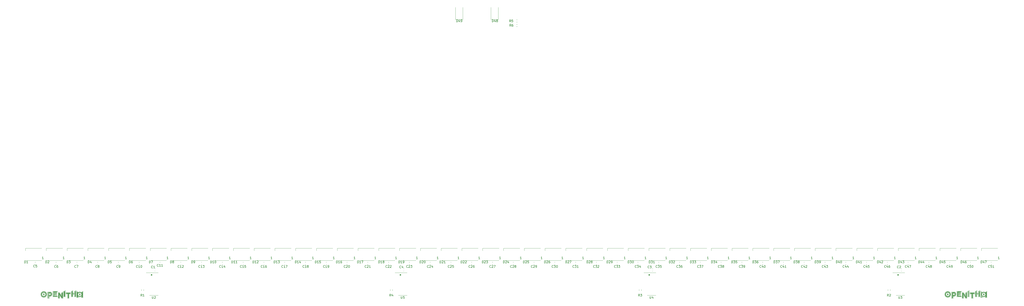
<source format=gbr>
G04 #@! TF.GenerationSoftware,KiCad,Pcbnew,(5.1.7)-1*
G04 #@! TF.CreationDate,2021-02-27T15:38:23-05:00*
G04 #@! TF.ProjectId,OpeNITHM-full,4f70654e-4954-4484-9d2d-66756c6c2e6b,rev?*
G04 #@! TF.SameCoordinates,Original*
G04 #@! TF.FileFunction,Legend,Top*
G04 #@! TF.FilePolarity,Positive*
%FSLAX46Y46*%
G04 Gerber Fmt 4.6, Leading zero omitted, Abs format (unit mm)*
G04 Created by KiCad (PCBNEW (5.1.7)-1) date 2021-02-27 15:38:23*
%MOMM*%
%LPD*%
G01*
G04 APERTURE LIST*
%ADD10C,0.120000*%
%ADD11C,0.080000*%
%ADD12C,0.500000*%
%ADD13C,0.150000*%
G04 APERTURE END LIST*
D10*
X359016667Y-117250000D02*
X359016667Y-118400000D01*
X366316667Y-117250000D02*
X359016667Y-117250000D01*
X366316667Y-122750000D02*
X359016667Y-122750000D01*
X349683318Y-117250000D02*
X349683318Y-118400000D01*
X356983318Y-117250000D02*
X349683318Y-117250000D01*
X356983318Y-122750000D02*
X349683318Y-122750000D01*
X340349985Y-117250000D02*
X340349985Y-118400000D01*
X347649985Y-117250000D02*
X340349985Y-117250000D01*
X347649985Y-122750000D02*
X340349985Y-122750000D01*
X331016652Y-117250000D02*
X331016652Y-118400000D01*
X338316652Y-117250000D02*
X331016652Y-117250000D01*
X338316652Y-122750000D02*
X331016652Y-122750000D01*
X321683319Y-117250000D02*
X321683319Y-118400000D01*
X328983319Y-117250000D02*
X321683319Y-117250000D01*
X328983319Y-122750000D02*
X321683319Y-122750000D01*
X312349986Y-117250000D02*
X312349986Y-118400000D01*
X319649986Y-117250000D02*
X312349986Y-117250000D01*
X319649986Y-122750000D02*
X312349986Y-122750000D01*
X303016653Y-117250000D02*
X303016653Y-118400000D01*
X310316653Y-117250000D02*
X303016653Y-117250000D01*
X310316653Y-122750000D02*
X303016653Y-122750000D01*
X293683320Y-117250000D02*
X293683320Y-118400000D01*
X300983320Y-117250000D02*
X293683320Y-117250000D01*
X300983320Y-122750000D02*
X293683320Y-122750000D01*
X291649987Y-122750000D02*
X284349987Y-122750000D01*
X291649987Y-117250000D02*
X284349987Y-117250000D01*
X284349987Y-117250000D02*
X284349987Y-118400000D01*
X282316654Y-122750000D02*
X275016654Y-122750000D01*
X282316654Y-117250000D02*
X275016654Y-117250000D01*
X275016654Y-117250000D02*
X275016654Y-118400000D01*
X272983321Y-122750000D02*
X265683321Y-122750000D01*
X272983321Y-117250000D02*
X265683321Y-117250000D01*
X265683321Y-117250000D02*
X265683321Y-118400000D01*
X263649988Y-122750000D02*
X256349988Y-122750000D01*
X263649988Y-117250000D02*
X256349988Y-117250000D01*
X256349988Y-117250000D02*
X256349988Y-118400000D01*
X254316655Y-122750000D02*
X247016655Y-122750000D01*
X254316655Y-117250000D02*
X247016655Y-117250000D01*
X247016655Y-117250000D02*
X247016655Y-118400000D01*
X244983322Y-122750000D02*
X237683322Y-122750000D01*
X244983322Y-117250000D02*
X237683322Y-117250000D01*
X237683322Y-117250000D02*
X237683322Y-118400000D01*
X235649989Y-122750000D02*
X228349989Y-122750000D01*
X235649989Y-117250000D02*
X228349989Y-117250000D01*
X228349989Y-117250000D02*
X228349989Y-118400000D01*
X226316656Y-122750000D02*
X219016656Y-122750000D01*
X226316656Y-117250000D02*
X219016656Y-117250000D01*
X219016656Y-117250000D02*
X219016656Y-118400000D01*
X216983323Y-122750000D02*
X209683323Y-122750000D01*
X216983323Y-117250000D02*
X209683323Y-117250000D01*
X209683323Y-117250000D02*
X209683323Y-118400000D01*
X207649990Y-122750000D02*
X200349990Y-122750000D01*
X207649990Y-117250000D02*
X200349990Y-117250000D01*
X200349990Y-117250000D02*
X200349990Y-118400000D01*
X198316657Y-122750000D02*
X191016657Y-122750000D01*
X198316657Y-117250000D02*
X191016657Y-117250000D01*
X191016657Y-117250000D02*
X191016657Y-118400000D01*
X188983324Y-122750000D02*
X181683324Y-122750000D01*
X188983324Y-117250000D02*
X181683324Y-117250000D01*
X181683324Y-117250000D02*
X181683324Y-118400000D01*
X179649991Y-122750000D02*
X172349991Y-122750000D01*
X179649991Y-117250000D02*
X172349991Y-117250000D01*
X172349991Y-117250000D02*
X172349991Y-118400000D01*
X170316658Y-122750000D02*
X163016658Y-122750000D01*
X170316658Y-117250000D02*
X163016658Y-117250000D01*
X163016658Y-117250000D02*
X163016658Y-118400000D01*
X160983325Y-122750000D02*
X153683325Y-122750000D01*
X160983325Y-117250000D02*
X153683325Y-117250000D01*
X153683325Y-117250000D02*
X153683325Y-118400000D01*
X151649992Y-122750000D02*
X144349992Y-122750000D01*
X151649992Y-117250000D02*
X144349992Y-117250000D01*
X144349992Y-117250000D02*
X144349992Y-118400000D01*
X142316659Y-122750000D02*
X135016659Y-122750000D01*
X142316659Y-117250000D02*
X135016659Y-117250000D01*
X135016659Y-117250000D02*
X135016659Y-118400000D01*
X132983326Y-122750000D02*
X125683326Y-122750000D01*
X132983326Y-117250000D02*
X125683326Y-117250000D01*
X125683326Y-117250000D02*
X125683326Y-118400000D01*
X123649993Y-122750000D02*
X116349993Y-122750000D01*
X123649993Y-117250000D02*
X116349993Y-117250000D01*
X116349993Y-117250000D02*
X116349993Y-118400000D01*
X114316660Y-122750000D02*
X107016660Y-122750000D01*
X114316660Y-117250000D02*
X107016660Y-117250000D01*
X107016660Y-117250000D02*
X107016660Y-118400000D01*
X104983327Y-122750000D02*
X97683327Y-122750000D01*
X104983327Y-117250000D02*
X97683327Y-117250000D01*
X97683327Y-117250000D02*
X97683327Y-118400000D01*
X95649994Y-122750000D02*
X88349994Y-122750000D01*
X95649994Y-117250000D02*
X88349994Y-117250000D01*
X88349994Y-117250000D02*
X88349994Y-118400000D01*
X86316661Y-122750000D02*
X79016661Y-122750000D01*
X86316661Y-117250000D02*
X79016661Y-117250000D01*
X79016661Y-117250000D02*
X79016661Y-118400000D01*
X76983328Y-122750000D02*
X69683328Y-122750000D01*
X76983328Y-117250000D02*
X69683328Y-117250000D01*
X69683328Y-117250000D02*
X69683328Y-118400000D01*
X67649995Y-122750000D02*
X60349995Y-122750000D01*
X67649995Y-117250000D02*
X60349995Y-117250000D01*
X60349995Y-117250000D02*
X60349995Y-118400000D01*
X58316662Y-122750000D02*
X51016662Y-122750000D01*
X58316662Y-117250000D02*
X51016662Y-117250000D01*
X51016662Y-117250000D02*
X51016662Y-118400000D01*
X48983329Y-122750000D02*
X41683329Y-122750000D01*
X48983329Y-117250000D02*
X41683329Y-117250000D01*
X41683329Y-117250000D02*
X41683329Y-118400000D01*
X39649996Y-122750000D02*
X32349996Y-122750000D01*
X39649996Y-117250000D02*
X32349996Y-117250000D01*
X32349996Y-117250000D02*
X32349996Y-118400000D01*
X30316663Y-122750000D02*
X23016663Y-122750000D01*
X30316663Y-117250000D02*
X23016663Y-117250000D01*
X23016663Y-117250000D02*
X23016663Y-118400000D01*
X20983330Y-122750000D02*
X13683330Y-122750000D01*
X20983330Y-117250000D02*
X13683330Y-117250000D01*
X13683330Y-117250000D02*
X13683330Y-118400000D01*
X11649997Y-122750000D02*
X4349997Y-122750000D01*
X11649997Y-117250000D02*
X4349997Y-117250000D01*
X4349997Y-117250000D02*
X4349997Y-118400000D01*
X2316664Y-122750000D02*
X-4983336Y-122750000D01*
X2316664Y-117250000D02*
X-4983336Y-117250000D01*
X-4983336Y-117250000D02*
X-4983336Y-118400000D01*
X-7016669Y-122750000D02*
X-14316669Y-122750000D01*
X-7016669Y-117250000D02*
X-14316669Y-117250000D01*
X-14316669Y-117250000D02*
X-14316669Y-118400000D01*
X-16350002Y-122750000D02*
X-23650002Y-122750000D01*
X-16350002Y-117250000D02*
X-23650002Y-117250000D01*
X-23650002Y-117250000D02*
X-23650002Y-118400000D01*
X-25683335Y-122750000D02*
X-32983335Y-122750000D01*
X-25683335Y-117250000D02*
X-32983335Y-117250000D01*
X-32983335Y-117250000D02*
X-32983335Y-118400000D01*
X-35016668Y-122750000D02*
X-42316668Y-122750000D01*
X-35016668Y-117250000D02*
X-42316668Y-117250000D01*
X-42316668Y-117250000D02*
X-42316668Y-118400000D01*
X-44350001Y-122750000D02*
X-51650001Y-122750000D01*
X-44350001Y-117250000D02*
X-51650001Y-117250000D01*
X-51650001Y-117250000D02*
X-51650001Y-118400000D01*
X-53683334Y-122750000D02*
X-60983334Y-122750000D01*
X-53683334Y-117250000D02*
X-60983334Y-117250000D01*
X-60983334Y-117250000D02*
X-60983334Y-118400000D01*
X363251087Y-124510000D02*
X363532247Y-124510000D01*
X363251087Y-123490000D02*
X363532247Y-123490000D01*
X353917738Y-124510000D02*
X354198898Y-124510000D01*
X353917738Y-123490000D02*
X354198898Y-123490000D01*
X344584405Y-124510000D02*
X344865565Y-124510000D01*
X344584405Y-123490000D02*
X344865565Y-123490000D01*
X335251072Y-124510000D02*
X335532232Y-124510000D01*
X335251072Y-123490000D02*
X335532232Y-123490000D01*
X325917739Y-124510000D02*
X326198899Y-124510000D01*
X325917739Y-123490000D02*
X326198899Y-123490000D01*
X316584406Y-124510000D02*
X316865566Y-124510000D01*
X316584406Y-123490000D02*
X316865566Y-123490000D01*
X307251073Y-124510000D02*
X307532233Y-124510000D01*
X307251073Y-123490000D02*
X307532233Y-123490000D01*
X297917740Y-124510000D02*
X298198900Y-124510000D01*
X297917740Y-123490000D02*
X298198900Y-123490000D01*
X288584407Y-124510000D02*
X288865567Y-124510000D01*
X288584407Y-123490000D02*
X288865567Y-123490000D01*
X279251074Y-123490000D02*
X279532234Y-123490000D01*
X279251074Y-124510000D02*
X279532234Y-124510000D01*
X269917741Y-123490000D02*
X270198901Y-123490000D01*
X269917741Y-124510000D02*
X270198901Y-124510000D01*
X260584408Y-123490000D02*
X260865568Y-123490000D01*
X260584408Y-124510000D02*
X260865568Y-124510000D01*
X251251075Y-123490000D02*
X251532235Y-123490000D01*
X251251075Y-124510000D02*
X251532235Y-124510000D01*
X241917742Y-123490000D02*
X242198902Y-123490000D01*
X241917742Y-124510000D02*
X242198902Y-124510000D01*
X232584409Y-123490000D02*
X232865569Y-123490000D01*
X232584409Y-124510000D02*
X232865569Y-124510000D01*
X223251076Y-123490000D02*
X223532236Y-123490000D01*
X223251076Y-124510000D02*
X223532236Y-124510000D01*
X213917743Y-123490000D02*
X214198903Y-123490000D01*
X213917743Y-124510000D02*
X214198903Y-124510000D01*
X204584410Y-123490000D02*
X204865570Y-123490000D01*
X204584410Y-124510000D02*
X204865570Y-124510000D01*
X195251077Y-123490000D02*
X195532237Y-123490000D01*
X195251077Y-124510000D02*
X195532237Y-124510000D01*
X185917744Y-123490000D02*
X186198904Y-123490000D01*
X185917744Y-124510000D02*
X186198904Y-124510000D01*
X176584411Y-123490000D02*
X176865571Y-123490000D01*
X176584411Y-124510000D02*
X176865571Y-124510000D01*
X167251078Y-123490000D02*
X167532238Y-123490000D01*
X167251078Y-124510000D02*
X167532238Y-124510000D01*
X157917745Y-123490000D02*
X158198905Y-123490000D01*
X157917745Y-124510000D02*
X158198905Y-124510000D01*
X148584412Y-123490000D02*
X148865572Y-123490000D01*
X148584412Y-124510000D02*
X148865572Y-124510000D01*
X139251079Y-123490000D02*
X139532239Y-123490000D01*
X139251079Y-124510000D02*
X139532239Y-124510000D01*
X129917746Y-123490000D02*
X130198906Y-123490000D01*
X129917746Y-124510000D02*
X130198906Y-124510000D01*
X120584413Y-123490000D02*
X120865573Y-123490000D01*
X120584413Y-124510000D02*
X120865573Y-124510000D01*
X111251080Y-123490000D02*
X111532240Y-123490000D01*
X111251080Y-124510000D02*
X111532240Y-124510000D01*
X101917747Y-123490000D02*
X102198907Y-123490000D01*
X101917747Y-124510000D02*
X102198907Y-124510000D01*
X92584414Y-123490000D02*
X92865574Y-123490000D01*
X92584414Y-124510000D02*
X92865574Y-124510000D01*
X83251081Y-123490000D02*
X83532241Y-123490000D01*
X83251081Y-124510000D02*
X83532241Y-124510000D01*
X73917748Y-123490000D02*
X74198908Y-123490000D01*
X73917748Y-124510000D02*
X74198908Y-124510000D01*
X64584415Y-123490000D02*
X64865575Y-123490000D01*
X64584415Y-124510000D02*
X64865575Y-124510000D01*
X55251082Y-123490000D02*
X55532242Y-123490000D01*
X55251082Y-124510000D02*
X55532242Y-124510000D01*
X45917749Y-123490000D02*
X46198909Y-123490000D01*
X45917749Y-124510000D02*
X46198909Y-124510000D01*
X36584416Y-123490000D02*
X36865576Y-123490000D01*
X36584416Y-124510000D02*
X36865576Y-124510000D01*
X27251083Y-123490000D02*
X27532243Y-123490000D01*
X27251083Y-124510000D02*
X27532243Y-124510000D01*
X17917750Y-124510000D02*
X18198910Y-124510000D01*
X17917750Y-123490000D02*
X18198910Y-123490000D01*
X8584417Y-123490000D02*
X8865577Y-123490000D01*
X8584417Y-124510000D02*
X8865577Y-124510000D01*
X-748916Y-123490000D02*
X-467756Y-123490000D01*
X-748916Y-124510000D02*
X-467756Y-124510000D01*
X-10082249Y-123490000D02*
X-9801089Y-123490000D01*
X-10082249Y-124510000D02*
X-9801089Y-124510000D01*
X-19415582Y-123490000D02*
X-19134422Y-123490000D01*
X-19415582Y-124510000D02*
X-19134422Y-124510000D01*
X-28748915Y-123490000D02*
X-28467755Y-123490000D01*
X-28748915Y-124510000D02*
X-28467755Y-124510000D01*
X-38082248Y-123490000D02*
X-37801088Y-123490000D01*
X-38082248Y-124510000D02*
X-37801088Y-124510000D01*
X-47415581Y-123490000D02*
X-47134421Y-123490000D01*
X-47415581Y-124510000D02*
X-47134421Y-124510000D01*
X-56748914Y-123490000D02*
X-56467754Y-123490000D01*
X-56748914Y-124510000D02*
X-56467754Y-124510000D01*
X-66082247Y-124510000D02*
X-65801087Y-124510000D01*
X-66082247Y-123490000D02*
X-65801087Y-123490000D01*
X-70316667Y-117250000D02*
X-70316667Y-118400000D01*
X-63016667Y-117250000D02*
X-70316667Y-117250000D01*
X-63016667Y-122750000D02*
X-70316667Y-122750000D01*
X122810000Y-14290000D02*
X126110000Y-14290000D01*
X126110000Y-14290000D02*
X126110000Y-8890000D01*
X122810000Y-14290000D02*
X122810000Y-8890000D01*
X138685000Y-14290000D02*
X141985000Y-14290000D01*
X141985000Y-14290000D02*
X141985000Y-8890000D01*
X138685000Y-14290000D02*
X138685000Y-8890000D01*
X344261073Y-138025400D02*
G75*
G03*
X344261073Y-138025400I-363673J0D01*
G01*
X344735600Y-138025400D02*
G75*
G03*
X344735600Y-138025400I-838200J0D01*
G01*
X345116865Y-138025400D02*
G75*
G03*
X345116865Y-138025400I-1219465J0D01*
G01*
D11*
X345295323Y-138025400D02*
G75*
G03*
X345295323Y-138025400I-1397923J0D01*
G01*
X346640600Y-137568200D02*
X346310400Y-137568200D01*
X346310400Y-137568200D02*
X346310400Y-138279400D01*
X346310400Y-138279400D02*
X346640600Y-138279400D01*
D10*
X346640600Y-138457200D02*
X346132600Y-138457200D01*
X346132600Y-138457200D02*
X346132600Y-137390400D01*
X346132600Y-137390400D02*
X346640600Y-137390400D01*
X346640600Y-137060200D02*
X345751600Y-137060200D01*
X345751600Y-137060200D02*
X345751600Y-139625600D01*
X345751600Y-139625600D02*
X346132600Y-139625600D01*
X346132600Y-139625600D02*
X346132600Y-138787400D01*
X346132600Y-138787400D02*
X346640600Y-138787400D01*
D11*
X346640600Y-138965200D02*
X346310400Y-138965200D01*
X346310400Y-138965200D02*
X346310400Y-139803400D01*
X346310400Y-139803400D02*
X345573800Y-139803400D01*
X345573800Y-139803400D02*
X345573800Y-136882400D01*
X345573800Y-136882400D02*
X346640600Y-136882400D01*
D10*
X348139200Y-136704600D02*
X349790200Y-136704600D01*
X349790200Y-136704600D02*
X349587000Y-137034800D01*
X349587000Y-137034800D02*
X348520200Y-137034800D01*
X348520200Y-137034800D02*
X348520200Y-137619000D01*
X348520200Y-137619000D02*
X349510800Y-137619000D01*
X349510800Y-137619000D02*
X349510800Y-137949200D01*
X349510800Y-137949200D02*
X348520200Y-137949200D01*
X348520200Y-137949200D02*
X348520200Y-138635000D01*
X348520200Y-138635000D02*
X349587000Y-138635000D01*
X349587000Y-138635000D02*
X349790200Y-138965200D01*
X349790200Y-138965200D02*
X348139200Y-138965200D01*
X348139200Y-138965200D02*
X348139200Y-136704600D01*
D11*
X347961400Y-136526800D02*
X350095000Y-136526800D01*
X350095000Y-136526800D02*
X349688600Y-137212600D01*
X349688600Y-137212600D02*
X348698000Y-137212600D01*
X348698000Y-137212600D02*
X348698000Y-137441200D01*
X348698000Y-137441200D02*
X349688600Y-137441200D01*
X349688600Y-137441200D02*
X349688600Y-138127000D01*
X349688600Y-138127000D02*
X348698000Y-138127000D01*
X348698000Y-138127000D02*
X348698000Y-138457200D01*
X348698000Y-138457200D02*
X349688600Y-138457200D01*
X349688600Y-138457200D02*
X350095000Y-139143000D01*
X350095000Y-139143000D02*
X347961400Y-139143000D01*
X347961400Y-139143000D02*
X347961400Y-136526800D01*
D10*
X350450600Y-139625600D02*
X350450600Y-137314200D01*
X350450600Y-137314200D02*
X350882400Y-137314200D01*
X350882400Y-137314200D02*
X351949200Y-139016000D01*
X351949200Y-139016000D02*
X351949200Y-137390400D01*
X351949200Y-137390400D02*
X352330200Y-137161800D01*
X352330200Y-137161800D02*
X352330200Y-139600200D01*
X352330200Y-139600200D02*
X351898400Y-139600200D01*
X351898400Y-139600200D02*
X350831600Y-137898400D01*
X350831600Y-137898400D02*
X350831600Y-139625600D01*
X350831600Y-139625600D02*
X350450600Y-139625600D01*
D11*
X350272800Y-137136400D02*
X350984000Y-137136400D01*
X350984000Y-137136400D02*
X351771400Y-138406400D01*
X351771400Y-138406400D02*
X351771400Y-137288800D01*
X351771400Y-137288800D02*
X352508000Y-136831600D01*
X352508000Y-136857000D02*
X352508000Y-139778000D01*
X352508000Y-139778000D02*
X351796800Y-139778000D01*
X351796800Y-139778000D02*
X351009400Y-138508000D01*
X351009400Y-138508000D02*
X351009400Y-139803400D01*
X350984000Y-139803400D02*
X350272800Y-139803400D01*
X350272800Y-139803400D02*
X350272800Y-137136400D01*
X352787400Y-139143000D02*
X352787400Y-136653800D01*
X352787400Y-136653800D02*
X353524000Y-136222000D01*
X353524000Y-136222000D02*
X353524000Y-139143000D01*
X353524000Y-139143000D02*
X352787400Y-139143000D01*
D10*
X352965200Y-138965200D02*
X352965200Y-136755400D01*
X352965200Y-136755400D02*
X353346200Y-136526800D01*
X353346200Y-136526800D02*
X353346200Y-138965200D01*
X353346200Y-138965200D02*
X352965200Y-138965200D01*
X353981200Y-137314200D02*
X355759200Y-137314200D01*
X355759200Y-137314200D02*
X355759200Y-137644400D01*
X355759200Y-137644400D02*
X355073400Y-137644400D01*
X355073400Y-137644400D02*
X355073400Y-139600200D01*
X355073400Y-139600200D02*
X354692400Y-139600200D01*
X354692400Y-139600200D02*
X354692400Y-137644400D01*
X354692400Y-137644400D02*
X353981200Y-137644400D01*
X353981200Y-137644400D02*
X353981200Y-137314200D01*
D11*
X353803400Y-137136400D02*
X355937000Y-137136400D01*
X355937000Y-137136400D02*
X355937000Y-137822200D01*
X355937000Y-137822200D02*
X355251200Y-137822200D01*
X355251200Y-137822200D02*
X355251200Y-139778000D01*
X355251200Y-139778000D02*
X354514600Y-139778000D01*
X354514600Y-139778000D02*
X354514600Y-137822200D01*
X354514600Y-137822200D02*
X353803400Y-137822200D01*
X353803400Y-137822200D02*
X353803400Y-137136400D01*
X356216400Y-139143000D02*
X356216400Y-136653800D01*
X356953000Y-136222000D02*
X356953000Y-137365000D01*
X356953000Y-137365000D02*
X357613400Y-137365000D01*
X357613400Y-137365000D02*
X357613400Y-136653800D01*
X358350000Y-136222000D02*
X358350000Y-139143000D01*
X358350000Y-139143000D02*
X357613400Y-139143000D01*
X357613400Y-139143000D02*
X357613400Y-138050800D01*
X357613400Y-138050800D02*
X356953000Y-138050800D01*
X356953000Y-138050800D02*
X356953000Y-139143000D01*
X356953000Y-139143000D02*
X356216400Y-139143000D01*
D10*
X356394200Y-136755400D02*
X356775200Y-136526800D01*
X356775200Y-136526800D02*
X356775200Y-137542800D01*
X356775200Y-137542800D02*
X357791200Y-137542800D01*
X357791200Y-137542800D02*
X357791200Y-136755400D01*
X357791200Y-136755400D02*
X358172200Y-136526800D01*
X358172200Y-136526800D02*
X358172200Y-138965200D01*
X358172200Y-138965200D02*
X357791200Y-138965200D01*
X357791200Y-138965200D02*
X357791200Y-137873000D01*
X357791200Y-137873000D02*
X356775200Y-137873000D01*
X356775200Y-137873000D02*
X356775200Y-138965200D01*
X356775200Y-138965200D02*
X356394200Y-138965200D01*
X356394200Y-138965200D02*
X356394200Y-136755400D01*
D11*
X356216400Y-136653800D02*
X356953000Y-136222000D01*
X357613400Y-136653800D02*
X358350000Y-136222000D01*
D10*
X360890000Y-138050800D02*
G75*
G03*
X360890000Y-138050800I-838200J0D01*
G01*
X360415473Y-138050800D02*
G75*
G03*
X360415473Y-138050800I-363673J0D01*
G01*
X360864600Y-139295400D02*
X360864600Y-138736600D01*
X360864600Y-139295400D02*
X361296400Y-139295400D01*
X361296400Y-139295400D02*
X361296400Y-136857000D01*
X361296400Y-136857000D02*
X360712200Y-137212600D01*
X359239000Y-139295400D02*
X359239000Y-138736600D01*
X359239000Y-139295400D02*
X358807200Y-139295400D01*
X358807200Y-139295400D02*
X358807200Y-136857000D01*
X358807200Y-136857000D02*
X359391400Y-137212600D01*
D11*
X358629400Y-136526800D02*
X359442200Y-137034800D01*
X360661400Y-137034800D02*
X361474200Y-136526800D01*
X361474200Y-136526800D02*
X361474200Y-139473200D01*
X361474200Y-139473200D02*
X360686800Y-139473200D01*
X360686800Y-139473200D02*
X360686800Y-139041400D01*
X359416800Y-139041400D02*
X359416800Y-139473200D01*
X359416800Y-139473200D02*
X358629400Y-139473200D01*
X358629400Y-139473200D02*
X358629400Y-136526800D01*
D10*
X344151400Y-138025400D02*
G75*
G03*
X344151400Y-138025400I-254000J0D01*
G01*
X344049800Y-138025400D02*
G75*
G03*
X344049800Y-138025400I-152400J0D01*
G01*
X343948200Y-138025400D02*
G75*
G03*
X343948200Y-138025400I-50800J0D01*
G01*
X344837543Y-138025400D02*
G75*
G03*
X344837543Y-138025400I-940143J0D01*
G01*
X344940038Y-138025400D02*
G75*
G03*
X344940038Y-138025400I-1042638J0D01*
G01*
X345016154Y-138025400D02*
G75*
G03*
X345016154Y-138025400I-1118754J0D01*
G01*
X360966200Y-138050800D02*
G75*
G03*
X360966200Y-138050800I-914400J0D01*
G01*
X361067800Y-138050800D02*
G75*
G03*
X361067800Y-138050800I-1016000J0D01*
G01*
X361245600Y-136958600D02*
X361245600Y-139219200D01*
X361245600Y-139219200D02*
X361144000Y-139219200D01*
X361144000Y-139219200D02*
X361144000Y-137034800D01*
X361144000Y-137034800D02*
X361042400Y-137111000D01*
X361042400Y-137111000D02*
X361042400Y-139219200D01*
X361042400Y-139219200D02*
X360940800Y-139219200D01*
X360940800Y-139219200D02*
X360940800Y-137161800D01*
X360940800Y-137161800D02*
X360839200Y-137339600D01*
X360839200Y-137339600D02*
X360813800Y-137238000D01*
X358883400Y-136984000D02*
X358883400Y-139219200D01*
X358883400Y-139219200D02*
X358959600Y-139219200D01*
X358959600Y-139219200D02*
X358959600Y-137034800D01*
X358959600Y-137034800D02*
X359061200Y-137111000D01*
X359061200Y-137111000D02*
X359061200Y-139219200D01*
X359061200Y-139219200D02*
X359137400Y-139219200D01*
X359137400Y-139219200D02*
X359137400Y-137136400D01*
X359137400Y-137136400D02*
X359315200Y-137263400D01*
X359315200Y-137263400D02*
X359188200Y-137390400D01*
X359188200Y-137390400D02*
X359213600Y-137263400D01*
X358096000Y-136653800D02*
X358096000Y-138889000D01*
X358096000Y-138889000D02*
X357994400Y-138889000D01*
X357994400Y-138889000D02*
X357994400Y-136704600D01*
X357994400Y-136704600D02*
X357892800Y-136831600D01*
X357892800Y-136831600D02*
X357892800Y-138863600D01*
X356673600Y-136679200D02*
X356673600Y-138863600D01*
X356673600Y-138863600D02*
X356572000Y-138863600D01*
X356572000Y-138863600D02*
X356572000Y-136730000D01*
X356572000Y-136730000D02*
X356495800Y-136831600D01*
X356495800Y-136831600D02*
X356495800Y-138889000D01*
X356724400Y-137619000D02*
X357842000Y-137619000D01*
X357842000Y-137619000D02*
X357842000Y-137695200D01*
X357842000Y-137695200D02*
X356775200Y-137695200D01*
X356775200Y-137695200D02*
X356775200Y-137796800D01*
X356775200Y-137796800D02*
X357816600Y-137796800D01*
X354082800Y-137415800D02*
X355657600Y-137415800D01*
X355657600Y-137415800D02*
X355657600Y-137492000D01*
X355657600Y-137492000D02*
X354057400Y-137492000D01*
X354057400Y-137492000D02*
X354082800Y-137568200D01*
X354082800Y-137568200D02*
X355708400Y-137568200D01*
X354971800Y-137644400D02*
X354971800Y-139524000D01*
X354971800Y-139524000D02*
X354895600Y-139524000D01*
X354895600Y-139524000D02*
X354895600Y-137619000D01*
X354895600Y-137619000D02*
X354794000Y-137644400D01*
X354794000Y-137644400D02*
X354794000Y-139524000D01*
X353041400Y-136806200D02*
X353041400Y-138863600D01*
X353041400Y-138863600D02*
X353117600Y-138863600D01*
X353117600Y-138863600D02*
X353117600Y-136755400D01*
X353117600Y-136755400D02*
X353219200Y-136704600D01*
X353219200Y-136704600D02*
X353219200Y-138889000D01*
X353219200Y-138889000D02*
X353270000Y-138889000D01*
X353270000Y-138889000D02*
X353270000Y-136653800D01*
X352254000Y-137288800D02*
X352254000Y-139524000D01*
X352254000Y-139524000D02*
X352177800Y-139524000D01*
X352177800Y-139524000D02*
X352177800Y-137365000D01*
X352177800Y-137365000D02*
X352076200Y-137441200D01*
X352076200Y-137441200D02*
X352076200Y-139498600D01*
X352076200Y-139498600D02*
X352025400Y-139498600D01*
X352025400Y-139498600D02*
X352025400Y-137441200D01*
X351974600Y-139168400D02*
X350831600Y-137415800D01*
X350831600Y-137415800D02*
X350831600Y-137517400D01*
X350831600Y-137517400D02*
X351949200Y-139270000D01*
X351949200Y-139270000D02*
X351949200Y-139397000D01*
X351949200Y-139397000D02*
X350806200Y-137593600D01*
X350806200Y-137593600D02*
X350806200Y-137771400D01*
X350806200Y-137771400D02*
X351949200Y-139498600D01*
X350755400Y-137390400D02*
X350755400Y-139524000D01*
X350755400Y-139524000D02*
X350653800Y-139524000D01*
X350653800Y-139524000D02*
X350653800Y-137390400D01*
X350653800Y-137390400D02*
X350552200Y-137390400D01*
X350552200Y-137390400D02*
X350552200Y-139549400D01*
X349663200Y-138889000D02*
X348215400Y-138889000D01*
X348215400Y-138889000D02*
X348215400Y-138787400D01*
X348215400Y-138787400D02*
X349612400Y-138787400D01*
X349612400Y-138787400D02*
X349536200Y-138736600D01*
X349536200Y-138736600D02*
X348240800Y-138736600D01*
X348240800Y-138736600D02*
X348240800Y-136806200D01*
X348240800Y-136806200D02*
X349637800Y-136806200D01*
X349637800Y-136806200D02*
X349561600Y-136907800D01*
X349561600Y-136907800D02*
X348317000Y-136907800D01*
X349561600Y-136984000D02*
X348317000Y-136984000D01*
X348317000Y-136984000D02*
X348317000Y-138685800D01*
X348317000Y-138685800D02*
X348418600Y-138685800D01*
X348418600Y-138685800D02*
X348418600Y-137060200D01*
X349409200Y-137720600D02*
X348494800Y-137720600D01*
X348494800Y-137720600D02*
X348494800Y-137822200D01*
X348494800Y-137822200D02*
X349460000Y-137822200D01*
X349460000Y-137822200D02*
X349460000Y-137873000D01*
X349460000Y-137873000D02*
X348469400Y-137873000D01*
X345853200Y-139524000D02*
X345853200Y-137136400D01*
X345853200Y-137136400D02*
X345954800Y-137136400D01*
X345954800Y-137136400D02*
X345954800Y-139549400D01*
X345954800Y-139549400D02*
X346031000Y-139549400D01*
X346031000Y-139549400D02*
X346031000Y-137136400D01*
X346031000Y-137136400D02*
X346691400Y-137136400D01*
X346691400Y-137136400D02*
X346691400Y-137238000D01*
X346691400Y-137238000D02*
X346132600Y-137238000D01*
X346132600Y-137238000D02*
X346132600Y-137314200D01*
X346132600Y-137314200D02*
X346691400Y-137314200D01*
X346107200Y-138533400D02*
X346666000Y-138533400D01*
X346666000Y-138533400D02*
X346666000Y-138635000D01*
X346666000Y-138635000D02*
X346107200Y-138635000D01*
X346107200Y-138635000D02*
X346107200Y-138711200D01*
X346107200Y-138711200D02*
X346691400Y-138711200D01*
X360307067Y-138050800D02*
G75*
G03*
X360307067Y-138050800I-255267J0D01*
G01*
X360204200Y-138050800D02*
G75*
G03*
X360204200Y-138050800I-152400J0D01*
G01*
X360102600Y-138050800D02*
G75*
G03*
X360102600Y-138050800I-50800J0D01*
G01*
D11*
X346640600Y-136882400D02*
G75*
G02*
X346640600Y-138965200I0J-1041400D01*
G01*
D10*
X346640600Y-137060200D02*
G75*
G02*
X346640600Y-138787400I0J-863600D01*
G01*
D11*
X346640600Y-137568200D02*
G75*
G02*
X346640600Y-138279400I0J-355600D01*
G01*
D10*
X346640600Y-137390400D02*
G75*
G02*
X346640600Y-138457200I0J-533400D01*
G01*
X359449932Y-137232258D02*
G75*
G02*
X360661400Y-137238000I601868J-818542D01*
G01*
X360864600Y-138660400D02*
G75*
G02*
X359239000Y-138660400I-812800J609600D01*
G01*
D11*
X359442200Y-137034800D02*
G75*
G02*
X360661400Y-137034800I609600J-1016000D01*
G01*
X360686800Y-139041400D02*
G75*
G02*
X359416800Y-139041400I-635000J990599D01*
G01*
D10*
X346741598Y-137317816D02*
G75*
G02*
X346716799Y-138533399I-100998J-605984D01*
G01*
X346780877Y-137222421D02*
G75*
G02*
X346716799Y-138634999I-140277J-701379D01*
G01*
X346718991Y-137139901D02*
G75*
G02*
X346665999Y-138711199I-78391J-783899D01*
G01*
X99060000Y-138410000D02*
X101010000Y-138410000D01*
X99060000Y-138410000D02*
X97110000Y-138410000D01*
X99060000Y-128290000D02*
X101010000Y-128290000D01*
X99060000Y-128290000D02*
X95610000Y-128290000D01*
D12*
X98160000Y-129250000D02*
G75*
G03*
X98160000Y-129250000I-100000J0D01*
G01*
D10*
X150102742Y-17522500D02*
X150577258Y-17522500D01*
X150102742Y-16477500D02*
X150577258Y-16477500D01*
X150102742Y-15522500D02*
X150577258Y-15522500D01*
X150102742Y-14477500D02*
X150577258Y-14477500D01*
X322580000Y-138410000D02*
X324530000Y-138410000D01*
X322580000Y-138410000D02*
X320630000Y-138410000D01*
X322580000Y-128290000D02*
X324530000Y-128290000D01*
X322580000Y-128290000D02*
X319130000Y-128290000D01*
D12*
X321680000Y-129250000D02*
G75*
G03*
X321680000Y-129250000I-100000J0D01*
G01*
D10*
X-61738927Y-138025400D02*
G75*
G03*
X-61738927Y-138025400I-363673J0D01*
G01*
X-61264400Y-138025400D02*
G75*
G03*
X-61264400Y-138025400I-838200J0D01*
G01*
X-60883135Y-138025400D02*
G75*
G03*
X-60883135Y-138025400I-1219465J0D01*
G01*
D11*
X-60704677Y-138025400D02*
G75*
G03*
X-60704677Y-138025400I-1397923J0D01*
G01*
X-59359400Y-137568200D02*
X-59689600Y-137568200D01*
X-59689600Y-137568200D02*
X-59689600Y-138279400D01*
X-59689600Y-138279400D02*
X-59359400Y-138279400D01*
D10*
X-59359400Y-138457200D02*
X-59867400Y-138457200D01*
X-59867400Y-138457200D02*
X-59867400Y-137390400D01*
X-59867400Y-137390400D02*
X-59359400Y-137390400D01*
X-59359400Y-137060200D02*
X-60248400Y-137060200D01*
X-60248400Y-137060200D02*
X-60248400Y-139625600D01*
X-60248400Y-139625600D02*
X-59867400Y-139625600D01*
X-59867400Y-139625600D02*
X-59867400Y-138787400D01*
X-59867400Y-138787400D02*
X-59359400Y-138787400D01*
D11*
X-59359400Y-138965200D02*
X-59689600Y-138965200D01*
X-59689600Y-138965200D02*
X-59689600Y-139803400D01*
X-59689600Y-139803400D02*
X-60426200Y-139803400D01*
X-60426200Y-139803400D02*
X-60426200Y-136882400D01*
X-60426200Y-136882400D02*
X-59359400Y-136882400D01*
D10*
X-57860800Y-136704600D02*
X-56209800Y-136704600D01*
X-56209800Y-136704600D02*
X-56413000Y-137034800D01*
X-56413000Y-137034800D02*
X-57479800Y-137034800D01*
X-57479800Y-137034800D02*
X-57479800Y-137619000D01*
X-57479800Y-137619000D02*
X-56489200Y-137619000D01*
X-56489200Y-137619000D02*
X-56489200Y-137949200D01*
X-56489200Y-137949200D02*
X-57479800Y-137949200D01*
X-57479800Y-137949200D02*
X-57479800Y-138635000D01*
X-57479800Y-138635000D02*
X-56413000Y-138635000D01*
X-56413000Y-138635000D02*
X-56209800Y-138965200D01*
X-56209800Y-138965200D02*
X-57860800Y-138965200D01*
X-57860800Y-138965200D02*
X-57860800Y-136704600D01*
D11*
X-58038600Y-136526800D02*
X-55905000Y-136526800D01*
X-55905000Y-136526800D02*
X-56311400Y-137212600D01*
X-56311400Y-137212600D02*
X-57302000Y-137212600D01*
X-57302000Y-137212600D02*
X-57302000Y-137441200D01*
X-57302000Y-137441200D02*
X-56311400Y-137441200D01*
X-56311400Y-137441200D02*
X-56311400Y-138127000D01*
X-56311400Y-138127000D02*
X-57302000Y-138127000D01*
X-57302000Y-138127000D02*
X-57302000Y-138457200D01*
X-57302000Y-138457200D02*
X-56311400Y-138457200D01*
X-56311400Y-138457200D02*
X-55905000Y-139143000D01*
X-55905000Y-139143000D02*
X-58038600Y-139143000D01*
X-58038600Y-139143000D02*
X-58038600Y-136526800D01*
D10*
X-55549400Y-139625600D02*
X-55549400Y-137314200D01*
X-55549400Y-137314200D02*
X-55117600Y-137314200D01*
X-55117600Y-137314200D02*
X-54050800Y-139016000D01*
X-54050800Y-139016000D02*
X-54050800Y-137390400D01*
X-54050800Y-137390400D02*
X-53669800Y-137161800D01*
X-53669800Y-137161800D02*
X-53669800Y-139600200D01*
X-53669800Y-139600200D02*
X-54101600Y-139600200D01*
X-54101600Y-139600200D02*
X-55168400Y-137898400D01*
X-55168400Y-137898400D02*
X-55168400Y-139625600D01*
X-55168400Y-139625600D02*
X-55549400Y-139625600D01*
D11*
X-55727200Y-137136400D02*
X-55016000Y-137136400D01*
X-55016000Y-137136400D02*
X-54228600Y-138406400D01*
X-54228600Y-138406400D02*
X-54228600Y-137288800D01*
X-54228600Y-137288800D02*
X-53492000Y-136831600D01*
X-53492000Y-136857000D02*
X-53492000Y-139778000D01*
X-53492000Y-139778000D02*
X-54203200Y-139778000D01*
X-54203200Y-139778000D02*
X-54990600Y-138508000D01*
X-54990600Y-138508000D02*
X-54990600Y-139803400D01*
X-55016000Y-139803400D02*
X-55727200Y-139803400D01*
X-55727200Y-139803400D02*
X-55727200Y-137136400D01*
X-53212600Y-139143000D02*
X-53212600Y-136653800D01*
X-53212600Y-136653800D02*
X-52476000Y-136222000D01*
X-52476000Y-136222000D02*
X-52476000Y-139143000D01*
X-52476000Y-139143000D02*
X-53212600Y-139143000D01*
D10*
X-53034800Y-138965200D02*
X-53034800Y-136755400D01*
X-53034800Y-136755400D02*
X-52653800Y-136526800D01*
X-52653800Y-136526800D02*
X-52653800Y-138965200D01*
X-52653800Y-138965200D02*
X-53034800Y-138965200D01*
X-52018800Y-137314200D02*
X-50240800Y-137314200D01*
X-50240800Y-137314200D02*
X-50240800Y-137644400D01*
X-50240800Y-137644400D02*
X-50926600Y-137644400D01*
X-50926600Y-137644400D02*
X-50926600Y-139600200D01*
X-50926600Y-139600200D02*
X-51307600Y-139600200D01*
X-51307600Y-139600200D02*
X-51307600Y-137644400D01*
X-51307600Y-137644400D02*
X-52018800Y-137644400D01*
X-52018800Y-137644400D02*
X-52018800Y-137314200D01*
D11*
X-52196600Y-137136400D02*
X-50063000Y-137136400D01*
X-50063000Y-137136400D02*
X-50063000Y-137822200D01*
X-50063000Y-137822200D02*
X-50748800Y-137822200D01*
X-50748800Y-137822200D02*
X-50748800Y-139778000D01*
X-50748800Y-139778000D02*
X-51485400Y-139778000D01*
X-51485400Y-139778000D02*
X-51485400Y-137822200D01*
X-51485400Y-137822200D02*
X-52196600Y-137822200D01*
X-52196600Y-137822200D02*
X-52196600Y-137136400D01*
X-49783600Y-139143000D02*
X-49783600Y-136653800D01*
X-49047000Y-136222000D02*
X-49047000Y-137365000D01*
X-49047000Y-137365000D02*
X-48386600Y-137365000D01*
X-48386600Y-137365000D02*
X-48386600Y-136653800D01*
X-47650000Y-136222000D02*
X-47650000Y-139143000D01*
X-47650000Y-139143000D02*
X-48386600Y-139143000D01*
X-48386600Y-139143000D02*
X-48386600Y-138050800D01*
X-48386600Y-138050800D02*
X-49047000Y-138050800D01*
X-49047000Y-138050800D02*
X-49047000Y-139143000D01*
X-49047000Y-139143000D02*
X-49783600Y-139143000D01*
D10*
X-49605800Y-136755400D02*
X-49224800Y-136526800D01*
X-49224800Y-136526800D02*
X-49224800Y-137542800D01*
X-49224800Y-137542800D02*
X-48208800Y-137542800D01*
X-48208800Y-137542800D02*
X-48208800Y-136755400D01*
X-48208800Y-136755400D02*
X-47827800Y-136526800D01*
X-47827800Y-136526800D02*
X-47827800Y-138965200D01*
X-47827800Y-138965200D02*
X-48208800Y-138965200D01*
X-48208800Y-138965200D02*
X-48208800Y-137873000D01*
X-48208800Y-137873000D02*
X-49224800Y-137873000D01*
X-49224800Y-137873000D02*
X-49224800Y-138965200D01*
X-49224800Y-138965200D02*
X-49605800Y-138965200D01*
X-49605800Y-138965200D02*
X-49605800Y-136755400D01*
D11*
X-49783600Y-136653800D02*
X-49047000Y-136222000D01*
X-48386600Y-136653800D02*
X-47650000Y-136222000D01*
D10*
X-45110000Y-138050800D02*
G75*
G03*
X-45110000Y-138050800I-838200J0D01*
G01*
X-45584527Y-138050800D02*
G75*
G03*
X-45584527Y-138050800I-363673J0D01*
G01*
X-45135400Y-139295400D02*
X-45135400Y-138736600D01*
X-45135400Y-139295400D02*
X-44703600Y-139295400D01*
X-44703600Y-139295400D02*
X-44703600Y-136857000D01*
X-44703600Y-136857000D02*
X-45287800Y-137212600D01*
X-46761000Y-139295400D02*
X-46761000Y-138736600D01*
X-46761000Y-139295400D02*
X-47192800Y-139295400D01*
X-47192800Y-139295400D02*
X-47192800Y-136857000D01*
X-47192800Y-136857000D02*
X-46608600Y-137212600D01*
D11*
X-47370600Y-136526800D02*
X-46557800Y-137034800D01*
X-45338600Y-137034800D02*
X-44525800Y-136526800D01*
X-44525800Y-136526800D02*
X-44525800Y-139473200D01*
X-44525800Y-139473200D02*
X-45313200Y-139473200D01*
X-45313200Y-139473200D02*
X-45313200Y-139041400D01*
X-46583200Y-139041400D02*
X-46583200Y-139473200D01*
X-46583200Y-139473200D02*
X-47370600Y-139473200D01*
X-47370600Y-139473200D02*
X-47370600Y-136526800D01*
D10*
X-61848600Y-138025400D02*
G75*
G03*
X-61848600Y-138025400I-254000J0D01*
G01*
X-61950200Y-138025400D02*
G75*
G03*
X-61950200Y-138025400I-152400J0D01*
G01*
X-62051800Y-138025400D02*
G75*
G03*
X-62051800Y-138025400I-50800J0D01*
G01*
X-61162457Y-138025400D02*
G75*
G03*
X-61162457Y-138025400I-940143J0D01*
G01*
X-61059962Y-138025400D02*
G75*
G03*
X-61059962Y-138025400I-1042638J0D01*
G01*
X-60983846Y-138025400D02*
G75*
G03*
X-60983846Y-138025400I-1118754J0D01*
G01*
X-45033800Y-138050800D02*
G75*
G03*
X-45033800Y-138050800I-914400J0D01*
G01*
X-44932200Y-138050800D02*
G75*
G03*
X-44932200Y-138050800I-1016000J0D01*
G01*
X-44754400Y-136958600D02*
X-44754400Y-139219200D01*
X-44754400Y-139219200D02*
X-44856000Y-139219200D01*
X-44856000Y-139219200D02*
X-44856000Y-137034800D01*
X-44856000Y-137034800D02*
X-44957600Y-137111000D01*
X-44957600Y-137111000D02*
X-44957600Y-139219200D01*
X-44957600Y-139219200D02*
X-45059200Y-139219200D01*
X-45059200Y-139219200D02*
X-45059200Y-137161800D01*
X-45059200Y-137161800D02*
X-45160800Y-137339600D01*
X-45160800Y-137339600D02*
X-45186200Y-137238000D01*
X-47116600Y-136984000D02*
X-47116600Y-139219200D01*
X-47116600Y-139219200D02*
X-47040400Y-139219200D01*
X-47040400Y-139219200D02*
X-47040400Y-137034800D01*
X-47040400Y-137034800D02*
X-46938800Y-137111000D01*
X-46938800Y-137111000D02*
X-46938800Y-139219200D01*
X-46938800Y-139219200D02*
X-46862600Y-139219200D01*
X-46862600Y-139219200D02*
X-46862600Y-137136400D01*
X-46862600Y-137136400D02*
X-46684800Y-137263400D01*
X-46684800Y-137263400D02*
X-46811800Y-137390400D01*
X-46811800Y-137390400D02*
X-46786400Y-137263400D01*
X-47904000Y-136653800D02*
X-47904000Y-138889000D01*
X-47904000Y-138889000D02*
X-48005600Y-138889000D01*
X-48005600Y-138889000D02*
X-48005600Y-136704600D01*
X-48005600Y-136704600D02*
X-48107200Y-136831600D01*
X-48107200Y-136831600D02*
X-48107200Y-138863600D01*
X-49326400Y-136679200D02*
X-49326400Y-138863600D01*
X-49326400Y-138863600D02*
X-49428000Y-138863600D01*
X-49428000Y-138863600D02*
X-49428000Y-136730000D01*
X-49428000Y-136730000D02*
X-49504200Y-136831600D01*
X-49504200Y-136831600D02*
X-49504200Y-138889000D01*
X-49275600Y-137619000D02*
X-48158000Y-137619000D01*
X-48158000Y-137619000D02*
X-48158000Y-137695200D01*
X-48158000Y-137695200D02*
X-49224800Y-137695200D01*
X-49224800Y-137695200D02*
X-49224800Y-137796800D01*
X-49224800Y-137796800D02*
X-48183400Y-137796800D01*
X-51917200Y-137415800D02*
X-50342400Y-137415800D01*
X-50342400Y-137415800D02*
X-50342400Y-137492000D01*
X-50342400Y-137492000D02*
X-51942600Y-137492000D01*
X-51942600Y-137492000D02*
X-51917200Y-137568200D01*
X-51917200Y-137568200D02*
X-50291600Y-137568200D01*
X-51028200Y-137644400D02*
X-51028200Y-139524000D01*
X-51028200Y-139524000D02*
X-51104400Y-139524000D01*
X-51104400Y-139524000D02*
X-51104400Y-137619000D01*
X-51104400Y-137619000D02*
X-51206000Y-137644400D01*
X-51206000Y-137644400D02*
X-51206000Y-139524000D01*
X-52958600Y-136806200D02*
X-52958600Y-138863600D01*
X-52958600Y-138863600D02*
X-52882400Y-138863600D01*
X-52882400Y-138863600D02*
X-52882400Y-136755400D01*
X-52882400Y-136755400D02*
X-52780800Y-136704600D01*
X-52780800Y-136704600D02*
X-52780800Y-138889000D01*
X-52780800Y-138889000D02*
X-52730000Y-138889000D01*
X-52730000Y-138889000D02*
X-52730000Y-136653800D01*
X-53746000Y-137288800D02*
X-53746000Y-139524000D01*
X-53746000Y-139524000D02*
X-53822200Y-139524000D01*
X-53822200Y-139524000D02*
X-53822200Y-137365000D01*
X-53822200Y-137365000D02*
X-53923800Y-137441200D01*
X-53923800Y-137441200D02*
X-53923800Y-139498600D01*
X-53923800Y-139498600D02*
X-53974600Y-139498600D01*
X-53974600Y-139498600D02*
X-53974600Y-137441200D01*
X-54025400Y-139168400D02*
X-55168400Y-137415800D01*
X-55168400Y-137415800D02*
X-55168400Y-137517400D01*
X-55168400Y-137517400D02*
X-54050800Y-139270000D01*
X-54050800Y-139270000D02*
X-54050800Y-139397000D01*
X-54050800Y-139397000D02*
X-55193800Y-137593600D01*
X-55193800Y-137593600D02*
X-55193800Y-137771400D01*
X-55193800Y-137771400D02*
X-54050800Y-139498600D01*
X-55244600Y-137390400D02*
X-55244600Y-139524000D01*
X-55244600Y-139524000D02*
X-55346200Y-139524000D01*
X-55346200Y-139524000D02*
X-55346200Y-137390400D01*
X-55346200Y-137390400D02*
X-55447800Y-137390400D01*
X-55447800Y-137390400D02*
X-55447800Y-139549400D01*
X-56336800Y-138889000D02*
X-57784600Y-138889000D01*
X-57784600Y-138889000D02*
X-57784600Y-138787400D01*
X-57784600Y-138787400D02*
X-56387600Y-138787400D01*
X-56387600Y-138787400D02*
X-56463800Y-138736600D01*
X-56463800Y-138736600D02*
X-57759200Y-138736600D01*
X-57759200Y-138736600D02*
X-57759200Y-136806200D01*
X-57759200Y-136806200D02*
X-56362200Y-136806200D01*
X-56362200Y-136806200D02*
X-56438400Y-136907800D01*
X-56438400Y-136907800D02*
X-57683000Y-136907800D01*
X-56438400Y-136984000D02*
X-57683000Y-136984000D01*
X-57683000Y-136984000D02*
X-57683000Y-138685800D01*
X-57683000Y-138685800D02*
X-57581400Y-138685800D01*
X-57581400Y-138685800D02*
X-57581400Y-137060200D01*
X-56590800Y-137720600D02*
X-57505200Y-137720600D01*
X-57505200Y-137720600D02*
X-57505200Y-137822200D01*
X-57505200Y-137822200D02*
X-56540000Y-137822200D01*
X-56540000Y-137822200D02*
X-56540000Y-137873000D01*
X-56540000Y-137873000D02*
X-57530600Y-137873000D01*
X-60146800Y-139524000D02*
X-60146800Y-137136400D01*
X-60146800Y-137136400D02*
X-60045200Y-137136400D01*
X-60045200Y-137136400D02*
X-60045200Y-139549400D01*
X-60045200Y-139549400D02*
X-59969000Y-139549400D01*
X-59969000Y-139549400D02*
X-59969000Y-137136400D01*
X-59969000Y-137136400D02*
X-59308600Y-137136400D01*
X-59308600Y-137136400D02*
X-59308600Y-137238000D01*
X-59308600Y-137238000D02*
X-59867400Y-137238000D01*
X-59867400Y-137238000D02*
X-59867400Y-137314200D01*
X-59867400Y-137314200D02*
X-59308600Y-137314200D01*
X-59892800Y-138533400D02*
X-59334000Y-138533400D01*
X-59334000Y-138533400D02*
X-59334000Y-138635000D01*
X-59334000Y-138635000D02*
X-59892800Y-138635000D01*
X-59892800Y-138635000D02*
X-59892800Y-138711200D01*
X-59892800Y-138711200D02*
X-59308600Y-138711200D01*
X-45692933Y-138050800D02*
G75*
G03*
X-45692933Y-138050800I-255267J0D01*
G01*
X-45795800Y-138050800D02*
G75*
G03*
X-45795800Y-138050800I-152400J0D01*
G01*
X-45897400Y-138050800D02*
G75*
G03*
X-45897400Y-138050800I-50800J0D01*
G01*
X-59281009Y-137139901D02*
G75*
G02*
X-59334001Y-138711199I-78391J-783899D01*
G01*
X-59219123Y-137222421D02*
G75*
G02*
X-59283201Y-138634999I-140277J-701379D01*
G01*
X-59258402Y-137317816D02*
G75*
G02*
X-59283201Y-138533399I-100998J-605984D01*
G01*
D11*
X-45313200Y-139041400D02*
G75*
G02*
X-46583200Y-139041400I-635000J990599D01*
G01*
X-46557800Y-137034800D02*
G75*
G02*
X-45338600Y-137034800I609600J-1016000D01*
G01*
D10*
X-45135400Y-138660400D02*
G75*
G02*
X-46761000Y-138660400I-812800J609600D01*
G01*
X-46550068Y-137232258D02*
G75*
G02*
X-45338600Y-137238000I601868J-818542D01*
G01*
X-59359400Y-137390400D02*
G75*
G02*
X-59359400Y-138457200I0J-533400D01*
G01*
D11*
X-59359400Y-137568200D02*
G75*
G02*
X-59359400Y-138279400I0J-355600D01*
G01*
D10*
X-59359400Y-137060200D02*
G75*
G02*
X-59359400Y-138787400I0J-863600D01*
G01*
D11*
X-59359400Y-136882400D02*
G75*
G02*
X-59359400Y-138965200I0J-1041400D01*
G01*
D10*
X322934420Y-127510000D02*
X323215580Y-127510000D01*
X322934420Y-126490000D02*
X323215580Y-126490000D01*
X-17257500Y-135842742D02*
X-17257500Y-136317258D01*
X-18302500Y-135842742D02*
X-18302500Y-136317258D01*
X-12700000Y-138410000D02*
X-10750000Y-138410000D01*
X-12700000Y-138410000D02*
X-14650000Y-138410000D01*
X-12700000Y-128290000D02*
X-10750000Y-128290000D01*
X-12700000Y-128290000D02*
X-16150000Y-128290000D01*
D12*
X-13600000Y-129250000D02*
G75*
G03*
X-13600000Y-129250000I-100000J0D01*
G01*
D10*
X99414420Y-127510000D02*
X99695580Y-127510000D01*
X99414420Y-126490000D02*
X99695580Y-126490000D01*
X211174420Y-127510000D02*
X211455580Y-127510000D01*
X211174420Y-126490000D02*
X211455580Y-126490000D01*
X-12345580Y-127510000D02*
X-12064420Y-127510000D01*
X-12345580Y-126490000D02*
X-12064420Y-126490000D01*
X210820000Y-138410000D02*
X212770000Y-138410000D01*
X210820000Y-138410000D02*
X208870000Y-138410000D01*
X210820000Y-128290000D02*
X212770000Y-128290000D01*
X210820000Y-128290000D02*
X207370000Y-128290000D01*
D12*
X209920000Y-129250000D02*
G75*
G03*
X209920000Y-129250000I-100000J0D01*
G01*
D10*
X94502500Y-135842742D02*
X94502500Y-136317258D01*
X93457500Y-135842742D02*
X93457500Y-136317258D01*
X206262500Y-135842742D02*
X206262500Y-136317258D01*
X205217500Y-135842742D02*
X205217500Y-136317258D01*
X318022500Y-135842742D02*
X318022500Y-136317258D01*
X316977500Y-135842742D02*
X316977500Y-136317258D01*
D13*
X358785714Y-123952380D02*
X358785714Y-122952380D01*
X359023809Y-122952380D01*
X359166666Y-123000000D01*
X359261904Y-123095238D01*
X359309523Y-123190476D01*
X359357142Y-123380952D01*
X359357142Y-123523809D01*
X359309523Y-123714285D01*
X359261904Y-123809523D01*
X359166666Y-123904761D01*
X359023809Y-123952380D01*
X358785714Y-123952380D01*
X360214285Y-123285714D02*
X360214285Y-123952380D01*
X359976190Y-122904761D02*
X359738095Y-123619047D01*
X360357142Y-123619047D01*
X360642857Y-122952380D02*
X361309523Y-122952380D01*
X360880952Y-123952380D01*
X367102381Y-122052380D02*
X366530952Y-122052380D01*
X366816667Y-122052380D02*
X366816667Y-121052380D01*
X366721428Y-121195238D01*
X366626190Y-121290476D01*
X366530952Y-121338095D01*
X349785714Y-123952380D02*
X349785714Y-122952380D01*
X350023809Y-122952380D01*
X350166666Y-123000000D01*
X350261904Y-123095238D01*
X350309523Y-123190476D01*
X350357142Y-123380952D01*
X350357142Y-123523809D01*
X350309523Y-123714285D01*
X350261904Y-123809523D01*
X350166666Y-123904761D01*
X350023809Y-123952380D01*
X349785714Y-123952380D01*
X351214285Y-123285714D02*
X351214285Y-123952380D01*
X350976190Y-122904761D02*
X350738095Y-123619047D01*
X351357142Y-123619047D01*
X352166666Y-122952380D02*
X351976190Y-122952380D01*
X351880952Y-123000000D01*
X351833333Y-123047619D01*
X351738095Y-123190476D01*
X351690476Y-123380952D01*
X351690476Y-123761904D01*
X351738095Y-123857142D01*
X351785714Y-123904761D01*
X351880952Y-123952380D01*
X352071428Y-123952380D01*
X352166666Y-123904761D01*
X352214285Y-123857142D01*
X352261904Y-123761904D01*
X352261904Y-123523809D01*
X352214285Y-123428571D01*
X352166666Y-123380952D01*
X352071428Y-123333333D01*
X351880952Y-123333333D01*
X351785714Y-123380952D01*
X351738095Y-123428571D01*
X351690476Y-123523809D01*
X357769032Y-122052380D02*
X357197603Y-122052380D01*
X357483318Y-122052380D02*
X357483318Y-121052380D01*
X357388079Y-121195238D01*
X357292841Y-121290476D01*
X357197603Y-121338095D01*
X340285714Y-123952380D02*
X340285714Y-122952380D01*
X340523809Y-122952380D01*
X340666666Y-123000000D01*
X340761904Y-123095238D01*
X340809523Y-123190476D01*
X340857142Y-123380952D01*
X340857142Y-123523809D01*
X340809523Y-123714285D01*
X340761904Y-123809523D01*
X340666666Y-123904761D01*
X340523809Y-123952380D01*
X340285714Y-123952380D01*
X341714285Y-123285714D02*
X341714285Y-123952380D01*
X341476190Y-122904761D02*
X341238095Y-123619047D01*
X341857142Y-123619047D01*
X342714285Y-122952380D02*
X342238095Y-122952380D01*
X342190476Y-123428571D01*
X342238095Y-123380952D01*
X342333333Y-123333333D01*
X342571428Y-123333333D01*
X342666666Y-123380952D01*
X342714285Y-123428571D01*
X342761904Y-123523809D01*
X342761904Y-123761904D01*
X342714285Y-123857142D01*
X342666666Y-123904761D01*
X342571428Y-123952380D01*
X342333333Y-123952380D01*
X342238095Y-123904761D01*
X342190476Y-123857142D01*
X348435699Y-122052380D02*
X347864270Y-122052380D01*
X348149985Y-122052380D02*
X348149985Y-121052380D01*
X348054746Y-121195238D01*
X347959508Y-121290476D01*
X347864270Y-121338095D01*
X330785714Y-123952380D02*
X330785714Y-122952380D01*
X331023809Y-122952380D01*
X331166666Y-123000000D01*
X331261904Y-123095238D01*
X331309523Y-123190476D01*
X331357142Y-123380952D01*
X331357142Y-123523809D01*
X331309523Y-123714285D01*
X331261904Y-123809523D01*
X331166666Y-123904761D01*
X331023809Y-123952380D01*
X330785714Y-123952380D01*
X332214285Y-123285714D02*
X332214285Y-123952380D01*
X331976190Y-122904761D02*
X331738095Y-123619047D01*
X332357142Y-123619047D01*
X333166666Y-123285714D02*
X333166666Y-123952380D01*
X332928571Y-122904761D02*
X332690476Y-123619047D01*
X333309523Y-123619047D01*
X339102366Y-122052380D02*
X338530937Y-122052380D01*
X338816652Y-122052380D02*
X338816652Y-121052380D01*
X338721413Y-121195238D01*
X338626175Y-121290476D01*
X338530937Y-121338095D01*
X321785714Y-123952380D02*
X321785714Y-122952380D01*
X322023809Y-122952380D01*
X322166666Y-123000000D01*
X322261904Y-123095238D01*
X322309523Y-123190476D01*
X322357142Y-123380952D01*
X322357142Y-123523809D01*
X322309523Y-123714285D01*
X322261904Y-123809523D01*
X322166666Y-123904761D01*
X322023809Y-123952380D01*
X321785714Y-123952380D01*
X323214285Y-123285714D02*
X323214285Y-123952380D01*
X322976190Y-122904761D02*
X322738095Y-123619047D01*
X323357142Y-123619047D01*
X323642857Y-122952380D02*
X324261904Y-122952380D01*
X323928571Y-123333333D01*
X324071428Y-123333333D01*
X324166666Y-123380952D01*
X324214285Y-123428571D01*
X324261904Y-123523809D01*
X324261904Y-123761904D01*
X324214285Y-123857142D01*
X324166666Y-123904761D01*
X324071428Y-123952380D01*
X323785714Y-123952380D01*
X323690476Y-123904761D01*
X323642857Y-123857142D01*
X329769033Y-122052380D02*
X329197604Y-122052380D01*
X329483319Y-122052380D02*
X329483319Y-121052380D01*
X329388080Y-121195238D01*
X329292842Y-121290476D01*
X329197604Y-121338095D01*
X312285714Y-123952380D02*
X312285714Y-122952380D01*
X312523809Y-122952380D01*
X312666666Y-123000000D01*
X312761904Y-123095238D01*
X312809523Y-123190476D01*
X312857142Y-123380952D01*
X312857142Y-123523809D01*
X312809523Y-123714285D01*
X312761904Y-123809523D01*
X312666666Y-123904761D01*
X312523809Y-123952380D01*
X312285714Y-123952380D01*
X313714285Y-123285714D02*
X313714285Y-123952380D01*
X313476190Y-122904761D02*
X313238095Y-123619047D01*
X313857142Y-123619047D01*
X314190476Y-123047619D02*
X314238095Y-123000000D01*
X314333333Y-122952380D01*
X314571428Y-122952380D01*
X314666666Y-123000000D01*
X314714285Y-123047619D01*
X314761904Y-123142857D01*
X314761904Y-123238095D01*
X314714285Y-123380952D01*
X314142857Y-123952380D01*
X314761904Y-123952380D01*
X320435700Y-122052380D02*
X319864271Y-122052380D01*
X320149986Y-122052380D02*
X320149986Y-121052380D01*
X320054747Y-121195238D01*
X319959509Y-121290476D01*
X319864271Y-121338095D01*
X302785714Y-123952380D02*
X302785714Y-122952380D01*
X303023809Y-122952380D01*
X303166666Y-123000000D01*
X303261904Y-123095238D01*
X303309523Y-123190476D01*
X303357142Y-123380952D01*
X303357142Y-123523809D01*
X303309523Y-123714285D01*
X303261904Y-123809523D01*
X303166666Y-123904761D01*
X303023809Y-123952380D01*
X302785714Y-123952380D01*
X304214285Y-123285714D02*
X304214285Y-123952380D01*
X303976190Y-122904761D02*
X303738095Y-123619047D01*
X304357142Y-123619047D01*
X305261904Y-123952380D02*
X304690476Y-123952380D01*
X304976190Y-123952380D02*
X304976190Y-122952380D01*
X304880952Y-123095238D01*
X304785714Y-123190476D01*
X304690476Y-123238095D01*
X311102367Y-122052380D02*
X310530938Y-122052380D01*
X310816653Y-122052380D02*
X310816653Y-121052380D01*
X310721414Y-121195238D01*
X310626176Y-121290476D01*
X310530938Y-121338095D01*
X293785714Y-123952380D02*
X293785714Y-122952380D01*
X294023809Y-122952380D01*
X294166666Y-123000000D01*
X294261904Y-123095238D01*
X294309523Y-123190476D01*
X294357142Y-123380952D01*
X294357142Y-123523809D01*
X294309523Y-123714285D01*
X294261904Y-123809523D01*
X294166666Y-123904761D01*
X294023809Y-123952380D01*
X293785714Y-123952380D01*
X295214285Y-123285714D02*
X295214285Y-123952380D01*
X294976190Y-122904761D02*
X294738095Y-123619047D01*
X295357142Y-123619047D01*
X295928571Y-122952380D02*
X296023809Y-122952380D01*
X296119047Y-123000000D01*
X296166666Y-123047619D01*
X296214285Y-123142857D01*
X296261904Y-123333333D01*
X296261904Y-123571428D01*
X296214285Y-123761904D01*
X296166666Y-123857142D01*
X296119047Y-123904761D01*
X296023809Y-123952380D01*
X295928571Y-123952380D01*
X295833333Y-123904761D01*
X295785714Y-123857142D01*
X295738095Y-123761904D01*
X295690476Y-123571428D01*
X295690476Y-123333333D01*
X295738095Y-123142857D01*
X295785714Y-123047619D01*
X295833333Y-123000000D01*
X295928571Y-122952380D01*
X301769034Y-122052380D02*
X301197605Y-122052380D01*
X301483320Y-122052380D02*
X301483320Y-121052380D01*
X301388081Y-121195238D01*
X301292843Y-121290476D01*
X301197605Y-121338095D01*
X284285714Y-123952380D02*
X284285714Y-122952380D01*
X284523809Y-122952380D01*
X284666666Y-123000000D01*
X284761904Y-123095238D01*
X284809523Y-123190476D01*
X284857142Y-123380952D01*
X284857142Y-123523809D01*
X284809523Y-123714285D01*
X284761904Y-123809523D01*
X284666666Y-123904761D01*
X284523809Y-123952380D01*
X284285714Y-123952380D01*
X285190476Y-122952380D02*
X285809523Y-122952380D01*
X285476190Y-123333333D01*
X285619047Y-123333333D01*
X285714285Y-123380952D01*
X285761904Y-123428571D01*
X285809523Y-123523809D01*
X285809523Y-123761904D01*
X285761904Y-123857142D01*
X285714285Y-123904761D01*
X285619047Y-123952380D01*
X285333333Y-123952380D01*
X285238095Y-123904761D01*
X285190476Y-123857142D01*
X286285714Y-123952380D02*
X286476190Y-123952380D01*
X286571428Y-123904761D01*
X286619047Y-123857142D01*
X286714285Y-123714285D01*
X286761904Y-123523809D01*
X286761904Y-123142857D01*
X286714285Y-123047619D01*
X286666666Y-123000000D01*
X286571428Y-122952380D01*
X286380952Y-122952380D01*
X286285714Y-123000000D01*
X286238095Y-123047619D01*
X286190476Y-123142857D01*
X286190476Y-123380952D01*
X286238095Y-123476190D01*
X286285714Y-123523809D01*
X286380952Y-123571428D01*
X286571428Y-123571428D01*
X286666666Y-123523809D01*
X286714285Y-123476190D01*
X286761904Y-123380952D01*
X292435701Y-122052380D02*
X291864272Y-122052380D01*
X292149987Y-122052380D02*
X292149987Y-121052380D01*
X292054748Y-121195238D01*
X291959510Y-121290476D01*
X291864272Y-121338095D01*
X274785714Y-123952380D02*
X274785714Y-122952380D01*
X275023809Y-122952380D01*
X275166666Y-123000000D01*
X275261904Y-123095238D01*
X275309523Y-123190476D01*
X275357142Y-123380952D01*
X275357142Y-123523809D01*
X275309523Y-123714285D01*
X275261904Y-123809523D01*
X275166666Y-123904761D01*
X275023809Y-123952380D01*
X274785714Y-123952380D01*
X275690476Y-122952380D02*
X276309523Y-122952380D01*
X275976190Y-123333333D01*
X276119047Y-123333333D01*
X276214285Y-123380952D01*
X276261904Y-123428571D01*
X276309523Y-123523809D01*
X276309523Y-123761904D01*
X276261904Y-123857142D01*
X276214285Y-123904761D01*
X276119047Y-123952380D01*
X275833333Y-123952380D01*
X275738095Y-123904761D01*
X275690476Y-123857142D01*
X276880952Y-123380952D02*
X276785714Y-123333333D01*
X276738095Y-123285714D01*
X276690476Y-123190476D01*
X276690476Y-123142857D01*
X276738095Y-123047619D01*
X276785714Y-123000000D01*
X276880952Y-122952380D01*
X277071428Y-122952380D01*
X277166666Y-123000000D01*
X277214285Y-123047619D01*
X277261904Y-123142857D01*
X277261904Y-123190476D01*
X277214285Y-123285714D01*
X277166666Y-123333333D01*
X277071428Y-123380952D01*
X276880952Y-123380952D01*
X276785714Y-123428571D01*
X276738095Y-123476190D01*
X276690476Y-123571428D01*
X276690476Y-123761904D01*
X276738095Y-123857142D01*
X276785714Y-123904761D01*
X276880952Y-123952380D01*
X277071428Y-123952380D01*
X277166666Y-123904761D01*
X277214285Y-123857142D01*
X277261904Y-123761904D01*
X277261904Y-123571428D01*
X277214285Y-123476190D01*
X277166666Y-123428571D01*
X277071428Y-123380952D01*
X283102368Y-122052380D02*
X282530939Y-122052380D01*
X282816654Y-122052380D02*
X282816654Y-121052380D01*
X282721415Y-121195238D01*
X282626177Y-121290476D01*
X282530939Y-121338095D01*
X265785714Y-123952380D02*
X265785714Y-122952380D01*
X266023809Y-122952380D01*
X266166666Y-123000000D01*
X266261904Y-123095238D01*
X266309523Y-123190476D01*
X266357142Y-123380952D01*
X266357142Y-123523809D01*
X266309523Y-123714285D01*
X266261904Y-123809523D01*
X266166666Y-123904761D01*
X266023809Y-123952380D01*
X265785714Y-123952380D01*
X266690476Y-122952380D02*
X267309523Y-122952380D01*
X266976190Y-123333333D01*
X267119047Y-123333333D01*
X267214285Y-123380952D01*
X267261904Y-123428571D01*
X267309523Y-123523809D01*
X267309523Y-123761904D01*
X267261904Y-123857142D01*
X267214285Y-123904761D01*
X267119047Y-123952380D01*
X266833333Y-123952380D01*
X266738095Y-123904761D01*
X266690476Y-123857142D01*
X267642857Y-122952380D02*
X268309523Y-122952380D01*
X267880952Y-123952380D01*
X273769035Y-122052380D02*
X273197606Y-122052380D01*
X273483321Y-122052380D02*
X273483321Y-121052380D01*
X273388082Y-121195238D01*
X273292844Y-121290476D01*
X273197606Y-121338095D01*
X256285714Y-123952380D02*
X256285714Y-122952380D01*
X256523809Y-122952380D01*
X256666666Y-123000000D01*
X256761904Y-123095238D01*
X256809523Y-123190476D01*
X256857142Y-123380952D01*
X256857142Y-123523809D01*
X256809523Y-123714285D01*
X256761904Y-123809523D01*
X256666666Y-123904761D01*
X256523809Y-123952380D01*
X256285714Y-123952380D01*
X257190476Y-122952380D02*
X257809523Y-122952380D01*
X257476190Y-123333333D01*
X257619047Y-123333333D01*
X257714285Y-123380952D01*
X257761904Y-123428571D01*
X257809523Y-123523809D01*
X257809523Y-123761904D01*
X257761904Y-123857142D01*
X257714285Y-123904761D01*
X257619047Y-123952380D01*
X257333333Y-123952380D01*
X257238095Y-123904761D01*
X257190476Y-123857142D01*
X258666666Y-122952380D02*
X258476190Y-122952380D01*
X258380952Y-123000000D01*
X258333333Y-123047619D01*
X258238095Y-123190476D01*
X258190476Y-123380952D01*
X258190476Y-123761904D01*
X258238095Y-123857142D01*
X258285714Y-123904761D01*
X258380952Y-123952380D01*
X258571428Y-123952380D01*
X258666666Y-123904761D01*
X258714285Y-123857142D01*
X258761904Y-123761904D01*
X258761904Y-123523809D01*
X258714285Y-123428571D01*
X258666666Y-123380952D01*
X258571428Y-123333333D01*
X258380952Y-123333333D01*
X258285714Y-123380952D01*
X258238095Y-123428571D01*
X258190476Y-123523809D01*
X264435702Y-122052380D02*
X263864273Y-122052380D01*
X264149988Y-122052380D02*
X264149988Y-121052380D01*
X264054749Y-121195238D01*
X263959511Y-121290476D01*
X263864273Y-121338095D01*
X246785714Y-123952380D02*
X246785714Y-122952380D01*
X247023809Y-122952380D01*
X247166666Y-123000000D01*
X247261904Y-123095238D01*
X247309523Y-123190476D01*
X247357142Y-123380952D01*
X247357142Y-123523809D01*
X247309523Y-123714285D01*
X247261904Y-123809523D01*
X247166666Y-123904761D01*
X247023809Y-123952380D01*
X246785714Y-123952380D01*
X247690476Y-122952380D02*
X248309523Y-122952380D01*
X247976190Y-123333333D01*
X248119047Y-123333333D01*
X248214285Y-123380952D01*
X248261904Y-123428571D01*
X248309523Y-123523809D01*
X248309523Y-123761904D01*
X248261904Y-123857142D01*
X248214285Y-123904761D01*
X248119047Y-123952380D01*
X247833333Y-123952380D01*
X247738095Y-123904761D01*
X247690476Y-123857142D01*
X249214285Y-122952380D02*
X248738095Y-122952380D01*
X248690476Y-123428571D01*
X248738095Y-123380952D01*
X248833333Y-123333333D01*
X249071428Y-123333333D01*
X249166666Y-123380952D01*
X249214285Y-123428571D01*
X249261904Y-123523809D01*
X249261904Y-123761904D01*
X249214285Y-123857142D01*
X249166666Y-123904761D01*
X249071428Y-123952380D01*
X248833333Y-123952380D01*
X248738095Y-123904761D01*
X248690476Y-123857142D01*
X255102369Y-122052380D02*
X254530940Y-122052380D01*
X254816655Y-122052380D02*
X254816655Y-121052380D01*
X254721416Y-121195238D01*
X254626178Y-121290476D01*
X254530940Y-121338095D01*
X237785714Y-123952380D02*
X237785714Y-122952380D01*
X238023809Y-122952380D01*
X238166666Y-123000000D01*
X238261904Y-123095238D01*
X238309523Y-123190476D01*
X238357142Y-123380952D01*
X238357142Y-123523809D01*
X238309523Y-123714285D01*
X238261904Y-123809523D01*
X238166666Y-123904761D01*
X238023809Y-123952380D01*
X237785714Y-123952380D01*
X238690476Y-122952380D02*
X239309523Y-122952380D01*
X238976190Y-123333333D01*
X239119047Y-123333333D01*
X239214285Y-123380952D01*
X239261904Y-123428571D01*
X239309523Y-123523809D01*
X239309523Y-123761904D01*
X239261904Y-123857142D01*
X239214285Y-123904761D01*
X239119047Y-123952380D01*
X238833333Y-123952380D01*
X238738095Y-123904761D01*
X238690476Y-123857142D01*
X240166666Y-123285714D02*
X240166666Y-123952380D01*
X239928571Y-122904761D02*
X239690476Y-123619047D01*
X240309523Y-123619047D01*
X245769036Y-122052380D02*
X245197607Y-122052380D01*
X245483322Y-122052380D02*
X245483322Y-121052380D01*
X245388083Y-121195238D01*
X245292845Y-121290476D01*
X245197607Y-121338095D01*
X228285714Y-123952380D02*
X228285714Y-122952380D01*
X228523809Y-122952380D01*
X228666666Y-123000000D01*
X228761904Y-123095238D01*
X228809523Y-123190476D01*
X228857142Y-123380952D01*
X228857142Y-123523809D01*
X228809523Y-123714285D01*
X228761904Y-123809523D01*
X228666666Y-123904761D01*
X228523809Y-123952380D01*
X228285714Y-123952380D01*
X229190476Y-122952380D02*
X229809523Y-122952380D01*
X229476190Y-123333333D01*
X229619047Y-123333333D01*
X229714285Y-123380952D01*
X229761904Y-123428571D01*
X229809523Y-123523809D01*
X229809523Y-123761904D01*
X229761904Y-123857142D01*
X229714285Y-123904761D01*
X229619047Y-123952380D01*
X229333333Y-123952380D01*
X229238095Y-123904761D01*
X229190476Y-123857142D01*
X230142857Y-122952380D02*
X230761904Y-122952380D01*
X230428571Y-123333333D01*
X230571428Y-123333333D01*
X230666666Y-123380952D01*
X230714285Y-123428571D01*
X230761904Y-123523809D01*
X230761904Y-123761904D01*
X230714285Y-123857142D01*
X230666666Y-123904761D01*
X230571428Y-123952380D01*
X230285714Y-123952380D01*
X230190476Y-123904761D01*
X230142857Y-123857142D01*
X236435703Y-122052380D02*
X235864274Y-122052380D01*
X236149989Y-122052380D02*
X236149989Y-121052380D01*
X236054750Y-121195238D01*
X235959512Y-121290476D01*
X235864274Y-121338095D01*
X218785714Y-123952380D02*
X218785714Y-122952380D01*
X219023809Y-122952380D01*
X219166666Y-123000000D01*
X219261904Y-123095238D01*
X219309523Y-123190476D01*
X219357142Y-123380952D01*
X219357142Y-123523809D01*
X219309523Y-123714285D01*
X219261904Y-123809523D01*
X219166666Y-123904761D01*
X219023809Y-123952380D01*
X218785714Y-123952380D01*
X219690476Y-122952380D02*
X220309523Y-122952380D01*
X219976190Y-123333333D01*
X220119047Y-123333333D01*
X220214285Y-123380952D01*
X220261904Y-123428571D01*
X220309523Y-123523809D01*
X220309523Y-123761904D01*
X220261904Y-123857142D01*
X220214285Y-123904761D01*
X220119047Y-123952380D01*
X219833333Y-123952380D01*
X219738095Y-123904761D01*
X219690476Y-123857142D01*
X220690476Y-123047619D02*
X220738095Y-123000000D01*
X220833333Y-122952380D01*
X221071428Y-122952380D01*
X221166666Y-123000000D01*
X221214285Y-123047619D01*
X221261904Y-123142857D01*
X221261904Y-123238095D01*
X221214285Y-123380952D01*
X220642857Y-123952380D01*
X221261904Y-123952380D01*
X227102370Y-122052380D02*
X226530941Y-122052380D01*
X226816656Y-122052380D02*
X226816656Y-121052380D01*
X226721417Y-121195238D01*
X226626179Y-121290476D01*
X226530941Y-121338095D01*
X209785714Y-123952380D02*
X209785714Y-122952380D01*
X210023809Y-122952380D01*
X210166666Y-123000000D01*
X210261904Y-123095238D01*
X210309523Y-123190476D01*
X210357142Y-123380952D01*
X210357142Y-123523809D01*
X210309523Y-123714285D01*
X210261904Y-123809523D01*
X210166666Y-123904761D01*
X210023809Y-123952380D01*
X209785714Y-123952380D01*
X210690476Y-122952380D02*
X211309523Y-122952380D01*
X210976190Y-123333333D01*
X211119047Y-123333333D01*
X211214285Y-123380952D01*
X211261904Y-123428571D01*
X211309523Y-123523809D01*
X211309523Y-123761904D01*
X211261904Y-123857142D01*
X211214285Y-123904761D01*
X211119047Y-123952380D01*
X210833333Y-123952380D01*
X210738095Y-123904761D01*
X210690476Y-123857142D01*
X212261904Y-123952380D02*
X211690476Y-123952380D01*
X211976190Y-123952380D02*
X211976190Y-122952380D01*
X211880952Y-123095238D01*
X211785714Y-123190476D01*
X211690476Y-123238095D01*
X217769037Y-122052380D02*
X217197608Y-122052380D01*
X217483323Y-122052380D02*
X217483323Y-121052380D01*
X217388084Y-121195238D01*
X217292846Y-121290476D01*
X217197608Y-121338095D01*
X200285714Y-123952380D02*
X200285714Y-122952380D01*
X200523809Y-122952380D01*
X200666666Y-123000000D01*
X200761904Y-123095238D01*
X200809523Y-123190476D01*
X200857142Y-123380952D01*
X200857142Y-123523809D01*
X200809523Y-123714285D01*
X200761904Y-123809523D01*
X200666666Y-123904761D01*
X200523809Y-123952380D01*
X200285714Y-123952380D01*
X201190476Y-122952380D02*
X201809523Y-122952380D01*
X201476190Y-123333333D01*
X201619047Y-123333333D01*
X201714285Y-123380952D01*
X201761904Y-123428571D01*
X201809523Y-123523809D01*
X201809523Y-123761904D01*
X201761904Y-123857142D01*
X201714285Y-123904761D01*
X201619047Y-123952380D01*
X201333333Y-123952380D01*
X201238095Y-123904761D01*
X201190476Y-123857142D01*
X202428571Y-122952380D02*
X202523809Y-122952380D01*
X202619047Y-123000000D01*
X202666666Y-123047619D01*
X202714285Y-123142857D01*
X202761904Y-123333333D01*
X202761904Y-123571428D01*
X202714285Y-123761904D01*
X202666666Y-123857142D01*
X202619047Y-123904761D01*
X202523809Y-123952380D01*
X202428571Y-123952380D01*
X202333333Y-123904761D01*
X202285714Y-123857142D01*
X202238095Y-123761904D01*
X202190476Y-123571428D01*
X202190476Y-123333333D01*
X202238095Y-123142857D01*
X202285714Y-123047619D01*
X202333333Y-123000000D01*
X202428571Y-122952380D01*
X208435704Y-122052380D02*
X207864275Y-122052380D01*
X208149990Y-122052380D02*
X208149990Y-121052380D01*
X208054751Y-121195238D01*
X207959513Y-121290476D01*
X207864275Y-121338095D01*
X190785714Y-123952380D02*
X190785714Y-122952380D01*
X191023809Y-122952380D01*
X191166666Y-123000000D01*
X191261904Y-123095238D01*
X191309523Y-123190476D01*
X191357142Y-123380952D01*
X191357142Y-123523809D01*
X191309523Y-123714285D01*
X191261904Y-123809523D01*
X191166666Y-123904761D01*
X191023809Y-123952380D01*
X190785714Y-123952380D01*
X191738095Y-123047619D02*
X191785714Y-123000000D01*
X191880952Y-122952380D01*
X192119047Y-122952380D01*
X192214285Y-123000000D01*
X192261904Y-123047619D01*
X192309523Y-123142857D01*
X192309523Y-123238095D01*
X192261904Y-123380952D01*
X191690476Y-123952380D01*
X192309523Y-123952380D01*
X192785714Y-123952380D02*
X192976190Y-123952380D01*
X193071428Y-123904761D01*
X193119047Y-123857142D01*
X193214285Y-123714285D01*
X193261904Y-123523809D01*
X193261904Y-123142857D01*
X193214285Y-123047619D01*
X193166666Y-123000000D01*
X193071428Y-122952380D01*
X192880952Y-122952380D01*
X192785714Y-123000000D01*
X192738095Y-123047619D01*
X192690476Y-123142857D01*
X192690476Y-123380952D01*
X192738095Y-123476190D01*
X192785714Y-123523809D01*
X192880952Y-123571428D01*
X193071428Y-123571428D01*
X193166666Y-123523809D01*
X193214285Y-123476190D01*
X193261904Y-123380952D01*
X199102371Y-122052380D02*
X198530942Y-122052380D01*
X198816657Y-122052380D02*
X198816657Y-121052380D01*
X198721418Y-121195238D01*
X198626180Y-121290476D01*
X198530942Y-121338095D01*
X181785714Y-123952380D02*
X181785714Y-122952380D01*
X182023809Y-122952380D01*
X182166666Y-123000000D01*
X182261904Y-123095238D01*
X182309523Y-123190476D01*
X182357142Y-123380952D01*
X182357142Y-123523809D01*
X182309523Y-123714285D01*
X182261904Y-123809523D01*
X182166666Y-123904761D01*
X182023809Y-123952380D01*
X181785714Y-123952380D01*
X182738095Y-123047619D02*
X182785714Y-123000000D01*
X182880952Y-122952380D01*
X183119047Y-122952380D01*
X183214285Y-123000000D01*
X183261904Y-123047619D01*
X183309523Y-123142857D01*
X183309523Y-123238095D01*
X183261904Y-123380952D01*
X182690476Y-123952380D01*
X183309523Y-123952380D01*
X183880952Y-123380952D02*
X183785714Y-123333333D01*
X183738095Y-123285714D01*
X183690476Y-123190476D01*
X183690476Y-123142857D01*
X183738095Y-123047619D01*
X183785714Y-123000000D01*
X183880952Y-122952380D01*
X184071428Y-122952380D01*
X184166666Y-123000000D01*
X184214285Y-123047619D01*
X184261904Y-123142857D01*
X184261904Y-123190476D01*
X184214285Y-123285714D01*
X184166666Y-123333333D01*
X184071428Y-123380952D01*
X183880952Y-123380952D01*
X183785714Y-123428571D01*
X183738095Y-123476190D01*
X183690476Y-123571428D01*
X183690476Y-123761904D01*
X183738095Y-123857142D01*
X183785714Y-123904761D01*
X183880952Y-123952380D01*
X184071428Y-123952380D01*
X184166666Y-123904761D01*
X184214285Y-123857142D01*
X184261904Y-123761904D01*
X184261904Y-123571428D01*
X184214285Y-123476190D01*
X184166666Y-123428571D01*
X184071428Y-123380952D01*
X189769038Y-122052380D02*
X189197609Y-122052380D01*
X189483324Y-122052380D02*
X189483324Y-121052380D01*
X189388085Y-121195238D01*
X189292847Y-121290476D01*
X189197609Y-121338095D01*
X172285714Y-123952380D02*
X172285714Y-122952380D01*
X172523809Y-122952380D01*
X172666666Y-123000000D01*
X172761904Y-123095238D01*
X172809523Y-123190476D01*
X172857142Y-123380952D01*
X172857142Y-123523809D01*
X172809523Y-123714285D01*
X172761904Y-123809523D01*
X172666666Y-123904761D01*
X172523809Y-123952380D01*
X172285714Y-123952380D01*
X173238095Y-123047619D02*
X173285714Y-123000000D01*
X173380952Y-122952380D01*
X173619047Y-122952380D01*
X173714285Y-123000000D01*
X173761904Y-123047619D01*
X173809523Y-123142857D01*
X173809523Y-123238095D01*
X173761904Y-123380952D01*
X173190476Y-123952380D01*
X173809523Y-123952380D01*
X174142857Y-122952380D02*
X174809523Y-122952380D01*
X174380952Y-123952380D01*
X180435705Y-122052380D02*
X179864276Y-122052380D01*
X180149991Y-122052380D02*
X180149991Y-121052380D01*
X180054752Y-121195238D01*
X179959514Y-121290476D01*
X179864276Y-121338095D01*
X162785714Y-123952380D02*
X162785714Y-122952380D01*
X163023809Y-122952380D01*
X163166666Y-123000000D01*
X163261904Y-123095238D01*
X163309523Y-123190476D01*
X163357142Y-123380952D01*
X163357142Y-123523809D01*
X163309523Y-123714285D01*
X163261904Y-123809523D01*
X163166666Y-123904761D01*
X163023809Y-123952380D01*
X162785714Y-123952380D01*
X163738095Y-123047619D02*
X163785714Y-123000000D01*
X163880952Y-122952380D01*
X164119047Y-122952380D01*
X164214285Y-123000000D01*
X164261904Y-123047619D01*
X164309523Y-123142857D01*
X164309523Y-123238095D01*
X164261904Y-123380952D01*
X163690476Y-123952380D01*
X164309523Y-123952380D01*
X165166666Y-122952380D02*
X164976190Y-122952380D01*
X164880952Y-123000000D01*
X164833333Y-123047619D01*
X164738095Y-123190476D01*
X164690476Y-123380952D01*
X164690476Y-123761904D01*
X164738095Y-123857142D01*
X164785714Y-123904761D01*
X164880952Y-123952380D01*
X165071428Y-123952380D01*
X165166666Y-123904761D01*
X165214285Y-123857142D01*
X165261904Y-123761904D01*
X165261904Y-123523809D01*
X165214285Y-123428571D01*
X165166666Y-123380952D01*
X165071428Y-123333333D01*
X164880952Y-123333333D01*
X164785714Y-123380952D01*
X164738095Y-123428571D01*
X164690476Y-123523809D01*
X171102372Y-122052380D02*
X170530943Y-122052380D01*
X170816658Y-122052380D02*
X170816658Y-121052380D01*
X170721419Y-121195238D01*
X170626181Y-121290476D01*
X170530943Y-121338095D01*
X153285714Y-123952380D02*
X153285714Y-122952380D01*
X153523809Y-122952380D01*
X153666666Y-123000000D01*
X153761904Y-123095238D01*
X153809523Y-123190476D01*
X153857142Y-123380952D01*
X153857142Y-123523809D01*
X153809523Y-123714285D01*
X153761904Y-123809523D01*
X153666666Y-123904761D01*
X153523809Y-123952380D01*
X153285714Y-123952380D01*
X154238095Y-123047619D02*
X154285714Y-123000000D01*
X154380952Y-122952380D01*
X154619047Y-122952380D01*
X154714285Y-123000000D01*
X154761904Y-123047619D01*
X154809523Y-123142857D01*
X154809523Y-123238095D01*
X154761904Y-123380952D01*
X154190476Y-123952380D01*
X154809523Y-123952380D01*
X155714285Y-122952380D02*
X155238095Y-122952380D01*
X155190476Y-123428571D01*
X155238095Y-123380952D01*
X155333333Y-123333333D01*
X155571428Y-123333333D01*
X155666666Y-123380952D01*
X155714285Y-123428571D01*
X155761904Y-123523809D01*
X155761904Y-123761904D01*
X155714285Y-123857142D01*
X155666666Y-123904761D01*
X155571428Y-123952380D01*
X155333333Y-123952380D01*
X155238095Y-123904761D01*
X155190476Y-123857142D01*
X161769039Y-122052380D02*
X161197610Y-122052380D01*
X161483325Y-122052380D02*
X161483325Y-121052380D01*
X161388086Y-121195238D01*
X161292848Y-121290476D01*
X161197610Y-121338095D01*
X144285714Y-123952380D02*
X144285714Y-122952380D01*
X144523809Y-122952380D01*
X144666666Y-123000000D01*
X144761904Y-123095238D01*
X144809523Y-123190476D01*
X144857142Y-123380952D01*
X144857142Y-123523809D01*
X144809523Y-123714285D01*
X144761904Y-123809523D01*
X144666666Y-123904761D01*
X144523809Y-123952380D01*
X144285714Y-123952380D01*
X145238095Y-123047619D02*
X145285714Y-123000000D01*
X145380952Y-122952380D01*
X145619047Y-122952380D01*
X145714285Y-123000000D01*
X145761904Y-123047619D01*
X145809523Y-123142857D01*
X145809523Y-123238095D01*
X145761904Y-123380952D01*
X145190476Y-123952380D01*
X145809523Y-123952380D01*
X146666666Y-123285714D02*
X146666666Y-123952380D01*
X146428571Y-122904761D02*
X146190476Y-123619047D01*
X146809523Y-123619047D01*
X152435706Y-122052380D02*
X151864277Y-122052380D01*
X152149992Y-122052380D02*
X152149992Y-121052380D01*
X152054753Y-121195238D01*
X151959515Y-121290476D01*
X151864277Y-121338095D01*
X134785714Y-123952380D02*
X134785714Y-122952380D01*
X135023809Y-122952380D01*
X135166666Y-123000000D01*
X135261904Y-123095238D01*
X135309523Y-123190476D01*
X135357142Y-123380952D01*
X135357142Y-123523809D01*
X135309523Y-123714285D01*
X135261904Y-123809523D01*
X135166666Y-123904761D01*
X135023809Y-123952380D01*
X134785714Y-123952380D01*
X135738095Y-123047619D02*
X135785714Y-123000000D01*
X135880952Y-122952380D01*
X136119047Y-122952380D01*
X136214285Y-123000000D01*
X136261904Y-123047619D01*
X136309523Y-123142857D01*
X136309523Y-123238095D01*
X136261904Y-123380952D01*
X135690476Y-123952380D01*
X136309523Y-123952380D01*
X136642857Y-122952380D02*
X137261904Y-122952380D01*
X136928571Y-123333333D01*
X137071428Y-123333333D01*
X137166666Y-123380952D01*
X137214285Y-123428571D01*
X137261904Y-123523809D01*
X137261904Y-123761904D01*
X137214285Y-123857142D01*
X137166666Y-123904761D01*
X137071428Y-123952380D01*
X136785714Y-123952380D01*
X136690476Y-123904761D01*
X136642857Y-123857142D01*
X143102373Y-122052380D02*
X142530944Y-122052380D01*
X142816659Y-122052380D02*
X142816659Y-121052380D01*
X142721420Y-121195238D01*
X142626182Y-121290476D01*
X142530944Y-121338095D01*
X125285714Y-123952380D02*
X125285714Y-122952380D01*
X125523809Y-122952380D01*
X125666666Y-123000000D01*
X125761904Y-123095238D01*
X125809523Y-123190476D01*
X125857142Y-123380952D01*
X125857142Y-123523809D01*
X125809523Y-123714285D01*
X125761904Y-123809523D01*
X125666666Y-123904761D01*
X125523809Y-123952380D01*
X125285714Y-123952380D01*
X126238095Y-123047619D02*
X126285714Y-123000000D01*
X126380952Y-122952380D01*
X126619047Y-122952380D01*
X126714285Y-123000000D01*
X126761904Y-123047619D01*
X126809523Y-123142857D01*
X126809523Y-123238095D01*
X126761904Y-123380952D01*
X126190476Y-123952380D01*
X126809523Y-123952380D01*
X127190476Y-123047619D02*
X127238095Y-123000000D01*
X127333333Y-122952380D01*
X127571428Y-122952380D01*
X127666666Y-123000000D01*
X127714285Y-123047619D01*
X127761904Y-123142857D01*
X127761904Y-123238095D01*
X127714285Y-123380952D01*
X127142857Y-123952380D01*
X127761904Y-123952380D01*
X133769040Y-122052380D02*
X133197611Y-122052380D01*
X133483326Y-122052380D02*
X133483326Y-121052380D01*
X133388087Y-121195238D01*
X133292849Y-121290476D01*
X133197611Y-121338095D01*
X115785714Y-123952380D02*
X115785714Y-122952380D01*
X116023809Y-122952380D01*
X116166666Y-123000000D01*
X116261904Y-123095238D01*
X116309523Y-123190476D01*
X116357142Y-123380952D01*
X116357142Y-123523809D01*
X116309523Y-123714285D01*
X116261904Y-123809523D01*
X116166666Y-123904761D01*
X116023809Y-123952380D01*
X115785714Y-123952380D01*
X116738095Y-123047619D02*
X116785714Y-123000000D01*
X116880952Y-122952380D01*
X117119047Y-122952380D01*
X117214285Y-123000000D01*
X117261904Y-123047619D01*
X117309523Y-123142857D01*
X117309523Y-123238095D01*
X117261904Y-123380952D01*
X116690476Y-123952380D01*
X117309523Y-123952380D01*
X118261904Y-123952380D02*
X117690476Y-123952380D01*
X117976190Y-123952380D02*
X117976190Y-122952380D01*
X117880952Y-123095238D01*
X117785714Y-123190476D01*
X117690476Y-123238095D01*
X124435707Y-122052380D02*
X123864278Y-122052380D01*
X124149993Y-122052380D02*
X124149993Y-121052380D01*
X124054754Y-121195238D01*
X123959516Y-121290476D01*
X123864278Y-121338095D01*
X106785714Y-123952380D02*
X106785714Y-122952380D01*
X107023809Y-122952380D01*
X107166666Y-123000000D01*
X107261904Y-123095238D01*
X107309523Y-123190476D01*
X107357142Y-123380952D01*
X107357142Y-123523809D01*
X107309523Y-123714285D01*
X107261904Y-123809523D01*
X107166666Y-123904761D01*
X107023809Y-123952380D01*
X106785714Y-123952380D01*
X107738095Y-123047619D02*
X107785714Y-123000000D01*
X107880952Y-122952380D01*
X108119047Y-122952380D01*
X108214285Y-123000000D01*
X108261904Y-123047619D01*
X108309523Y-123142857D01*
X108309523Y-123238095D01*
X108261904Y-123380952D01*
X107690476Y-123952380D01*
X108309523Y-123952380D01*
X108928571Y-122952380D02*
X109023809Y-122952380D01*
X109119047Y-123000000D01*
X109166666Y-123047619D01*
X109214285Y-123142857D01*
X109261904Y-123333333D01*
X109261904Y-123571428D01*
X109214285Y-123761904D01*
X109166666Y-123857142D01*
X109119047Y-123904761D01*
X109023809Y-123952380D01*
X108928571Y-123952380D01*
X108833333Y-123904761D01*
X108785714Y-123857142D01*
X108738095Y-123761904D01*
X108690476Y-123571428D01*
X108690476Y-123333333D01*
X108738095Y-123142857D01*
X108785714Y-123047619D01*
X108833333Y-123000000D01*
X108928571Y-122952380D01*
X115102374Y-122052380D02*
X114530945Y-122052380D01*
X114816660Y-122052380D02*
X114816660Y-121052380D01*
X114721421Y-121195238D01*
X114626183Y-121290476D01*
X114530945Y-121338095D01*
X97285714Y-123952380D02*
X97285714Y-122952380D01*
X97523809Y-122952380D01*
X97666666Y-123000000D01*
X97761904Y-123095238D01*
X97809523Y-123190476D01*
X97857142Y-123380952D01*
X97857142Y-123523809D01*
X97809523Y-123714285D01*
X97761904Y-123809523D01*
X97666666Y-123904761D01*
X97523809Y-123952380D01*
X97285714Y-123952380D01*
X98809523Y-123952380D02*
X98238095Y-123952380D01*
X98523809Y-123952380D02*
X98523809Y-122952380D01*
X98428571Y-123095238D01*
X98333333Y-123190476D01*
X98238095Y-123238095D01*
X99285714Y-123952380D02*
X99476190Y-123952380D01*
X99571428Y-123904761D01*
X99619047Y-123857142D01*
X99714285Y-123714285D01*
X99761904Y-123523809D01*
X99761904Y-123142857D01*
X99714285Y-123047619D01*
X99666666Y-123000000D01*
X99571428Y-122952380D01*
X99380952Y-122952380D01*
X99285714Y-123000000D01*
X99238095Y-123047619D01*
X99190476Y-123142857D01*
X99190476Y-123380952D01*
X99238095Y-123476190D01*
X99285714Y-123523809D01*
X99380952Y-123571428D01*
X99571428Y-123571428D01*
X99666666Y-123523809D01*
X99714285Y-123476190D01*
X99761904Y-123380952D01*
X105769041Y-122052380D02*
X105197612Y-122052380D01*
X105483327Y-122052380D02*
X105483327Y-121052380D01*
X105388088Y-121195238D01*
X105292850Y-121290476D01*
X105197612Y-121338095D01*
X88285714Y-123952380D02*
X88285714Y-122952380D01*
X88523809Y-122952380D01*
X88666666Y-123000000D01*
X88761904Y-123095238D01*
X88809523Y-123190476D01*
X88857142Y-123380952D01*
X88857142Y-123523809D01*
X88809523Y-123714285D01*
X88761904Y-123809523D01*
X88666666Y-123904761D01*
X88523809Y-123952380D01*
X88285714Y-123952380D01*
X89809523Y-123952380D02*
X89238095Y-123952380D01*
X89523809Y-123952380D02*
X89523809Y-122952380D01*
X89428571Y-123095238D01*
X89333333Y-123190476D01*
X89238095Y-123238095D01*
X90380952Y-123380952D02*
X90285714Y-123333333D01*
X90238095Y-123285714D01*
X90190476Y-123190476D01*
X90190476Y-123142857D01*
X90238095Y-123047619D01*
X90285714Y-123000000D01*
X90380952Y-122952380D01*
X90571428Y-122952380D01*
X90666666Y-123000000D01*
X90714285Y-123047619D01*
X90761904Y-123142857D01*
X90761904Y-123190476D01*
X90714285Y-123285714D01*
X90666666Y-123333333D01*
X90571428Y-123380952D01*
X90380952Y-123380952D01*
X90285714Y-123428571D01*
X90238095Y-123476190D01*
X90190476Y-123571428D01*
X90190476Y-123761904D01*
X90238095Y-123857142D01*
X90285714Y-123904761D01*
X90380952Y-123952380D01*
X90571428Y-123952380D01*
X90666666Y-123904761D01*
X90714285Y-123857142D01*
X90761904Y-123761904D01*
X90761904Y-123571428D01*
X90714285Y-123476190D01*
X90666666Y-123428571D01*
X90571428Y-123380952D01*
X96435708Y-122052380D02*
X95864279Y-122052380D01*
X96149994Y-122052380D02*
X96149994Y-121052380D01*
X96054755Y-121195238D01*
X95959517Y-121290476D01*
X95864279Y-121338095D01*
X78785714Y-123952380D02*
X78785714Y-122952380D01*
X79023809Y-122952380D01*
X79166666Y-123000000D01*
X79261904Y-123095238D01*
X79309523Y-123190476D01*
X79357142Y-123380952D01*
X79357142Y-123523809D01*
X79309523Y-123714285D01*
X79261904Y-123809523D01*
X79166666Y-123904761D01*
X79023809Y-123952380D01*
X78785714Y-123952380D01*
X80309523Y-123952380D02*
X79738095Y-123952380D01*
X80023809Y-123952380D02*
X80023809Y-122952380D01*
X79928571Y-123095238D01*
X79833333Y-123190476D01*
X79738095Y-123238095D01*
X80642857Y-122952380D02*
X81309523Y-122952380D01*
X80880952Y-123952380D01*
X87102375Y-122052380D02*
X86530946Y-122052380D01*
X86816661Y-122052380D02*
X86816661Y-121052380D01*
X86721422Y-121195238D01*
X86626184Y-121290476D01*
X86530946Y-121338095D01*
X69285714Y-123952380D02*
X69285714Y-122952380D01*
X69523809Y-122952380D01*
X69666666Y-123000000D01*
X69761904Y-123095238D01*
X69809523Y-123190476D01*
X69857142Y-123380952D01*
X69857142Y-123523809D01*
X69809523Y-123714285D01*
X69761904Y-123809523D01*
X69666666Y-123904761D01*
X69523809Y-123952380D01*
X69285714Y-123952380D01*
X70809523Y-123952380D02*
X70238095Y-123952380D01*
X70523809Y-123952380D02*
X70523809Y-122952380D01*
X70428571Y-123095238D01*
X70333333Y-123190476D01*
X70238095Y-123238095D01*
X71666666Y-122952380D02*
X71476190Y-122952380D01*
X71380952Y-123000000D01*
X71333333Y-123047619D01*
X71238095Y-123190476D01*
X71190476Y-123380952D01*
X71190476Y-123761904D01*
X71238095Y-123857142D01*
X71285714Y-123904761D01*
X71380952Y-123952380D01*
X71571428Y-123952380D01*
X71666666Y-123904761D01*
X71714285Y-123857142D01*
X71761904Y-123761904D01*
X71761904Y-123523809D01*
X71714285Y-123428571D01*
X71666666Y-123380952D01*
X71571428Y-123333333D01*
X71380952Y-123333333D01*
X71285714Y-123380952D01*
X71238095Y-123428571D01*
X71190476Y-123523809D01*
X77769042Y-122052380D02*
X77197613Y-122052380D01*
X77483328Y-122052380D02*
X77483328Y-121052380D01*
X77388089Y-121195238D01*
X77292851Y-121290476D01*
X77197613Y-121338095D01*
X59785714Y-123952380D02*
X59785714Y-122952380D01*
X60023809Y-122952380D01*
X60166666Y-123000000D01*
X60261904Y-123095238D01*
X60309523Y-123190476D01*
X60357142Y-123380952D01*
X60357142Y-123523809D01*
X60309523Y-123714285D01*
X60261904Y-123809523D01*
X60166666Y-123904761D01*
X60023809Y-123952380D01*
X59785714Y-123952380D01*
X61309523Y-123952380D02*
X60738095Y-123952380D01*
X61023809Y-123952380D02*
X61023809Y-122952380D01*
X60928571Y-123095238D01*
X60833333Y-123190476D01*
X60738095Y-123238095D01*
X62214285Y-122952380D02*
X61738095Y-122952380D01*
X61690476Y-123428571D01*
X61738095Y-123380952D01*
X61833333Y-123333333D01*
X62071428Y-123333333D01*
X62166666Y-123380952D01*
X62214285Y-123428571D01*
X62261904Y-123523809D01*
X62261904Y-123761904D01*
X62214285Y-123857142D01*
X62166666Y-123904761D01*
X62071428Y-123952380D01*
X61833333Y-123952380D01*
X61738095Y-123904761D01*
X61690476Y-123857142D01*
X68435709Y-122052380D02*
X67864280Y-122052380D01*
X68149995Y-122052380D02*
X68149995Y-121052380D01*
X68054756Y-121195238D01*
X67959518Y-121290476D01*
X67864280Y-121338095D01*
X50785714Y-123952380D02*
X50785714Y-122952380D01*
X51023809Y-122952380D01*
X51166666Y-123000000D01*
X51261904Y-123095238D01*
X51309523Y-123190476D01*
X51357142Y-123380952D01*
X51357142Y-123523809D01*
X51309523Y-123714285D01*
X51261904Y-123809523D01*
X51166666Y-123904761D01*
X51023809Y-123952380D01*
X50785714Y-123952380D01*
X52309523Y-123952380D02*
X51738095Y-123952380D01*
X52023809Y-123952380D02*
X52023809Y-122952380D01*
X51928571Y-123095238D01*
X51833333Y-123190476D01*
X51738095Y-123238095D01*
X53166666Y-123285714D02*
X53166666Y-123952380D01*
X52928571Y-122904761D02*
X52690476Y-123619047D01*
X53309523Y-123619047D01*
X59102376Y-122052380D02*
X58530947Y-122052380D01*
X58816662Y-122052380D02*
X58816662Y-121052380D01*
X58721423Y-121195238D01*
X58626185Y-121290476D01*
X58530947Y-121338095D01*
X41285714Y-123952380D02*
X41285714Y-122952380D01*
X41523809Y-122952380D01*
X41666666Y-123000000D01*
X41761904Y-123095238D01*
X41809523Y-123190476D01*
X41857142Y-123380952D01*
X41857142Y-123523809D01*
X41809523Y-123714285D01*
X41761904Y-123809523D01*
X41666666Y-123904761D01*
X41523809Y-123952380D01*
X41285714Y-123952380D01*
X42809523Y-123952380D02*
X42238095Y-123952380D01*
X42523809Y-123952380D02*
X42523809Y-122952380D01*
X42428571Y-123095238D01*
X42333333Y-123190476D01*
X42238095Y-123238095D01*
X43142857Y-122952380D02*
X43761904Y-122952380D01*
X43428571Y-123333333D01*
X43571428Y-123333333D01*
X43666666Y-123380952D01*
X43714285Y-123428571D01*
X43761904Y-123523809D01*
X43761904Y-123761904D01*
X43714285Y-123857142D01*
X43666666Y-123904761D01*
X43571428Y-123952380D01*
X43285714Y-123952380D01*
X43190476Y-123904761D01*
X43142857Y-123857142D01*
X49769043Y-122052380D02*
X49197614Y-122052380D01*
X49483329Y-122052380D02*
X49483329Y-121052380D01*
X49388090Y-121195238D01*
X49292852Y-121290476D01*
X49197614Y-121338095D01*
X31785714Y-123952380D02*
X31785714Y-122952380D01*
X32023809Y-122952380D01*
X32166666Y-123000000D01*
X32261904Y-123095238D01*
X32309523Y-123190476D01*
X32357142Y-123380952D01*
X32357142Y-123523809D01*
X32309523Y-123714285D01*
X32261904Y-123809523D01*
X32166666Y-123904761D01*
X32023809Y-123952380D01*
X31785714Y-123952380D01*
X33309523Y-123952380D02*
X32738095Y-123952380D01*
X33023809Y-123952380D02*
X33023809Y-122952380D01*
X32928571Y-123095238D01*
X32833333Y-123190476D01*
X32738095Y-123238095D01*
X33690476Y-123047619D02*
X33738095Y-123000000D01*
X33833333Y-122952380D01*
X34071428Y-122952380D01*
X34166666Y-123000000D01*
X34214285Y-123047619D01*
X34261904Y-123142857D01*
X34261904Y-123238095D01*
X34214285Y-123380952D01*
X33642857Y-123952380D01*
X34261904Y-123952380D01*
X40435710Y-122052380D02*
X39864281Y-122052380D01*
X40149996Y-122052380D02*
X40149996Y-121052380D01*
X40054757Y-121195238D01*
X39959519Y-121290476D01*
X39864281Y-121338095D01*
X22285714Y-123952380D02*
X22285714Y-122952380D01*
X22523809Y-122952380D01*
X22666666Y-123000000D01*
X22761904Y-123095238D01*
X22809523Y-123190476D01*
X22857142Y-123380952D01*
X22857142Y-123523809D01*
X22809523Y-123714285D01*
X22761904Y-123809523D01*
X22666666Y-123904761D01*
X22523809Y-123952380D01*
X22285714Y-123952380D01*
X23809523Y-123952380D02*
X23238095Y-123952380D01*
X23523809Y-123952380D02*
X23523809Y-122952380D01*
X23428571Y-123095238D01*
X23333333Y-123190476D01*
X23238095Y-123238095D01*
X24761904Y-123952380D02*
X24190476Y-123952380D01*
X24476190Y-123952380D02*
X24476190Y-122952380D01*
X24380952Y-123095238D01*
X24285714Y-123190476D01*
X24190476Y-123238095D01*
X31102377Y-122052380D02*
X30530948Y-122052380D01*
X30816663Y-122052380D02*
X30816663Y-121052380D01*
X30721424Y-121195238D01*
X30626186Y-121290476D01*
X30530948Y-121338095D01*
X12785714Y-123952380D02*
X12785714Y-122952380D01*
X13023809Y-122952380D01*
X13166666Y-123000000D01*
X13261904Y-123095238D01*
X13309523Y-123190476D01*
X13357142Y-123380952D01*
X13357142Y-123523809D01*
X13309523Y-123714285D01*
X13261904Y-123809523D01*
X13166666Y-123904761D01*
X13023809Y-123952380D01*
X12785714Y-123952380D01*
X14309523Y-123952380D02*
X13738095Y-123952380D01*
X14023809Y-123952380D02*
X14023809Y-122952380D01*
X13928571Y-123095238D01*
X13833333Y-123190476D01*
X13738095Y-123238095D01*
X14928571Y-122952380D02*
X15023809Y-122952380D01*
X15119047Y-123000000D01*
X15166666Y-123047619D01*
X15214285Y-123142857D01*
X15261904Y-123333333D01*
X15261904Y-123571428D01*
X15214285Y-123761904D01*
X15166666Y-123857142D01*
X15119047Y-123904761D01*
X15023809Y-123952380D01*
X14928571Y-123952380D01*
X14833333Y-123904761D01*
X14785714Y-123857142D01*
X14738095Y-123761904D01*
X14690476Y-123571428D01*
X14690476Y-123333333D01*
X14738095Y-123142857D01*
X14785714Y-123047619D01*
X14833333Y-123000000D01*
X14928571Y-122952380D01*
X21769044Y-122052380D02*
X21197615Y-122052380D01*
X21483330Y-122052380D02*
X21483330Y-121052380D01*
X21388091Y-121195238D01*
X21292853Y-121290476D01*
X21197615Y-121338095D01*
X4261904Y-123952380D02*
X4261904Y-122952380D01*
X4500000Y-122952380D01*
X4642857Y-123000000D01*
X4738095Y-123095238D01*
X4785714Y-123190476D01*
X4833333Y-123380952D01*
X4833333Y-123523809D01*
X4785714Y-123714285D01*
X4738095Y-123809523D01*
X4642857Y-123904761D01*
X4500000Y-123952380D01*
X4261904Y-123952380D01*
X5309523Y-123952380D02*
X5500000Y-123952380D01*
X5595238Y-123904761D01*
X5642857Y-123857142D01*
X5738095Y-123714285D01*
X5785714Y-123523809D01*
X5785714Y-123142857D01*
X5738095Y-123047619D01*
X5690476Y-123000000D01*
X5595238Y-122952380D01*
X5404761Y-122952380D01*
X5309523Y-123000000D01*
X5261904Y-123047619D01*
X5214285Y-123142857D01*
X5214285Y-123380952D01*
X5261904Y-123476190D01*
X5309523Y-123523809D01*
X5404761Y-123571428D01*
X5595238Y-123571428D01*
X5690476Y-123523809D01*
X5738095Y-123476190D01*
X5785714Y-123380952D01*
X12435711Y-122052380D02*
X11864282Y-122052380D01*
X12149997Y-122052380D02*
X12149997Y-121052380D01*
X12054758Y-121195238D01*
X11959520Y-121290476D01*
X11864282Y-121338095D01*
X-5238095Y-123952380D02*
X-5238095Y-122952380D01*
X-5000000Y-122952380D01*
X-4857142Y-123000000D01*
X-4761904Y-123095238D01*
X-4714285Y-123190476D01*
X-4666666Y-123380952D01*
X-4666666Y-123523809D01*
X-4714285Y-123714285D01*
X-4761904Y-123809523D01*
X-4857142Y-123904761D01*
X-5000000Y-123952380D01*
X-5238095Y-123952380D01*
X-4095238Y-123380952D02*
X-4190476Y-123333333D01*
X-4238095Y-123285714D01*
X-4285714Y-123190476D01*
X-4285714Y-123142857D01*
X-4238095Y-123047619D01*
X-4190476Y-123000000D01*
X-4095238Y-122952380D01*
X-3904761Y-122952380D01*
X-3809523Y-123000000D01*
X-3761904Y-123047619D01*
X-3714285Y-123142857D01*
X-3714285Y-123190476D01*
X-3761904Y-123285714D01*
X-3809523Y-123333333D01*
X-3904761Y-123380952D01*
X-4095238Y-123380952D01*
X-4190476Y-123428571D01*
X-4238095Y-123476190D01*
X-4285714Y-123571428D01*
X-4285714Y-123761904D01*
X-4238095Y-123857142D01*
X-4190476Y-123904761D01*
X-4095238Y-123952380D01*
X-3904761Y-123952380D01*
X-3809523Y-123904761D01*
X-3761904Y-123857142D01*
X-3714285Y-123761904D01*
X-3714285Y-123571428D01*
X-3761904Y-123476190D01*
X-3809523Y-123428571D01*
X-3904761Y-123380952D01*
X3102378Y-122052380D02*
X2530949Y-122052380D01*
X2816664Y-122052380D02*
X2816664Y-121052380D01*
X2721425Y-121195238D01*
X2626187Y-121290476D01*
X2530949Y-121338095D01*
X-14738095Y-123952380D02*
X-14738095Y-122952380D01*
X-14500000Y-122952380D01*
X-14357142Y-123000000D01*
X-14261904Y-123095238D01*
X-14214285Y-123190476D01*
X-14166666Y-123380952D01*
X-14166666Y-123523809D01*
X-14214285Y-123714285D01*
X-14261904Y-123809523D01*
X-14357142Y-123904761D01*
X-14500000Y-123952380D01*
X-14738095Y-123952380D01*
X-13833333Y-122952380D02*
X-13166666Y-122952380D01*
X-13595238Y-123952380D01*
X-6230954Y-122052380D02*
X-6802383Y-122052380D01*
X-6516669Y-122052380D02*
X-6516669Y-121052380D01*
X-6611907Y-121195238D01*
X-6707145Y-121290476D01*
X-6802383Y-121338095D01*
X-23738095Y-123952380D02*
X-23738095Y-122952380D01*
X-23500000Y-122952380D01*
X-23357142Y-123000000D01*
X-23261904Y-123095238D01*
X-23214285Y-123190476D01*
X-23166666Y-123380952D01*
X-23166666Y-123523809D01*
X-23214285Y-123714285D01*
X-23261904Y-123809523D01*
X-23357142Y-123904761D01*
X-23500000Y-123952380D01*
X-23738095Y-123952380D01*
X-22309523Y-122952380D02*
X-22500000Y-122952380D01*
X-22595238Y-123000000D01*
X-22642857Y-123047619D01*
X-22738095Y-123190476D01*
X-22785714Y-123380952D01*
X-22785714Y-123761904D01*
X-22738095Y-123857142D01*
X-22690476Y-123904761D01*
X-22595238Y-123952380D01*
X-22404761Y-123952380D01*
X-22309523Y-123904761D01*
X-22261904Y-123857142D01*
X-22214285Y-123761904D01*
X-22214285Y-123523809D01*
X-22261904Y-123428571D01*
X-22309523Y-123380952D01*
X-22404761Y-123333333D01*
X-22595238Y-123333333D01*
X-22690476Y-123380952D01*
X-22738095Y-123428571D01*
X-22785714Y-123523809D01*
X-15564287Y-122052380D02*
X-16135716Y-122052380D01*
X-15850002Y-122052380D02*
X-15850002Y-121052380D01*
X-15945240Y-121195238D01*
X-16040478Y-121290476D01*
X-16135716Y-121338095D01*
X-33238095Y-123952380D02*
X-33238095Y-122952380D01*
X-33000000Y-122952380D01*
X-32857142Y-123000000D01*
X-32761904Y-123095238D01*
X-32714285Y-123190476D01*
X-32666666Y-123380952D01*
X-32666666Y-123523809D01*
X-32714285Y-123714285D01*
X-32761904Y-123809523D01*
X-32857142Y-123904761D01*
X-33000000Y-123952380D01*
X-33238095Y-123952380D01*
X-31761904Y-122952380D02*
X-32238095Y-122952380D01*
X-32285714Y-123428571D01*
X-32238095Y-123380952D01*
X-32142857Y-123333333D01*
X-31904761Y-123333333D01*
X-31809523Y-123380952D01*
X-31761904Y-123428571D01*
X-31714285Y-123523809D01*
X-31714285Y-123761904D01*
X-31761904Y-123857142D01*
X-31809523Y-123904761D01*
X-31904761Y-123952380D01*
X-32142857Y-123952380D01*
X-32238095Y-123904761D01*
X-32285714Y-123857142D01*
X-24897620Y-122052380D02*
X-25469049Y-122052380D01*
X-25183335Y-122052380D02*
X-25183335Y-121052380D01*
X-25278573Y-121195238D01*
X-25373811Y-121290476D01*
X-25469049Y-121338095D01*
X-42238095Y-123952380D02*
X-42238095Y-122952380D01*
X-42000000Y-122952380D01*
X-41857142Y-123000000D01*
X-41761904Y-123095238D01*
X-41714285Y-123190476D01*
X-41666666Y-123380952D01*
X-41666666Y-123523809D01*
X-41714285Y-123714285D01*
X-41761904Y-123809523D01*
X-41857142Y-123904761D01*
X-42000000Y-123952380D01*
X-42238095Y-123952380D01*
X-40809523Y-123285714D02*
X-40809523Y-123952380D01*
X-41047619Y-122904761D02*
X-41285714Y-123619047D01*
X-40666666Y-123619047D01*
X-34230953Y-122052380D02*
X-34802382Y-122052380D01*
X-34516668Y-122052380D02*
X-34516668Y-121052380D01*
X-34611906Y-121195238D01*
X-34707144Y-121290476D01*
X-34802382Y-121338095D01*
X-51738095Y-123952380D02*
X-51738095Y-122952380D01*
X-51500000Y-122952380D01*
X-51357142Y-123000000D01*
X-51261904Y-123095238D01*
X-51214285Y-123190476D01*
X-51166666Y-123380952D01*
X-51166666Y-123523809D01*
X-51214285Y-123714285D01*
X-51261904Y-123809523D01*
X-51357142Y-123904761D01*
X-51500000Y-123952380D01*
X-51738095Y-123952380D01*
X-50833333Y-122952380D02*
X-50214285Y-122952380D01*
X-50547619Y-123333333D01*
X-50404761Y-123333333D01*
X-50309523Y-123380952D01*
X-50261904Y-123428571D01*
X-50214285Y-123523809D01*
X-50214285Y-123761904D01*
X-50261904Y-123857142D01*
X-50309523Y-123904761D01*
X-50404761Y-123952380D01*
X-50690476Y-123952380D01*
X-50785714Y-123904761D01*
X-50833333Y-123857142D01*
X-43564286Y-122052380D02*
X-44135715Y-122052380D01*
X-43850001Y-122052380D02*
X-43850001Y-121052380D01*
X-43945239Y-121195238D01*
X-44040477Y-121290476D01*
X-44135715Y-121338095D01*
X-61238095Y-123952380D02*
X-61238095Y-122952380D01*
X-61000000Y-122952380D01*
X-60857142Y-123000000D01*
X-60761904Y-123095238D01*
X-60714285Y-123190476D01*
X-60666666Y-123380952D01*
X-60666666Y-123523809D01*
X-60714285Y-123714285D01*
X-60761904Y-123809523D01*
X-60857142Y-123904761D01*
X-61000000Y-123952380D01*
X-61238095Y-123952380D01*
X-60285714Y-123047619D02*
X-60238095Y-123000000D01*
X-60142857Y-122952380D01*
X-59904761Y-122952380D01*
X-59809523Y-123000000D01*
X-59761904Y-123047619D01*
X-59714285Y-123142857D01*
X-59714285Y-123238095D01*
X-59761904Y-123380952D01*
X-60333333Y-123952380D01*
X-59714285Y-123952380D01*
X-52897619Y-122052380D02*
X-53469048Y-122052380D01*
X-53183334Y-122052380D02*
X-53183334Y-121052380D01*
X-53278572Y-121195238D01*
X-53373810Y-121290476D01*
X-53469048Y-121338095D01*
X362748809Y-125857142D02*
X362701190Y-125904761D01*
X362558333Y-125952380D01*
X362463095Y-125952380D01*
X362320238Y-125904761D01*
X362225000Y-125809523D01*
X362177381Y-125714285D01*
X362129762Y-125523809D01*
X362129762Y-125380952D01*
X362177381Y-125190476D01*
X362225000Y-125095238D01*
X362320238Y-125000000D01*
X362463095Y-124952380D01*
X362558333Y-124952380D01*
X362701190Y-125000000D01*
X362748809Y-125047619D01*
X363653571Y-124952380D02*
X363177381Y-124952380D01*
X363129762Y-125428571D01*
X363177381Y-125380952D01*
X363272619Y-125333333D01*
X363510714Y-125333333D01*
X363605952Y-125380952D01*
X363653571Y-125428571D01*
X363701190Y-125523809D01*
X363701190Y-125761904D01*
X363653571Y-125857142D01*
X363605952Y-125904761D01*
X363510714Y-125952380D01*
X363272619Y-125952380D01*
X363177381Y-125904761D01*
X363129762Y-125857142D01*
X364653571Y-125952380D02*
X364082143Y-125952380D01*
X364367857Y-125952380D02*
X364367857Y-124952380D01*
X364272619Y-125095238D01*
X364177381Y-125190476D01*
X364082143Y-125238095D01*
X353415460Y-125857142D02*
X353367841Y-125904761D01*
X353224984Y-125952380D01*
X353129746Y-125952380D01*
X352986889Y-125904761D01*
X352891651Y-125809523D01*
X352844032Y-125714285D01*
X352796413Y-125523809D01*
X352796413Y-125380952D01*
X352844032Y-125190476D01*
X352891651Y-125095238D01*
X352986889Y-125000000D01*
X353129746Y-124952380D01*
X353224984Y-124952380D01*
X353367841Y-125000000D01*
X353415460Y-125047619D01*
X354320222Y-124952380D02*
X353844032Y-124952380D01*
X353796413Y-125428571D01*
X353844032Y-125380952D01*
X353939270Y-125333333D01*
X354177365Y-125333333D01*
X354272603Y-125380952D01*
X354320222Y-125428571D01*
X354367841Y-125523809D01*
X354367841Y-125761904D01*
X354320222Y-125857142D01*
X354272603Y-125904761D01*
X354177365Y-125952380D01*
X353939270Y-125952380D01*
X353844032Y-125904761D01*
X353796413Y-125857142D01*
X354986889Y-124952380D02*
X355082127Y-124952380D01*
X355177365Y-125000000D01*
X355224984Y-125047619D01*
X355272603Y-125142857D01*
X355320222Y-125333333D01*
X355320222Y-125571428D01*
X355272603Y-125761904D01*
X355224984Y-125857142D01*
X355177365Y-125904761D01*
X355082127Y-125952380D01*
X354986889Y-125952380D01*
X354891651Y-125904761D01*
X354844032Y-125857142D01*
X354796413Y-125761904D01*
X354748794Y-125571428D01*
X354748794Y-125333333D01*
X354796413Y-125142857D01*
X354844032Y-125047619D01*
X354891651Y-125000000D01*
X354986889Y-124952380D01*
X344082127Y-125857142D02*
X344034508Y-125904761D01*
X343891651Y-125952380D01*
X343796413Y-125952380D01*
X343653556Y-125904761D01*
X343558318Y-125809523D01*
X343510699Y-125714285D01*
X343463080Y-125523809D01*
X343463080Y-125380952D01*
X343510699Y-125190476D01*
X343558318Y-125095238D01*
X343653556Y-125000000D01*
X343796413Y-124952380D01*
X343891651Y-124952380D01*
X344034508Y-125000000D01*
X344082127Y-125047619D01*
X344939270Y-125285714D02*
X344939270Y-125952380D01*
X344701175Y-124904761D02*
X344463080Y-125619047D01*
X345082127Y-125619047D01*
X345510699Y-125952380D02*
X345701175Y-125952380D01*
X345796413Y-125904761D01*
X345844032Y-125857142D01*
X345939270Y-125714285D01*
X345986889Y-125523809D01*
X345986889Y-125142857D01*
X345939270Y-125047619D01*
X345891651Y-125000000D01*
X345796413Y-124952380D01*
X345605937Y-124952380D01*
X345510699Y-125000000D01*
X345463080Y-125047619D01*
X345415461Y-125142857D01*
X345415461Y-125380952D01*
X345463080Y-125476190D01*
X345510699Y-125523809D01*
X345605937Y-125571428D01*
X345796413Y-125571428D01*
X345891651Y-125523809D01*
X345939270Y-125476190D01*
X345986889Y-125380952D01*
X334748794Y-125857142D02*
X334701175Y-125904761D01*
X334558318Y-125952380D01*
X334463080Y-125952380D01*
X334320223Y-125904761D01*
X334224985Y-125809523D01*
X334177366Y-125714285D01*
X334129747Y-125523809D01*
X334129747Y-125380952D01*
X334177366Y-125190476D01*
X334224985Y-125095238D01*
X334320223Y-125000000D01*
X334463080Y-124952380D01*
X334558318Y-124952380D01*
X334701175Y-125000000D01*
X334748794Y-125047619D01*
X335605937Y-125285714D02*
X335605937Y-125952380D01*
X335367842Y-124904761D02*
X335129747Y-125619047D01*
X335748794Y-125619047D01*
X336272604Y-125380952D02*
X336177366Y-125333333D01*
X336129747Y-125285714D01*
X336082128Y-125190476D01*
X336082128Y-125142857D01*
X336129747Y-125047619D01*
X336177366Y-125000000D01*
X336272604Y-124952380D01*
X336463080Y-124952380D01*
X336558318Y-125000000D01*
X336605937Y-125047619D01*
X336653556Y-125142857D01*
X336653556Y-125190476D01*
X336605937Y-125285714D01*
X336558318Y-125333333D01*
X336463080Y-125380952D01*
X336272604Y-125380952D01*
X336177366Y-125428571D01*
X336129747Y-125476190D01*
X336082128Y-125571428D01*
X336082128Y-125761904D01*
X336129747Y-125857142D01*
X336177366Y-125904761D01*
X336272604Y-125952380D01*
X336463080Y-125952380D01*
X336558318Y-125904761D01*
X336605937Y-125857142D01*
X336653556Y-125761904D01*
X336653556Y-125571428D01*
X336605937Y-125476190D01*
X336558318Y-125428571D01*
X336463080Y-125380952D01*
X325415461Y-125857142D02*
X325367842Y-125904761D01*
X325224985Y-125952380D01*
X325129747Y-125952380D01*
X324986890Y-125904761D01*
X324891652Y-125809523D01*
X324844033Y-125714285D01*
X324796414Y-125523809D01*
X324796414Y-125380952D01*
X324844033Y-125190476D01*
X324891652Y-125095238D01*
X324986890Y-125000000D01*
X325129747Y-124952380D01*
X325224985Y-124952380D01*
X325367842Y-125000000D01*
X325415461Y-125047619D01*
X326272604Y-125285714D02*
X326272604Y-125952380D01*
X326034509Y-124904761D02*
X325796414Y-125619047D01*
X326415461Y-125619047D01*
X326701176Y-124952380D02*
X327367842Y-124952380D01*
X326939271Y-125952380D01*
X316082128Y-125857142D02*
X316034509Y-125904761D01*
X315891652Y-125952380D01*
X315796414Y-125952380D01*
X315653557Y-125904761D01*
X315558319Y-125809523D01*
X315510700Y-125714285D01*
X315463081Y-125523809D01*
X315463081Y-125380952D01*
X315510700Y-125190476D01*
X315558319Y-125095238D01*
X315653557Y-125000000D01*
X315796414Y-124952380D01*
X315891652Y-124952380D01*
X316034509Y-125000000D01*
X316082128Y-125047619D01*
X316939271Y-125285714D02*
X316939271Y-125952380D01*
X316701176Y-124904761D02*
X316463081Y-125619047D01*
X317082128Y-125619047D01*
X317891652Y-124952380D02*
X317701176Y-124952380D01*
X317605938Y-125000000D01*
X317558319Y-125047619D01*
X317463081Y-125190476D01*
X317415462Y-125380952D01*
X317415462Y-125761904D01*
X317463081Y-125857142D01*
X317510700Y-125904761D01*
X317605938Y-125952380D01*
X317796414Y-125952380D01*
X317891652Y-125904761D01*
X317939271Y-125857142D01*
X317986890Y-125761904D01*
X317986890Y-125523809D01*
X317939271Y-125428571D01*
X317891652Y-125380952D01*
X317796414Y-125333333D01*
X317605938Y-125333333D01*
X317510700Y-125380952D01*
X317463081Y-125428571D01*
X317415462Y-125523809D01*
X306748795Y-125857142D02*
X306701176Y-125904761D01*
X306558319Y-125952380D01*
X306463081Y-125952380D01*
X306320224Y-125904761D01*
X306224986Y-125809523D01*
X306177367Y-125714285D01*
X306129748Y-125523809D01*
X306129748Y-125380952D01*
X306177367Y-125190476D01*
X306224986Y-125095238D01*
X306320224Y-125000000D01*
X306463081Y-124952380D01*
X306558319Y-124952380D01*
X306701176Y-125000000D01*
X306748795Y-125047619D01*
X307605938Y-125285714D02*
X307605938Y-125952380D01*
X307367843Y-124904761D02*
X307129748Y-125619047D01*
X307748795Y-125619047D01*
X308605938Y-124952380D02*
X308129748Y-124952380D01*
X308082129Y-125428571D01*
X308129748Y-125380952D01*
X308224986Y-125333333D01*
X308463081Y-125333333D01*
X308558319Y-125380952D01*
X308605938Y-125428571D01*
X308653557Y-125523809D01*
X308653557Y-125761904D01*
X308605938Y-125857142D01*
X308558319Y-125904761D01*
X308463081Y-125952380D01*
X308224986Y-125952380D01*
X308129748Y-125904761D01*
X308082129Y-125857142D01*
X297415462Y-125857142D02*
X297367843Y-125904761D01*
X297224986Y-125952380D01*
X297129748Y-125952380D01*
X296986891Y-125904761D01*
X296891653Y-125809523D01*
X296844034Y-125714285D01*
X296796415Y-125523809D01*
X296796415Y-125380952D01*
X296844034Y-125190476D01*
X296891653Y-125095238D01*
X296986891Y-125000000D01*
X297129748Y-124952380D01*
X297224986Y-124952380D01*
X297367843Y-125000000D01*
X297415462Y-125047619D01*
X298272605Y-125285714D02*
X298272605Y-125952380D01*
X298034510Y-124904761D02*
X297796415Y-125619047D01*
X298415462Y-125619047D01*
X299224986Y-125285714D02*
X299224986Y-125952380D01*
X298986891Y-124904761D02*
X298748796Y-125619047D01*
X299367843Y-125619047D01*
X288082129Y-125857142D02*
X288034510Y-125904761D01*
X287891653Y-125952380D01*
X287796415Y-125952380D01*
X287653558Y-125904761D01*
X287558320Y-125809523D01*
X287510701Y-125714285D01*
X287463082Y-125523809D01*
X287463082Y-125380952D01*
X287510701Y-125190476D01*
X287558320Y-125095238D01*
X287653558Y-125000000D01*
X287796415Y-124952380D01*
X287891653Y-124952380D01*
X288034510Y-125000000D01*
X288082129Y-125047619D01*
X288939272Y-125285714D02*
X288939272Y-125952380D01*
X288701177Y-124904761D02*
X288463082Y-125619047D01*
X289082129Y-125619047D01*
X289367844Y-124952380D02*
X289986891Y-124952380D01*
X289653558Y-125333333D01*
X289796415Y-125333333D01*
X289891653Y-125380952D01*
X289939272Y-125428571D01*
X289986891Y-125523809D01*
X289986891Y-125761904D01*
X289939272Y-125857142D01*
X289891653Y-125904761D01*
X289796415Y-125952380D01*
X289510701Y-125952380D01*
X289415463Y-125904761D01*
X289367844Y-125857142D01*
X278748796Y-125857142D02*
X278701177Y-125904761D01*
X278558320Y-125952380D01*
X278463082Y-125952380D01*
X278320225Y-125904761D01*
X278224987Y-125809523D01*
X278177368Y-125714285D01*
X278129749Y-125523809D01*
X278129749Y-125380952D01*
X278177368Y-125190476D01*
X278224987Y-125095238D01*
X278320225Y-125000000D01*
X278463082Y-124952380D01*
X278558320Y-124952380D01*
X278701177Y-125000000D01*
X278748796Y-125047619D01*
X279605939Y-125285714D02*
X279605939Y-125952380D01*
X279367844Y-124904761D02*
X279129749Y-125619047D01*
X279748796Y-125619047D01*
X280082130Y-125047619D02*
X280129749Y-125000000D01*
X280224987Y-124952380D01*
X280463082Y-124952380D01*
X280558320Y-125000000D01*
X280605939Y-125047619D01*
X280653558Y-125142857D01*
X280653558Y-125238095D01*
X280605939Y-125380952D01*
X280034511Y-125952380D01*
X280653558Y-125952380D01*
X269415463Y-125857142D02*
X269367844Y-125904761D01*
X269224987Y-125952380D01*
X269129749Y-125952380D01*
X268986892Y-125904761D01*
X268891654Y-125809523D01*
X268844035Y-125714285D01*
X268796416Y-125523809D01*
X268796416Y-125380952D01*
X268844035Y-125190476D01*
X268891654Y-125095238D01*
X268986892Y-125000000D01*
X269129749Y-124952380D01*
X269224987Y-124952380D01*
X269367844Y-125000000D01*
X269415463Y-125047619D01*
X270272606Y-125285714D02*
X270272606Y-125952380D01*
X270034511Y-124904761D02*
X269796416Y-125619047D01*
X270415463Y-125619047D01*
X271320225Y-125952380D02*
X270748797Y-125952380D01*
X271034511Y-125952380D02*
X271034511Y-124952380D01*
X270939273Y-125095238D01*
X270844035Y-125190476D01*
X270748797Y-125238095D01*
X260082130Y-125857142D02*
X260034511Y-125904761D01*
X259891654Y-125952380D01*
X259796416Y-125952380D01*
X259653559Y-125904761D01*
X259558321Y-125809523D01*
X259510702Y-125714285D01*
X259463083Y-125523809D01*
X259463083Y-125380952D01*
X259510702Y-125190476D01*
X259558321Y-125095238D01*
X259653559Y-125000000D01*
X259796416Y-124952380D01*
X259891654Y-124952380D01*
X260034511Y-125000000D01*
X260082130Y-125047619D01*
X260939273Y-125285714D02*
X260939273Y-125952380D01*
X260701178Y-124904761D02*
X260463083Y-125619047D01*
X261082130Y-125619047D01*
X261653559Y-124952380D02*
X261748797Y-124952380D01*
X261844035Y-125000000D01*
X261891654Y-125047619D01*
X261939273Y-125142857D01*
X261986892Y-125333333D01*
X261986892Y-125571428D01*
X261939273Y-125761904D01*
X261891654Y-125857142D01*
X261844035Y-125904761D01*
X261748797Y-125952380D01*
X261653559Y-125952380D01*
X261558321Y-125904761D01*
X261510702Y-125857142D01*
X261463083Y-125761904D01*
X261415464Y-125571428D01*
X261415464Y-125333333D01*
X261463083Y-125142857D01*
X261510702Y-125047619D01*
X261558321Y-125000000D01*
X261653559Y-124952380D01*
X250857142Y-125857142D02*
X250809523Y-125904761D01*
X250666666Y-125952380D01*
X250571428Y-125952380D01*
X250428571Y-125904761D01*
X250333333Y-125809523D01*
X250285714Y-125714285D01*
X250238095Y-125523809D01*
X250238095Y-125380952D01*
X250285714Y-125190476D01*
X250333333Y-125095238D01*
X250428571Y-125000000D01*
X250571428Y-124952380D01*
X250666666Y-124952380D01*
X250809523Y-125000000D01*
X250857142Y-125047619D01*
X251190476Y-124952380D02*
X251809523Y-124952380D01*
X251476190Y-125333333D01*
X251619047Y-125333333D01*
X251714285Y-125380952D01*
X251761904Y-125428571D01*
X251809523Y-125523809D01*
X251809523Y-125761904D01*
X251761904Y-125857142D01*
X251714285Y-125904761D01*
X251619047Y-125952380D01*
X251333333Y-125952380D01*
X251238095Y-125904761D01*
X251190476Y-125857142D01*
X252285714Y-125952380D02*
X252476190Y-125952380D01*
X252571428Y-125904761D01*
X252619047Y-125857142D01*
X252714285Y-125714285D01*
X252761904Y-125523809D01*
X252761904Y-125142857D01*
X252714285Y-125047619D01*
X252666666Y-125000000D01*
X252571428Y-124952380D01*
X252380952Y-124952380D01*
X252285714Y-125000000D01*
X252238095Y-125047619D01*
X252190476Y-125142857D01*
X252190476Y-125380952D01*
X252238095Y-125476190D01*
X252285714Y-125523809D01*
X252380952Y-125571428D01*
X252571428Y-125571428D01*
X252666666Y-125523809D01*
X252714285Y-125476190D01*
X252761904Y-125380952D01*
X241415464Y-125857142D02*
X241367845Y-125904761D01*
X241224988Y-125952380D01*
X241129750Y-125952380D01*
X240986893Y-125904761D01*
X240891655Y-125809523D01*
X240844036Y-125714285D01*
X240796417Y-125523809D01*
X240796417Y-125380952D01*
X240844036Y-125190476D01*
X240891655Y-125095238D01*
X240986893Y-125000000D01*
X241129750Y-124952380D01*
X241224988Y-124952380D01*
X241367845Y-125000000D01*
X241415464Y-125047619D01*
X241748798Y-124952380D02*
X242367845Y-124952380D01*
X242034512Y-125333333D01*
X242177369Y-125333333D01*
X242272607Y-125380952D01*
X242320226Y-125428571D01*
X242367845Y-125523809D01*
X242367845Y-125761904D01*
X242320226Y-125857142D01*
X242272607Y-125904761D01*
X242177369Y-125952380D01*
X241891655Y-125952380D01*
X241796417Y-125904761D01*
X241748798Y-125857142D01*
X242939274Y-125380952D02*
X242844036Y-125333333D01*
X242796417Y-125285714D01*
X242748798Y-125190476D01*
X242748798Y-125142857D01*
X242796417Y-125047619D01*
X242844036Y-125000000D01*
X242939274Y-124952380D01*
X243129750Y-124952380D01*
X243224988Y-125000000D01*
X243272607Y-125047619D01*
X243320226Y-125142857D01*
X243320226Y-125190476D01*
X243272607Y-125285714D01*
X243224988Y-125333333D01*
X243129750Y-125380952D01*
X242939274Y-125380952D01*
X242844036Y-125428571D01*
X242796417Y-125476190D01*
X242748798Y-125571428D01*
X242748798Y-125761904D01*
X242796417Y-125857142D01*
X242844036Y-125904761D01*
X242939274Y-125952380D01*
X243129750Y-125952380D01*
X243224988Y-125904761D01*
X243272607Y-125857142D01*
X243320226Y-125761904D01*
X243320226Y-125571428D01*
X243272607Y-125476190D01*
X243224988Y-125428571D01*
X243129750Y-125380952D01*
X232082131Y-125857142D02*
X232034512Y-125904761D01*
X231891655Y-125952380D01*
X231796417Y-125952380D01*
X231653560Y-125904761D01*
X231558322Y-125809523D01*
X231510703Y-125714285D01*
X231463084Y-125523809D01*
X231463084Y-125380952D01*
X231510703Y-125190476D01*
X231558322Y-125095238D01*
X231653560Y-125000000D01*
X231796417Y-124952380D01*
X231891655Y-124952380D01*
X232034512Y-125000000D01*
X232082131Y-125047619D01*
X232415465Y-124952380D02*
X233034512Y-124952380D01*
X232701179Y-125333333D01*
X232844036Y-125333333D01*
X232939274Y-125380952D01*
X232986893Y-125428571D01*
X233034512Y-125523809D01*
X233034512Y-125761904D01*
X232986893Y-125857142D01*
X232939274Y-125904761D01*
X232844036Y-125952380D01*
X232558322Y-125952380D01*
X232463084Y-125904761D01*
X232415465Y-125857142D01*
X233367846Y-124952380D02*
X234034512Y-124952380D01*
X233605941Y-125952380D01*
X222748798Y-125857142D02*
X222701179Y-125904761D01*
X222558322Y-125952380D01*
X222463084Y-125952380D01*
X222320227Y-125904761D01*
X222224989Y-125809523D01*
X222177370Y-125714285D01*
X222129751Y-125523809D01*
X222129751Y-125380952D01*
X222177370Y-125190476D01*
X222224989Y-125095238D01*
X222320227Y-125000000D01*
X222463084Y-124952380D01*
X222558322Y-124952380D01*
X222701179Y-125000000D01*
X222748798Y-125047619D01*
X223082132Y-124952380D02*
X223701179Y-124952380D01*
X223367846Y-125333333D01*
X223510703Y-125333333D01*
X223605941Y-125380952D01*
X223653560Y-125428571D01*
X223701179Y-125523809D01*
X223701179Y-125761904D01*
X223653560Y-125857142D01*
X223605941Y-125904761D01*
X223510703Y-125952380D01*
X223224989Y-125952380D01*
X223129751Y-125904761D01*
X223082132Y-125857142D01*
X224558322Y-124952380D02*
X224367846Y-124952380D01*
X224272608Y-125000000D01*
X224224989Y-125047619D01*
X224129751Y-125190476D01*
X224082132Y-125380952D01*
X224082132Y-125761904D01*
X224129751Y-125857142D01*
X224177370Y-125904761D01*
X224272608Y-125952380D01*
X224463084Y-125952380D01*
X224558322Y-125904761D01*
X224605941Y-125857142D01*
X224653560Y-125761904D01*
X224653560Y-125523809D01*
X224605941Y-125428571D01*
X224558322Y-125380952D01*
X224463084Y-125333333D01*
X224272608Y-125333333D01*
X224177370Y-125380952D01*
X224129751Y-125428571D01*
X224082132Y-125523809D01*
X213415465Y-125857142D02*
X213367846Y-125904761D01*
X213224989Y-125952380D01*
X213129751Y-125952380D01*
X212986894Y-125904761D01*
X212891656Y-125809523D01*
X212844037Y-125714285D01*
X212796418Y-125523809D01*
X212796418Y-125380952D01*
X212844037Y-125190476D01*
X212891656Y-125095238D01*
X212986894Y-125000000D01*
X213129751Y-124952380D01*
X213224989Y-124952380D01*
X213367846Y-125000000D01*
X213415465Y-125047619D01*
X213748799Y-124952380D02*
X214367846Y-124952380D01*
X214034513Y-125333333D01*
X214177370Y-125333333D01*
X214272608Y-125380952D01*
X214320227Y-125428571D01*
X214367846Y-125523809D01*
X214367846Y-125761904D01*
X214320227Y-125857142D01*
X214272608Y-125904761D01*
X214177370Y-125952380D01*
X213891656Y-125952380D01*
X213796418Y-125904761D01*
X213748799Y-125857142D01*
X215272608Y-124952380D02*
X214796418Y-124952380D01*
X214748799Y-125428571D01*
X214796418Y-125380952D01*
X214891656Y-125333333D01*
X215129751Y-125333333D01*
X215224989Y-125380952D01*
X215272608Y-125428571D01*
X215320227Y-125523809D01*
X215320227Y-125761904D01*
X215272608Y-125857142D01*
X215224989Y-125904761D01*
X215129751Y-125952380D01*
X214891656Y-125952380D01*
X214796418Y-125904761D01*
X214748799Y-125857142D01*
X204082132Y-125857142D02*
X204034513Y-125904761D01*
X203891656Y-125952380D01*
X203796418Y-125952380D01*
X203653561Y-125904761D01*
X203558323Y-125809523D01*
X203510704Y-125714285D01*
X203463085Y-125523809D01*
X203463085Y-125380952D01*
X203510704Y-125190476D01*
X203558323Y-125095238D01*
X203653561Y-125000000D01*
X203796418Y-124952380D01*
X203891656Y-124952380D01*
X204034513Y-125000000D01*
X204082132Y-125047619D01*
X204415466Y-124952380D02*
X205034513Y-124952380D01*
X204701180Y-125333333D01*
X204844037Y-125333333D01*
X204939275Y-125380952D01*
X204986894Y-125428571D01*
X205034513Y-125523809D01*
X205034513Y-125761904D01*
X204986894Y-125857142D01*
X204939275Y-125904761D01*
X204844037Y-125952380D01*
X204558323Y-125952380D01*
X204463085Y-125904761D01*
X204415466Y-125857142D01*
X205891656Y-125285714D02*
X205891656Y-125952380D01*
X205653561Y-124904761D02*
X205415466Y-125619047D01*
X206034513Y-125619047D01*
X194748799Y-125857142D02*
X194701180Y-125904761D01*
X194558323Y-125952380D01*
X194463085Y-125952380D01*
X194320228Y-125904761D01*
X194224990Y-125809523D01*
X194177371Y-125714285D01*
X194129752Y-125523809D01*
X194129752Y-125380952D01*
X194177371Y-125190476D01*
X194224990Y-125095238D01*
X194320228Y-125000000D01*
X194463085Y-124952380D01*
X194558323Y-124952380D01*
X194701180Y-125000000D01*
X194748799Y-125047619D01*
X195082133Y-124952380D02*
X195701180Y-124952380D01*
X195367847Y-125333333D01*
X195510704Y-125333333D01*
X195605942Y-125380952D01*
X195653561Y-125428571D01*
X195701180Y-125523809D01*
X195701180Y-125761904D01*
X195653561Y-125857142D01*
X195605942Y-125904761D01*
X195510704Y-125952380D01*
X195224990Y-125952380D01*
X195129752Y-125904761D01*
X195082133Y-125857142D01*
X196034514Y-124952380D02*
X196653561Y-124952380D01*
X196320228Y-125333333D01*
X196463085Y-125333333D01*
X196558323Y-125380952D01*
X196605942Y-125428571D01*
X196653561Y-125523809D01*
X196653561Y-125761904D01*
X196605942Y-125857142D01*
X196558323Y-125904761D01*
X196463085Y-125952380D01*
X196177371Y-125952380D01*
X196082133Y-125904761D01*
X196034514Y-125857142D01*
X185357142Y-125857142D02*
X185309523Y-125904761D01*
X185166666Y-125952380D01*
X185071428Y-125952380D01*
X184928571Y-125904761D01*
X184833333Y-125809523D01*
X184785714Y-125714285D01*
X184738095Y-125523809D01*
X184738095Y-125380952D01*
X184785714Y-125190476D01*
X184833333Y-125095238D01*
X184928571Y-125000000D01*
X185071428Y-124952380D01*
X185166666Y-124952380D01*
X185309523Y-125000000D01*
X185357142Y-125047619D01*
X185690476Y-124952380D02*
X186309523Y-124952380D01*
X185976190Y-125333333D01*
X186119047Y-125333333D01*
X186214285Y-125380952D01*
X186261904Y-125428571D01*
X186309523Y-125523809D01*
X186309523Y-125761904D01*
X186261904Y-125857142D01*
X186214285Y-125904761D01*
X186119047Y-125952380D01*
X185833333Y-125952380D01*
X185738095Y-125904761D01*
X185690476Y-125857142D01*
X186690476Y-125047619D02*
X186738095Y-125000000D01*
X186833333Y-124952380D01*
X187071428Y-124952380D01*
X187166666Y-125000000D01*
X187214285Y-125047619D01*
X187261904Y-125142857D01*
X187261904Y-125238095D01*
X187214285Y-125380952D01*
X186642857Y-125952380D01*
X187261904Y-125952380D01*
X176082133Y-125857142D02*
X176034514Y-125904761D01*
X175891657Y-125952380D01*
X175796419Y-125952380D01*
X175653562Y-125904761D01*
X175558324Y-125809523D01*
X175510705Y-125714285D01*
X175463086Y-125523809D01*
X175463086Y-125380952D01*
X175510705Y-125190476D01*
X175558324Y-125095238D01*
X175653562Y-125000000D01*
X175796419Y-124952380D01*
X175891657Y-124952380D01*
X176034514Y-125000000D01*
X176082133Y-125047619D01*
X176415467Y-124952380D02*
X177034514Y-124952380D01*
X176701181Y-125333333D01*
X176844038Y-125333333D01*
X176939276Y-125380952D01*
X176986895Y-125428571D01*
X177034514Y-125523809D01*
X177034514Y-125761904D01*
X176986895Y-125857142D01*
X176939276Y-125904761D01*
X176844038Y-125952380D01*
X176558324Y-125952380D01*
X176463086Y-125904761D01*
X176415467Y-125857142D01*
X177986895Y-125952380D02*
X177415467Y-125952380D01*
X177701181Y-125952380D02*
X177701181Y-124952380D01*
X177605943Y-125095238D01*
X177510705Y-125190476D01*
X177415467Y-125238095D01*
X166748800Y-125857142D02*
X166701181Y-125904761D01*
X166558324Y-125952380D01*
X166463086Y-125952380D01*
X166320229Y-125904761D01*
X166224991Y-125809523D01*
X166177372Y-125714285D01*
X166129753Y-125523809D01*
X166129753Y-125380952D01*
X166177372Y-125190476D01*
X166224991Y-125095238D01*
X166320229Y-125000000D01*
X166463086Y-124952380D01*
X166558324Y-124952380D01*
X166701181Y-125000000D01*
X166748800Y-125047619D01*
X167082134Y-124952380D02*
X167701181Y-124952380D01*
X167367848Y-125333333D01*
X167510705Y-125333333D01*
X167605943Y-125380952D01*
X167653562Y-125428571D01*
X167701181Y-125523809D01*
X167701181Y-125761904D01*
X167653562Y-125857142D01*
X167605943Y-125904761D01*
X167510705Y-125952380D01*
X167224991Y-125952380D01*
X167129753Y-125904761D01*
X167082134Y-125857142D01*
X168320229Y-124952380D02*
X168415467Y-124952380D01*
X168510705Y-125000000D01*
X168558324Y-125047619D01*
X168605943Y-125142857D01*
X168653562Y-125333333D01*
X168653562Y-125571428D01*
X168605943Y-125761904D01*
X168558324Y-125857142D01*
X168510705Y-125904761D01*
X168415467Y-125952380D01*
X168320229Y-125952380D01*
X168224991Y-125904761D01*
X168177372Y-125857142D01*
X168129753Y-125761904D01*
X168082134Y-125571428D01*
X168082134Y-125333333D01*
X168129753Y-125142857D01*
X168177372Y-125047619D01*
X168224991Y-125000000D01*
X168320229Y-124952380D01*
X157415467Y-125857142D02*
X157367848Y-125904761D01*
X157224991Y-125952380D01*
X157129753Y-125952380D01*
X156986896Y-125904761D01*
X156891658Y-125809523D01*
X156844039Y-125714285D01*
X156796420Y-125523809D01*
X156796420Y-125380952D01*
X156844039Y-125190476D01*
X156891658Y-125095238D01*
X156986896Y-125000000D01*
X157129753Y-124952380D01*
X157224991Y-124952380D01*
X157367848Y-125000000D01*
X157415467Y-125047619D01*
X157796420Y-125047619D02*
X157844039Y-125000000D01*
X157939277Y-124952380D01*
X158177372Y-124952380D01*
X158272610Y-125000000D01*
X158320229Y-125047619D01*
X158367848Y-125142857D01*
X158367848Y-125238095D01*
X158320229Y-125380952D01*
X157748801Y-125952380D01*
X158367848Y-125952380D01*
X158844039Y-125952380D02*
X159034515Y-125952380D01*
X159129753Y-125904761D01*
X159177372Y-125857142D01*
X159272610Y-125714285D01*
X159320229Y-125523809D01*
X159320229Y-125142857D01*
X159272610Y-125047619D01*
X159224991Y-125000000D01*
X159129753Y-124952380D01*
X158939277Y-124952380D01*
X158844039Y-125000000D01*
X158796420Y-125047619D01*
X158748801Y-125142857D01*
X158748801Y-125380952D01*
X158796420Y-125476190D01*
X158844039Y-125523809D01*
X158939277Y-125571428D01*
X159129753Y-125571428D01*
X159224991Y-125523809D01*
X159272610Y-125476190D01*
X159320229Y-125380952D01*
X148082134Y-125857142D02*
X148034515Y-125904761D01*
X147891658Y-125952380D01*
X147796420Y-125952380D01*
X147653563Y-125904761D01*
X147558325Y-125809523D01*
X147510706Y-125714285D01*
X147463087Y-125523809D01*
X147463087Y-125380952D01*
X147510706Y-125190476D01*
X147558325Y-125095238D01*
X147653563Y-125000000D01*
X147796420Y-124952380D01*
X147891658Y-124952380D01*
X148034515Y-125000000D01*
X148082134Y-125047619D01*
X148463087Y-125047619D02*
X148510706Y-125000000D01*
X148605944Y-124952380D01*
X148844039Y-124952380D01*
X148939277Y-125000000D01*
X148986896Y-125047619D01*
X149034515Y-125142857D01*
X149034515Y-125238095D01*
X148986896Y-125380952D01*
X148415468Y-125952380D01*
X149034515Y-125952380D01*
X149605944Y-125380952D02*
X149510706Y-125333333D01*
X149463087Y-125285714D01*
X149415468Y-125190476D01*
X149415468Y-125142857D01*
X149463087Y-125047619D01*
X149510706Y-125000000D01*
X149605944Y-124952380D01*
X149796420Y-124952380D01*
X149891658Y-125000000D01*
X149939277Y-125047619D01*
X149986896Y-125142857D01*
X149986896Y-125190476D01*
X149939277Y-125285714D01*
X149891658Y-125333333D01*
X149796420Y-125380952D01*
X149605944Y-125380952D01*
X149510706Y-125428571D01*
X149463087Y-125476190D01*
X149415468Y-125571428D01*
X149415468Y-125761904D01*
X149463087Y-125857142D01*
X149510706Y-125904761D01*
X149605944Y-125952380D01*
X149796420Y-125952380D01*
X149891658Y-125904761D01*
X149939277Y-125857142D01*
X149986896Y-125761904D01*
X149986896Y-125571428D01*
X149939277Y-125476190D01*
X149891658Y-125428571D01*
X149796420Y-125380952D01*
X138748801Y-125857142D02*
X138701182Y-125904761D01*
X138558325Y-125952380D01*
X138463087Y-125952380D01*
X138320230Y-125904761D01*
X138224992Y-125809523D01*
X138177373Y-125714285D01*
X138129754Y-125523809D01*
X138129754Y-125380952D01*
X138177373Y-125190476D01*
X138224992Y-125095238D01*
X138320230Y-125000000D01*
X138463087Y-124952380D01*
X138558325Y-124952380D01*
X138701182Y-125000000D01*
X138748801Y-125047619D01*
X139129754Y-125047619D02*
X139177373Y-125000000D01*
X139272611Y-124952380D01*
X139510706Y-124952380D01*
X139605944Y-125000000D01*
X139653563Y-125047619D01*
X139701182Y-125142857D01*
X139701182Y-125238095D01*
X139653563Y-125380952D01*
X139082135Y-125952380D01*
X139701182Y-125952380D01*
X140034516Y-124952380D02*
X140701182Y-124952380D01*
X140272611Y-125952380D01*
X129415468Y-125857142D02*
X129367849Y-125904761D01*
X129224992Y-125952380D01*
X129129754Y-125952380D01*
X128986897Y-125904761D01*
X128891659Y-125809523D01*
X128844040Y-125714285D01*
X128796421Y-125523809D01*
X128796421Y-125380952D01*
X128844040Y-125190476D01*
X128891659Y-125095238D01*
X128986897Y-125000000D01*
X129129754Y-124952380D01*
X129224992Y-124952380D01*
X129367849Y-125000000D01*
X129415468Y-125047619D01*
X129796421Y-125047619D02*
X129844040Y-125000000D01*
X129939278Y-124952380D01*
X130177373Y-124952380D01*
X130272611Y-125000000D01*
X130320230Y-125047619D01*
X130367849Y-125142857D01*
X130367849Y-125238095D01*
X130320230Y-125380952D01*
X129748802Y-125952380D01*
X130367849Y-125952380D01*
X131224992Y-124952380D02*
X131034516Y-124952380D01*
X130939278Y-125000000D01*
X130891659Y-125047619D01*
X130796421Y-125190476D01*
X130748802Y-125380952D01*
X130748802Y-125761904D01*
X130796421Y-125857142D01*
X130844040Y-125904761D01*
X130939278Y-125952380D01*
X131129754Y-125952380D01*
X131224992Y-125904761D01*
X131272611Y-125857142D01*
X131320230Y-125761904D01*
X131320230Y-125523809D01*
X131272611Y-125428571D01*
X131224992Y-125380952D01*
X131129754Y-125333333D01*
X130939278Y-125333333D01*
X130844040Y-125380952D01*
X130796421Y-125428571D01*
X130748802Y-125523809D01*
X120082135Y-125857142D02*
X120034516Y-125904761D01*
X119891659Y-125952380D01*
X119796421Y-125952380D01*
X119653564Y-125904761D01*
X119558326Y-125809523D01*
X119510707Y-125714285D01*
X119463088Y-125523809D01*
X119463088Y-125380952D01*
X119510707Y-125190476D01*
X119558326Y-125095238D01*
X119653564Y-125000000D01*
X119796421Y-124952380D01*
X119891659Y-124952380D01*
X120034516Y-125000000D01*
X120082135Y-125047619D01*
X120463088Y-125047619D02*
X120510707Y-125000000D01*
X120605945Y-124952380D01*
X120844040Y-124952380D01*
X120939278Y-125000000D01*
X120986897Y-125047619D01*
X121034516Y-125142857D01*
X121034516Y-125238095D01*
X120986897Y-125380952D01*
X120415469Y-125952380D01*
X121034516Y-125952380D01*
X121939278Y-124952380D02*
X121463088Y-124952380D01*
X121415469Y-125428571D01*
X121463088Y-125380952D01*
X121558326Y-125333333D01*
X121796421Y-125333333D01*
X121891659Y-125380952D01*
X121939278Y-125428571D01*
X121986897Y-125523809D01*
X121986897Y-125761904D01*
X121939278Y-125857142D01*
X121891659Y-125904761D01*
X121796421Y-125952380D01*
X121558326Y-125952380D01*
X121463088Y-125904761D01*
X121415469Y-125857142D01*
X110748802Y-125857142D02*
X110701183Y-125904761D01*
X110558326Y-125952380D01*
X110463088Y-125952380D01*
X110320231Y-125904761D01*
X110224993Y-125809523D01*
X110177374Y-125714285D01*
X110129755Y-125523809D01*
X110129755Y-125380952D01*
X110177374Y-125190476D01*
X110224993Y-125095238D01*
X110320231Y-125000000D01*
X110463088Y-124952380D01*
X110558326Y-124952380D01*
X110701183Y-125000000D01*
X110748802Y-125047619D01*
X111129755Y-125047619D02*
X111177374Y-125000000D01*
X111272612Y-124952380D01*
X111510707Y-124952380D01*
X111605945Y-125000000D01*
X111653564Y-125047619D01*
X111701183Y-125142857D01*
X111701183Y-125238095D01*
X111653564Y-125380952D01*
X111082136Y-125952380D01*
X111701183Y-125952380D01*
X112558326Y-125285714D02*
X112558326Y-125952380D01*
X112320231Y-124904761D02*
X112082136Y-125619047D01*
X112701183Y-125619047D01*
X101415469Y-125857142D02*
X101367850Y-125904761D01*
X101224993Y-125952380D01*
X101129755Y-125952380D01*
X100986898Y-125904761D01*
X100891660Y-125809523D01*
X100844041Y-125714285D01*
X100796422Y-125523809D01*
X100796422Y-125380952D01*
X100844041Y-125190476D01*
X100891660Y-125095238D01*
X100986898Y-125000000D01*
X101129755Y-124952380D01*
X101224993Y-124952380D01*
X101367850Y-125000000D01*
X101415469Y-125047619D01*
X101796422Y-125047619D02*
X101844041Y-125000000D01*
X101939279Y-124952380D01*
X102177374Y-124952380D01*
X102272612Y-125000000D01*
X102320231Y-125047619D01*
X102367850Y-125142857D01*
X102367850Y-125238095D01*
X102320231Y-125380952D01*
X101748803Y-125952380D01*
X102367850Y-125952380D01*
X102701184Y-124952380D02*
X103320231Y-124952380D01*
X102986898Y-125333333D01*
X103129755Y-125333333D01*
X103224993Y-125380952D01*
X103272612Y-125428571D01*
X103320231Y-125523809D01*
X103320231Y-125761904D01*
X103272612Y-125857142D01*
X103224993Y-125904761D01*
X103129755Y-125952380D01*
X102844041Y-125952380D01*
X102748803Y-125904761D01*
X102701184Y-125857142D01*
X92082136Y-125857142D02*
X92034517Y-125904761D01*
X91891660Y-125952380D01*
X91796422Y-125952380D01*
X91653565Y-125904761D01*
X91558327Y-125809523D01*
X91510708Y-125714285D01*
X91463089Y-125523809D01*
X91463089Y-125380952D01*
X91510708Y-125190476D01*
X91558327Y-125095238D01*
X91653565Y-125000000D01*
X91796422Y-124952380D01*
X91891660Y-124952380D01*
X92034517Y-125000000D01*
X92082136Y-125047619D01*
X92463089Y-125047619D02*
X92510708Y-125000000D01*
X92605946Y-124952380D01*
X92844041Y-124952380D01*
X92939279Y-125000000D01*
X92986898Y-125047619D01*
X93034517Y-125142857D01*
X93034517Y-125238095D01*
X92986898Y-125380952D01*
X92415470Y-125952380D01*
X93034517Y-125952380D01*
X93415470Y-125047619D02*
X93463089Y-125000000D01*
X93558327Y-124952380D01*
X93796422Y-124952380D01*
X93891660Y-125000000D01*
X93939279Y-125047619D01*
X93986898Y-125142857D01*
X93986898Y-125238095D01*
X93939279Y-125380952D01*
X93367851Y-125952380D01*
X93986898Y-125952380D01*
X82748803Y-125857142D02*
X82701184Y-125904761D01*
X82558327Y-125952380D01*
X82463089Y-125952380D01*
X82320232Y-125904761D01*
X82224994Y-125809523D01*
X82177375Y-125714285D01*
X82129756Y-125523809D01*
X82129756Y-125380952D01*
X82177375Y-125190476D01*
X82224994Y-125095238D01*
X82320232Y-125000000D01*
X82463089Y-124952380D01*
X82558327Y-124952380D01*
X82701184Y-125000000D01*
X82748803Y-125047619D01*
X83129756Y-125047619D02*
X83177375Y-125000000D01*
X83272613Y-124952380D01*
X83510708Y-124952380D01*
X83605946Y-125000000D01*
X83653565Y-125047619D01*
X83701184Y-125142857D01*
X83701184Y-125238095D01*
X83653565Y-125380952D01*
X83082137Y-125952380D01*
X83701184Y-125952380D01*
X84653565Y-125952380D02*
X84082137Y-125952380D01*
X84367851Y-125952380D02*
X84367851Y-124952380D01*
X84272613Y-125095238D01*
X84177375Y-125190476D01*
X84082137Y-125238095D01*
X73357142Y-125857142D02*
X73309523Y-125904761D01*
X73166666Y-125952380D01*
X73071428Y-125952380D01*
X72928571Y-125904761D01*
X72833333Y-125809523D01*
X72785714Y-125714285D01*
X72738095Y-125523809D01*
X72738095Y-125380952D01*
X72785714Y-125190476D01*
X72833333Y-125095238D01*
X72928571Y-125000000D01*
X73071428Y-124952380D01*
X73166666Y-124952380D01*
X73309523Y-125000000D01*
X73357142Y-125047619D01*
X73738095Y-125047619D02*
X73785714Y-125000000D01*
X73880952Y-124952380D01*
X74119047Y-124952380D01*
X74214285Y-125000000D01*
X74261904Y-125047619D01*
X74309523Y-125142857D01*
X74309523Y-125238095D01*
X74261904Y-125380952D01*
X73690476Y-125952380D01*
X74309523Y-125952380D01*
X74928571Y-124952380D02*
X75023809Y-124952380D01*
X75119047Y-125000000D01*
X75166666Y-125047619D01*
X75214285Y-125142857D01*
X75261904Y-125333333D01*
X75261904Y-125571428D01*
X75214285Y-125761904D01*
X75166666Y-125857142D01*
X75119047Y-125904761D01*
X75023809Y-125952380D01*
X74928571Y-125952380D01*
X74833333Y-125904761D01*
X74785714Y-125857142D01*
X74738095Y-125761904D01*
X74690476Y-125571428D01*
X74690476Y-125333333D01*
X74738095Y-125142857D01*
X74785714Y-125047619D01*
X74833333Y-125000000D01*
X74928571Y-124952380D01*
X64082137Y-125857142D02*
X64034518Y-125904761D01*
X63891661Y-125952380D01*
X63796423Y-125952380D01*
X63653566Y-125904761D01*
X63558328Y-125809523D01*
X63510709Y-125714285D01*
X63463090Y-125523809D01*
X63463090Y-125380952D01*
X63510709Y-125190476D01*
X63558328Y-125095238D01*
X63653566Y-125000000D01*
X63796423Y-124952380D01*
X63891661Y-124952380D01*
X64034518Y-125000000D01*
X64082137Y-125047619D01*
X65034518Y-125952380D02*
X64463090Y-125952380D01*
X64748804Y-125952380D02*
X64748804Y-124952380D01*
X64653566Y-125095238D01*
X64558328Y-125190476D01*
X64463090Y-125238095D01*
X65510709Y-125952380D02*
X65701185Y-125952380D01*
X65796423Y-125904761D01*
X65844042Y-125857142D01*
X65939280Y-125714285D01*
X65986899Y-125523809D01*
X65986899Y-125142857D01*
X65939280Y-125047619D01*
X65891661Y-125000000D01*
X65796423Y-124952380D01*
X65605947Y-124952380D01*
X65510709Y-125000000D01*
X65463090Y-125047619D01*
X65415471Y-125142857D01*
X65415471Y-125380952D01*
X65463090Y-125476190D01*
X65510709Y-125523809D01*
X65605947Y-125571428D01*
X65796423Y-125571428D01*
X65891661Y-125523809D01*
X65939280Y-125476190D01*
X65986899Y-125380952D01*
X54857142Y-125857142D02*
X54809523Y-125904761D01*
X54666666Y-125952380D01*
X54571428Y-125952380D01*
X54428571Y-125904761D01*
X54333333Y-125809523D01*
X54285714Y-125714285D01*
X54238095Y-125523809D01*
X54238095Y-125380952D01*
X54285714Y-125190476D01*
X54333333Y-125095238D01*
X54428571Y-125000000D01*
X54571428Y-124952380D01*
X54666666Y-124952380D01*
X54809523Y-125000000D01*
X54857142Y-125047619D01*
X55809523Y-125952380D02*
X55238095Y-125952380D01*
X55523809Y-125952380D02*
X55523809Y-124952380D01*
X55428571Y-125095238D01*
X55333333Y-125190476D01*
X55238095Y-125238095D01*
X56380952Y-125380952D02*
X56285714Y-125333333D01*
X56238095Y-125285714D01*
X56190476Y-125190476D01*
X56190476Y-125142857D01*
X56238095Y-125047619D01*
X56285714Y-125000000D01*
X56380952Y-124952380D01*
X56571428Y-124952380D01*
X56666666Y-125000000D01*
X56714285Y-125047619D01*
X56761904Y-125142857D01*
X56761904Y-125190476D01*
X56714285Y-125285714D01*
X56666666Y-125333333D01*
X56571428Y-125380952D01*
X56380952Y-125380952D01*
X56285714Y-125428571D01*
X56238095Y-125476190D01*
X56190476Y-125571428D01*
X56190476Y-125761904D01*
X56238095Y-125857142D01*
X56285714Y-125904761D01*
X56380952Y-125952380D01*
X56571428Y-125952380D01*
X56666666Y-125904761D01*
X56714285Y-125857142D01*
X56761904Y-125761904D01*
X56761904Y-125571428D01*
X56714285Y-125476190D01*
X56666666Y-125428571D01*
X56571428Y-125380952D01*
X45357142Y-125857142D02*
X45309523Y-125904761D01*
X45166666Y-125952380D01*
X45071428Y-125952380D01*
X44928571Y-125904761D01*
X44833333Y-125809523D01*
X44785714Y-125714285D01*
X44738095Y-125523809D01*
X44738095Y-125380952D01*
X44785714Y-125190476D01*
X44833333Y-125095238D01*
X44928571Y-125000000D01*
X45071428Y-124952380D01*
X45166666Y-124952380D01*
X45309523Y-125000000D01*
X45357142Y-125047619D01*
X46309523Y-125952380D02*
X45738095Y-125952380D01*
X46023809Y-125952380D02*
X46023809Y-124952380D01*
X45928571Y-125095238D01*
X45833333Y-125190476D01*
X45738095Y-125238095D01*
X46642857Y-124952380D02*
X47309523Y-124952380D01*
X46880952Y-125952380D01*
X36082138Y-125857142D02*
X36034519Y-125904761D01*
X35891662Y-125952380D01*
X35796424Y-125952380D01*
X35653567Y-125904761D01*
X35558329Y-125809523D01*
X35510710Y-125714285D01*
X35463091Y-125523809D01*
X35463091Y-125380952D01*
X35510710Y-125190476D01*
X35558329Y-125095238D01*
X35653567Y-125000000D01*
X35796424Y-124952380D01*
X35891662Y-124952380D01*
X36034519Y-125000000D01*
X36082138Y-125047619D01*
X37034519Y-125952380D02*
X36463091Y-125952380D01*
X36748805Y-125952380D02*
X36748805Y-124952380D01*
X36653567Y-125095238D01*
X36558329Y-125190476D01*
X36463091Y-125238095D01*
X37891662Y-124952380D02*
X37701186Y-124952380D01*
X37605948Y-125000000D01*
X37558329Y-125047619D01*
X37463091Y-125190476D01*
X37415472Y-125380952D01*
X37415472Y-125761904D01*
X37463091Y-125857142D01*
X37510710Y-125904761D01*
X37605948Y-125952380D01*
X37796424Y-125952380D01*
X37891662Y-125904761D01*
X37939281Y-125857142D01*
X37986900Y-125761904D01*
X37986900Y-125523809D01*
X37939281Y-125428571D01*
X37891662Y-125380952D01*
X37796424Y-125333333D01*
X37605948Y-125333333D01*
X37510710Y-125380952D01*
X37463091Y-125428571D01*
X37415472Y-125523809D01*
X26748805Y-125857142D02*
X26701186Y-125904761D01*
X26558329Y-125952380D01*
X26463091Y-125952380D01*
X26320234Y-125904761D01*
X26224996Y-125809523D01*
X26177377Y-125714285D01*
X26129758Y-125523809D01*
X26129758Y-125380952D01*
X26177377Y-125190476D01*
X26224996Y-125095238D01*
X26320234Y-125000000D01*
X26463091Y-124952380D01*
X26558329Y-124952380D01*
X26701186Y-125000000D01*
X26748805Y-125047619D01*
X27701186Y-125952380D02*
X27129758Y-125952380D01*
X27415472Y-125952380D02*
X27415472Y-124952380D01*
X27320234Y-125095238D01*
X27224996Y-125190476D01*
X27129758Y-125238095D01*
X28605948Y-124952380D02*
X28129758Y-124952380D01*
X28082139Y-125428571D01*
X28129758Y-125380952D01*
X28224996Y-125333333D01*
X28463091Y-125333333D01*
X28558329Y-125380952D01*
X28605948Y-125428571D01*
X28653567Y-125523809D01*
X28653567Y-125761904D01*
X28605948Y-125857142D01*
X28558329Y-125904761D01*
X28463091Y-125952380D01*
X28224996Y-125952380D01*
X28129758Y-125904761D01*
X28082139Y-125857142D01*
X17415472Y-125857142D02*
X17367853Y-125904761D01*
X17224996Y-125952380D01*
X17129758Y-125952380D01*
X16986901Y-125904761D01*
X16891663Y-125809523D01*
X16844044Y-125714285D01*
X16796425Y-125523809D01*
X16796425Y-125380952D01*
X16844044Y-125190476D01*
X16891663Y-125095238D01*
X16986901Y-125000000D01*
X17129758Y-124952380D01*
X17224996Y-124952380D01*
X17367853Y-125000000D01*
X17415472Y-125047619D01*
X18367853Y-125952380D02*
X17796425Y-125952380D01*
X18082139Y-125952380D02*
X18082139Y-124952380D01*
X17986901Y-125095238D01*
X17891663Y-125190476D01*
X17796425Y-125238095D01*
X19224996Y-125285714D02*
X19224996Y-125952380D01*
X18986901Y-124904761D02*
X18748806Y-125619047D01*
X19367853Y-125619047D01*
X8082139Y-125857142D02*
X8034520Y-125904761D01*
X7891663Y-125952380D01*
X7796425Y-125952380D01*
X7653568Y-125904761D01*
X7558330Y-125809523D01*
X7510711Y-125714285D01*
X7463092Y-125523809D01*
X7463092Y-125380952D01*
X7510711Y-125190476D01*
X7558330Y-125095238D01*
X7653568Y-125000000D01*
X7796425Y-124952380D01*
X7891663Y-124952380D01*
X8034520Y-125000000D01*
X8082139Y-125047619D01*
X9034520Y-125952380D02*
X8463092Y-125952380D01*
X8748806Y-125952380D02*
X8748806Y-124952380D01*
X8653568Y-125095238D01*
X8558330Y-125190476D01*
X8463092Y-125238095D01*
X9367854Y-124952380D02*
X9986901Y-124952380D01*
X9653568Y-125333333D01*
X9796425Y-125333333D01*
X9891663Y-125380952D01*
X9939282Y-125428571D01*
X9986901Y-125523809D01*
X9986901Y-125761904D01*
X9939282Y-125857142D01*
X9891663Y-125904761D01*
X9796425Y-125952380D01*
X9510711Y-125952380D01*
X9415473Y-125904761D01*
X9367854Y-125857142D01*
X-1251193Y-125857142D02*
X-1298812Y-125904761D01*
X-1441669Y-125952380D01*
X-1536907Y-125952380D01*
X-1679764Y-125904761D01*
X-1775002Y-125809523D01*
X-1822621Y-125714285D01*
X-1870240Y-125523809D01*
X-1870240Y-125380952D01*
X-1822621Y-125190476D01*
X-1775002Y-125095238D01*
X-1679764Y-125000000D01*
X-1536907Y-124952380D01*
X-1441669Y-124952380D01*
X-1298812Y-125000000D01*
X-1251193Y-125047619D01*
X-298812Y-125952380D02*
X-870240Y-125952380D01*
X-584526Y-125952380D02*
X-584526Y-124952380D01*
X-679764Y-125095238D01*
X-775002Y-125190476D01*
X-870240Y-125238095D01*
X82140Y-125047619D02*
X129759Y-125000000D01*
X224997Y-124952380D01*
X463092Y-124952380D01*
X558330Y-125000000D01*
X605949Y-125047619D01*
X653568Y-125142857D01*
X653568Y-125238095D01*
X605949Y-125380952D01*
X34521Y-125952380D01*
X653568Y-125952380D01*
X-10584526Y-125357142D02*
X-10632145Y-125404761D01*
X-10775002Y-125452380D01*
X-10870240Y-125452380D01*
X-11013097Y-125404761D01*
X-11108335Y-125309523D01*
X-11155954Y-125214285D01*
X-11203573Y-125023809D01*
X-11203573Y-124880952D01*
X-11155954Y-124690476D01*
X-11108335Y-124595238D01*
X-11013097Y-124500000D01*
X-10870240Y-124452380D01*
X-10775002Y-124452380D01*
X-10632145Y-124500000D01*
X-10584526Y-124547619D01*
X-9632145Y-125452380D02*
X-10203573Y-125452380D01*
X-9917859Y-125452380D02*
X-9917859Y-124452380D01*
X-10013097Y-124595238D01*
X-10108335Y-124690476D01*
X-10203573Y-124738095D01*
X-8679764Y-125452380D02*
X-9251192Y-125452380D01*
X-8965478Y-125452380D02*
X-8965478Y-124452380D01*
X-9060716Y-124595238D01*
X-9155954Y-124690476D01*
X-9251192Y-124738095D01*
X-19917859Y-125857142D02*
X-19965478Y-125904761D01*
X-20108335Y-125952380D01*
X-20203573Y-125952380D01*
X-20346430Y-125904761D01*
X-20441668Y-125809523D01*
X-20489287Y-125714285D01*
X-20536906Y-125523809D01*
X-20536906Y-125380952D01*
X-20489287Y-125190476D01*
X-20441668Y-125095238D01*
X-20346430Y-125000000D01*
X-20203573Y-124952380D01*
X-20108335Y-124952380D01*
X-19965478Y-125000000D01*
X-19917859Y-125047619D01*
X-18965478Y-125952380D02*
X-19536906Y-125952380D01*
X-19251192Y-125952380D02*
X-19251192Y-124952380D01*
X-19346430Y-125095238D01*
X-19441668Y-125190476D01*
X-19536906Y-125238095D01*
X-18346430Y-124952380D02*
X-18251192Y-124952380D01*
X-18155954Y-125000000D01*
X-18108335Y-125047619D01*
X-18060716Y-125142857D01*
X-18013097Y-125333333D01*
X-18013097Y-125571428D01*
X-18060716Y-125761904D01*
X-18108335Y-125857142D01*
X-18155954Y-125904761D01*
X-18251192Y-125952380D01*
X-18346430Y-125952380D01*
X-18441668Y-125904761D01*
X-18489287Y-125857142D01*
X-18536906Y-125761904D01*
X-18584525Y-125571428D01*
X-18584525Y-125333333D01*
X-18536906Y-125142857D01*
X-18489287Y-125047619D01*
X-18441668Y-125000000D01*
X-18346430Y-124952380D01*
X-28775001Y-125857142D02*
X-28822620Y-125904761D01*
X-28965477Y-125952380D01*
X-29060715Y-125952380D01*
X-29203573Y-125904761D01*
X-29298811Y-125809523D01*
X-29346430Y-125714285D01*
X-29394049Y-125523809D01*
X-29394049Y-125380952D01*
X-29346430Y-125190476D01*
X-29298811Y-125095238D01*
X-29203573Y-125000000D01*
X-29060715Y-124952380D01*
X-28965477Y-124952380D01*
X-28822620Y-125000000D01*
X-28775001Y-125047619D01*
X-28298811Y-125952380D02*
X-28108335Y-125952380D01*
X-28013096Y-125904761D01*
X-27965477Y-125857142D01*
X-27870239Y-125714285D01*
X-27822620Y-125523809D01*
X-27822620Y-125142857D01*
X-27870239Y-125047619D01*
X-27917858Y-125000000D01*
X-28013096Y-124952380D01*
X-28203573Y-124952380D01*
X-28298811Y-125000000D01*
X-28346430Y-125047619D01*
X-28394049Y-125142857D01*
X-28394049Y-125380952D01*
X-28346430Y-125476190D01*
X-28298811Y-125523809D01*
X-28203573Y-125571428D01*
X-28013096Y-125571428D01*
X-27917858Y-125523809D01*
X-27870239Y-125476190D01*
X-27822620Y-125380952D01*
X-38166666Y-125857142D02*
X-38214285Y-125904761D01*
X-38357142Y-125952380D01*
X-38452380Y-125952380D01*
X-38595238Y-125904761D01*
X-38690476Y-125809523D01*
X-38738095Y-125714285D01*
X-38785714Y-125523809D01*
X-38785714Y-125380952D01*
X-38738095Y-125190476D01*
X-38690476Y-125095238D01*
X-38595238Y-125000000D01*
X-38452380Y-124952380D01*
X-38357142Y-124952380D01*
X-38214285Y-125000000D01*
X-38166666Y-125047619D01*
X-37595238Y-125380952D02*
X-37690476Y-125333333D01*
X-37738095Y-125285714D01*
X-37785714Y-125190476D01*
X-37785714Y-125142857D01*
X-37738095Y-125047619D01*
X-37690476Y-125000000D01*
X-37595238Y-124952380D01*
X-37404761Y-124952380D01*
X-37309523Y-125000000D01*
X-37261904Y-125047619D01*
X-37214285Y-125142857D01*
X-37214285Y-125190476D01*
X-37261904Y-125285714D01*
X-37309523Y-125333333D01*
X-37404761Y-125380952D01*
X-37595238Y-125380952D01*
X-37690476Y-125428571D01*
X-37738095Y-125476190D01*
X-37785714Y-125571428D01*
X-37785714Y-125761904D01*
X-37738095Y-125857142D01*
X-37690476Y-125904761D01*
X-37595238Y-125952380D01*
X-37404761Y-125952380D01*
X-37309523Y-125904761D01*
X-37261904Y-125857142D01*
X-37214285Y-125761904D01*
X-37214285Y-125571428D01*
X-37261904Y-125476190D01*
X-37309523Y-125428571D01*
X-37404761Y-125380952D01*
X-47666666Y-125857142D02*
X-47714285Y-125904761D01*
X-47857142Y-125952380D01*
X-47952380Y-125952380D01*
X-48095238Y-125904761D01*
X-48190476Y-125809523D01*
X-48238095Y-125714285D01*
X-48285714Y-125523809D01*
X-48285714Y-125380952D01*
X-48238095Y-125190476D01*
X-48190476Y-125095238D01*
X-48095238Y-125000000D01*
X-47952380Y-124952380D01*
X-47857142Y-124952380D01*
X-47714285Y-125000000D01*
X-47666666Y-125047619D01*
X-47333333Y-124952380D02*
X-46666666Y-124952380D01*
X-47095238Y-125952380D01*
X-56666666Y-125857142D02*
X-56714285Y-125904761D01*
X-56857142Y-125952380D01*
X-56952380Y-125952380D01*
X-57095238Y-125904761D01*
X-57190476Y-125809523D01*
X-57238095Y-125714285D01*
X-57285714Y-125523809D01*
X-57285714Y-125380952D01*
X-57238095Y-125190476D01*
X-57190476Y-125095238D01*
X-57095238Y-125000000D01*
X-56952380Y-124952380D01*
X-56857142Y-124952380D01*
X-56714285Y-125000000D01*
X-56666666Y-125047619D01*
X-55809523Y-124952380D02*
X-56000000Y-124952380D01*
X-56095238Y-125000000D01*
X-56142857Y-125047619D01*
X-56238095Y-125190476D01*
X-56285714Y-125380952D01*
X-56285714Y-125761904D01*
X-56238095Y-125857142D01*
X-56190476Y-125904761D01*
X-56095238Y-125952380D01*
X-55904761Y-125952380D01*
X-55809523Y-125904761D01*
X-55761904Y-125857142D01*
X-55714285Y-125761904D01*
X-55714285Y-125523809D01*
X-55761904Y-125428571D01*
X-55809523Y-125380952D01*
X-55904761Y-125333333D01*
X-56095238Y-125333333D01*
X-56190476Y-125380952D01*
X-56238095Y-125428571D01*
X-56285714Y-125523809D01*
X-66108333Y-125687142D02*
X-66155952Y-125734761D01*
X-66298809Y-125782380D01*
X-66394047Y-125782380D01*
X-66536905Y-125734761D01*
X-66632143Y-125639523D01*
X-66679762Y-125544285D01*
X-66727381Y-125353809D01*
X-66727381Y-125210952D01*
X-66679762Y-125020476D01*
X-66632143Y-124925238D01*
X-66536905Y-124830000D01*
X-66394047Y-124782380D01*
X-66298809Y-124782380D01*
X-66155952Y-124830000D01*
X-66108333Y-124877619D01*
X-65203571Y-124782380D02*
X-65679762Y-124782380D01*
X-65727381Y-125258571D01*
X-65679762Y-125210952D01*
X-65584524Y-125163333D01*
X-65346428Y-125163333D01*
X-65251190Y-125210952D01*
X-65203571Y-125258571D01*
X-65155952Y-125353809D01*
X-65155952Y-125591904D01*
X-65203571Y-125687142D01*
X-65251190Y-125734761D01*
X-65346428Y-125782380D01*
X-65584524Y-125782380D01*
X-65679762Y-125734761D01*
X-65727381Y-125687142D01*
X-70738095Y-123952380D02*
X-70738095Y-122952380D01*
X-70500000Y-122952380D01*
X-70357142Y-123000000D01*
X-70261904Y-123095238D01*
X-70214285Y-123190476D01*
X-70166666Y-123380952D01*
X-70166666Y-123523809D01*
X-70214285Y-123714285D01*
X-70261904Y-123809523D01*
X-70357142Y-123904761D01*
X-70500000Y-123952380D01*
X-70738095Y-123952380D01*
X-69214285Y-123952380D02*
X-69785714Y-123952380D01*
X-69500000Y-123952380D02*
X-69500000Y-122952380D01*
X-69595238Y-123095238D01*
X-69690476Y-123190476D01*
X-69785714Y-123238095D01*
X-62230952Y-122052380D02*
X-62802381Y-122052380D01*
X-62516667Y-122052380D02*
X-62516667Y-121052380D01*
X-62611905Y-121195238D01*
X-62707143Y-121290476D01*
X-62802381Y-121338095D01*
X123285714Y-15452380D02*
X123285714Y-14452380D01*
X123523809Y-14452380D01*
X123666666Y-14500000D01*
X123761904Y-14595238D01*
X123809523Y-14690476D01*
X123857142Y-14880952D01*
X123857142Y-15023809D01*
X123809523Y-15214285D01*
X123761904Y-15309523D01*
X123666666Y-15404761D01*
X123523809Y-15452380D01*
X123285714Y-15452380D01*
X124714285Y-14785714D02*
X124714285Y-15452380D01*
X124476190Y-14404761D02*
X124238095Y-15119047D01*
X124857142Y-15119047D01*
X125285714Y-15452380D02*
X125476190Y-15452380D01*
X125571428Y-15404761D01*
X125619047Y-15357142D01*
X125714285Y-15214285D01*
X125761904Y-15023809D01*
X125761904Y-14642857D01*
X125714285Y-14547619D01*
X125666666Y-14500000D01*
X125571428Y-14452380D01*
X125380952Y-14452380D01*
X125285714Y-14500000D01*
X125238095Y-14547619D01*
X125190476Y-14642857D01*
X125190476Y-14880952D01*
X125238095Y-14976190D01*
X125285714Y-15023809D01*
X125380952Y-15071428D01*
X125571428Y-15071428D01*
X125666666Y-15023809D01*
X125714285Y-14976190D01*
X125761904Y-14880952D01*
X139285714Y-15452380D02*
X139285714Y-14452380D01*
X139523809Y-14452380D01*
X139666666Y-14500000D01*
X139761904Y-14595238D01*
X139809523Y-14690476D01*
X139857142Y-14880952D01*
X139857142Y-15023809D01*
X139809523Y-15214285D01*
X139761904Y-15309523D01*
X139666666Y-15404761D01*
X139523809Y-15452380D01*
X139285714Y-15452380D01*
X140714285Y-14785714D02*
X140714285Y-15452380D01*
X140476190Y-14404761D02*
X140238095Y-15119047D01*
X140857142Y-15119047D01*
X141380952Y-14880952D02*
X141285714Y-14833333D01*
X141238095Y-14785714D01*
X141190476Y-14690476D01*
X141190476Y-14642857D01*
X141238095Y-14547619D01*
X141285714Y-14500000D01*
X141380952Y-14452380D01*
X141571428Y-14452380D01*
X141666666Y-14500000D01*
X141714285Y-14547619D01*
X141761904Y-14642857D01*
X141761904Y-14690476D01*
X141714285Y-14785714D01*
X141666666Y-14833333D01*
X141571428Y-14880952D01*
X141380952Y-14880952D01*
X141285714Y-14928571D01*
X141238095Y-14976190D01*
X141190476Y-15071428D01*
X141190476Y-15261904D01*
X141238095Y-15357142D01*
X141285714Y-15404761D01*
X141380952Y-15452380D01*
X141571428Y-15452380D01*
X141666666Y-15404761D01*
X141714285Y-15357142D01*
X141761904Y-15261904D01*
X141761904Y-15071428D01*
X141714285Y-14976190D01*
X141666666Y-14928571D01*
X141571428Y-14880952D01*
X98298095Y-138898380D02*
X98298095Y-139707904D01*
X98345714Y-139803142D01*
X98393333Y-139850761D01*
X98488571Y-139898380D01*
X98679047Y-139898380D01*
X98774285Y-139850761D01*
X98821904Y-139803142D01*
X98869523Y-139707904D01*
X98869523Y-138898380D01*
X99821904Y-138898380D02*
X99345714Y-138898380D01*
X99298095Y-139374571D01*
X99345714Y-139326952D01*
X99440952Y-139279333D01*
X99679047Y-139279333D01*
X99774285Y-139326952D01*
X99821904Y-139374571D01*
X99869523Y-139469809D01*
X99869523Y-139707904D01*
X99821904Y-139803142D01*
X99774285Y-139850761D01*
X99679047Y-139898380D01*
X99440952Y-139898380D01*
X99345714Y-139850761D01*
X99298095Y-139803142D01*
X147748333Y-17452380D02*
X147415000Y-16976190D01*
X147176904Y-17452380D02*
X147176904Y-16452380D01*
X147557857Y-16452380D01*
X147653095Y-16500000D01*
X147700714Y-16547619D01*
X147748333Y-16642857D01*
X147748333Y-16785714D01*
X147700714Y-16880952D01*
X147653095Y-16928571D01*
X147557857Y-16976190D01*
X147176904Y-16976190D01*
X148605476Y-16452380D02*
X148415000Y-16452380D01*
X148319761Y-16500000D01*
X148272142Y-16547619D01*
X148176904Y-16690476D01*
X148129285Y-16880952D01*
X148129285Y-17261904D01*
X148176904Y-17357142D01*
X148224523Y-17404761D01*
X148319761Y-17452380D01*
X148510238Y-17452380D01*
X148605476Y-17404761D01*
X148653095Y-17357142D01*
X148700714Y-17261904D01*
X148700714Y-17023809D01*
X148653095Y-16928571D01*
X148605476Y-16880952D01*
X148510238Y-16833333D01*
X148319761Y-16833333D01*
X148224523Y-16880952D01*
X148176904Y-16928571D01*
X148129285Y-17023809D01*
X147673333Y-15452380D02*
X147340000Y-14976190D01*
X147101904Y-15452380D02*
X147101904Y-14452380D01*
X147482857Y-14452380D01*
X147578095Y-14500000D01*
X147625714Y-14547619D01*
X147673333Y-14642857D01*
X147673333Y-14785714D01*
X147625714Y-14880952D01*
X147578095Y-14928571D01*
X147482857Y-14976190D01*
X147101904Y-14976190D01*
X148578095Y-14452380D02*
X148101904Y-14452380D01*
X148054285Y-14928571D01*
X148101904Y-14880952D01*
X148197142Y-14833333D01*
X148435238Y-14833333D01*
X148530476Y-14880952D01*
X148578095Y-14928571D01*
X148625714Y-15023809D01*
X148625714Y-15261904D01*
X148578095Y-15357142D01*
X148530476Y-15404761D01*
X148435238Y-15452380D01*
X148197142Y-15452380D01*
X148101904Y-15404761D01*
X148054285Y-15357142D01*
X321818095Y-138898380D02*
X321818095Y-139707904D01*
X321865714Y-139803142D01*
X321913333Y-139850761D01*
X322008571Y-139898380D01*
X322199047Y-139898380D01*
X322294285Y-139850761D01*
X322341904Y-139803142D01*
X322389523Y-139707904D01*
X322389523Y-138898380D01*
X322770476Y-138898380D02*
X323389523Y-138898380D01*
X323056190Y-139279333D01*
X323199047Y-139279333D01*
X323294285Y-139326952D01*
X323341904Y-139374571D01*
X323389523Y-139469809D01*
X323389523Y-139707904D01*
X323341904Y-139803142D01*
X323294285Y-139850761D01*
X323199047Y-139898380D01*
X322913333Y-139898380D01*
X322818095Y-139850761D01*
X322770476Y-139803142D01*
X321833333Y-126087142D02*
X321785714Y-126134761D01*
X321642857Y-126182380D01*
X321547619Y-126182380D01*
X321404761Y-126134761D01*
X321309523Y-126039523D01*
X321261904Y-125944285D01*
X321214285Y-125753809D01*
X321214285Y-125610952D01*
X321261904Y-125420476D01*
X321309523Y-125325238D01*
X321404761Y-125230000D01*
X321547619Y-125182380D01*
X321642857Y-125182380D01*
X321785714Y-125230000D01*
X321833333Y-125277619D01*
X322214285Y-125277619D02*
X322261904Y-125230000D01*
X322357142Y-125182380D01*
X322595238Y-125182380D01*
X322690476Y-125230000D01*
X322738095Y-125277619D01*
X322785714Y-125372857D01*
X322785714Y-125468095D01*
X322738095Y-125610952D01*
X322166666Y-126182380D01*
X322785714Y-126182380D01*
X-17946666Y-138882380D02*
X-18280000Y-138406190D01*
X-18518095Y-138882380D02*
X-18518095Y-137882380D01*
X-18137142Y-137882380D01*
X-18041904Y-137930000D01*
X-17994285Y-137977619D01*
X-17946666Y-138072857D01*
X-17946666Y-138215714D01*
X-17994285Y-138310952D01*
X-18041904Y-138358571D01*
X-18137142Y-138406190D01*
X-18518095Y-138406190D01*
X-16994285Y-138882380D02*
X-17565714Y-138882380D01*
X-17280000Y-138882380D02*
X-17280000Y-137882380D01*
X-17375238Y-138025238D01*
X-17470476Y-138120476D01*
X-17565714Y-138168095D01*
X-13461904Y-138898380D02*
X-13461904Y-139707904D01*
X-13414285Y-139803142D01*
X-13366666Y-139850761D01*
X-13271428Y-139898380D01*
X-13080952Y-139898380D01*
X-12985714Y-139850761D01*
X-12938095Y-139803142D01*
X-12890476Y-139707904D01*
X-12890476Y-138898380D01*
X-12461904Y-138993619D02*
X-12414285Y-138946000D01*
X-12319047Y-138898380D01*
X-12080952Y-138898380D01*
X-11985714Y-138946000D01*
X-11938095Y-138993619D01*
X-11890476Y-139088857D01*
X-11890476Y-139184095D01*
X-11938095Y-139326952D01*
X-12509523Y-139898380D01*
X-11890476Y-139898380D01*
X98333333Y-126087142D02*
X98285714Y-126134761D01*
X98142857Y-126182380D01*
X98047619Y-126182380D01*
X97904761Y-126134761D01*
X97809523Y-126039523D01*
X97761904Y-125944285D01*
X97714285Y-125753809D01*
X97714285Y-125610952D01*
X97761904Y-125420476D01*
X97809523Y-125325238D01*
X97904761Y-125230000D01*
X98047619Y-125182380D01*
X98142857Y-125182380D01*
X98285714Y-125230000D01*
X98333333Y-125277619D01*
X99190476Y-125515714D02*
X99190476Y-126182380D01*
X98952380Y-125134761D02*
X98714285Y-125849047D01*
X99333333Y-125849047D01*
X209833333Y-126087142D02*
X209785714Y-126134761D01*
X209642857Y-126182380D01*
X209547619Y-126182380D01*
X209404761Y-126134761D01*
X209309523Y-126039523D01*
X209261904Y-125944285D01*
X209214285Y-125753809D01*
X209214285Y-125610952D01*
X209261904Y-125420476D01*
X209309523Y-125325238D01*
X209404761Y-125230000D01*
X209547619Y-125182380D01*
X209642857Y-125182380D01*
X209785714Y-125230000D01*
X209833333Y-125277619D01*
X210166666Y-125182380D02*
X210785714Y-125182380D01*
X210452380Y-125563333D01*
X210595238Y-125563333D01*
X210690476Y-125610952D01*
X210738095Y-125658571D01*
X210785714Y-125753809D01*
X210785714Y-125991904D01*
X210738095Y-126087142D01*
X210690476Y-126134761D01*
X210595238Y-126182380D01*
X210309523Y-126182380D01*
X210214285Y-126134761D01*
X210166666Y-126087142D01*
X-13166666Y-126087142D02*
X-13214285Y-126134761D01*
X-13357142Y-126182380D01*
X-13452380Y-126182380D01*
X-13595238Y-126134761D01*
X-13690476Y-126039523D01*
X-13738095Y-125944285D01*
X-13785714Y-125753809D01*
X-13785714Y-125610952D01*
X-13738095Y-125420476D01*
X-13690476Y-125325238D01*
X-13595238Y-125230000D01*
X-13452380Y-125182380D01*
X-13357142Y-125182380D01*
X-13214285Y-125230000D01*
X-13166666Y-125277619D01*
X-12214285Y-126182380D02*
X-12785714Y-126182380D01*
X-12500000Y-126182380D02*
X-12500000Y-125182380D01*
X-12595238Y-125325238D01*
X-12690476Y-125420476D01*
X-12785714Y-125468095D01*
X210058095Y-138898380D02*
X210058095Y-139707904D01*
X210105714Y-139803142D01*
X210153333Y-139850761D01*
X210248571Y-139898380D01*
X210439047Y-139898380D01*
X210534285Y-139850761D01*
X210581904Y-139803142D01*
X210629523Y-139707904D01*
X210629523Y-138898380D01*
X211534285Y-139231714D02*
X211534285Y-139898380D01*
X211296190Y-138850761D02*
X211058095Y-139565047D01*
X211677142Y-139565047D01*
X93813333Y-138882380D02*
X93480000Y-138406190D01*
X93241904Y-138882380D02*
X93241904Y-137882380D01*
X93622857Y-137882380D01*
X93718095Y-137930000D01*
X93765714Y-137977619D01*
X93813333Y-138072857D01*
X93813333Y-138215714D01*
X93765714Y-138310952D01*
X93718095Y-138358571D01*
X93622857Y-138406190D01*
X93241904Y-138406190D01*
X94670476Y-138215714D02*
X94670476Y-138882380D01*
X94432380Y-137834761D02*
X94194285Y-138549047D01*
X94813333Y-138549047D01*
X205573333Y-138882380D02*
X205240000Y-138406190D01*
X205001904Y-138882380D02*
X205001904Y-137882380D01*
X205382857Y-137882380D01*
X205478095Y-137930000D01*
X205525714Y-137977619D01*
X205573333Y-138072857D01*
X205573333Y-138215714D01*
X205525714Y-138310952D01*
X205478095Y-138358571D01*
X205382857Y-138406190D01*
X205001904Y-138406190D01*
X205906666Y-137882380D02*
X206525714Y-137882380D01*
X206192380Y-138263333D01*
X206335238Y-138263333D01*
X206430476Y-138310952D01*
X206478095Y-138358571D01*
X206525714Y-138453809D01*
X206525714Y-138691904D01*
X206478095Y-138787142D01*
X206430476Y-138834761D01*
X206335238Y-138882380D01*
X206049523Y-138882380D01*
X205954285Y-138834761D01*
X205906666Y-138787142D01*
X317333333Y-138882380D02*
X317000000Y-138406190D01*
X316761904Y-138882380D02*
X316761904Y-137882380D01*
X317142857Y-137882380D01*
X317238095Y-137930000D01*
X317285714Y-137977619D01*
X317333333Y-138072857D01*
X317333333Y-138215714D01*
X317285714Y-138310952D01*
X317238095Y-138358571D01*
X317142857Y-138406190D01*
X316761904Y-138406190D01*
X317714285Y-137977619D02*
X317761904Y-137930000D01*
X317857142Y-137882380D01*
X318095238Y-137882380D01*
X318190476Y-137930000D01*
X318238095Y-137977619D01*
X318285714Y-138072857D01*
X318285714Y-138168095D01*
X318238095Y-138310952D01*
X317666666Y-138882380D01*
X318285714Y-138882380D01*
M02*

</source>
